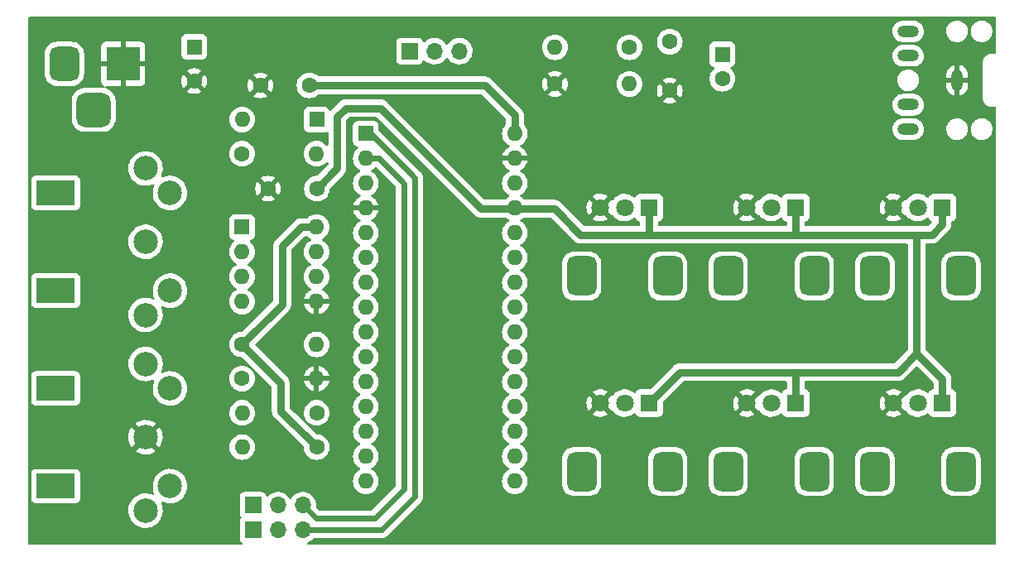
<source format=gbr>
%TF.GenerationSoftware,KiCad,Pcbnew,(6.0.5)*%
%TF.CreationDate,2022-11-11T16:19:05+00:00*%
%TF.ProjectId,NanoMozziExperimentShield,4e616e6f-4d6f-47a7-9a69-457870657269,rev?*%
%TF.SameCoordinates,Original*%
%TF.FileFunction,Copper,L2,Bot*%
%TF.FilePolarity,Positive*%
%FSLAX46Y46*%
G04 Gerber Fmt 4.6, Leading zero omitted, Abs format (unit mm)*
G04 Created by KiCad (PCBNEW (6.0.5)) date 2022-11-11 16:19:05*
%MOMM*%
%LPD*%
G01*
G04 APERTURE LIST*
G04 Aperture macros list*
%AMRoundRect*
0 Rectangle with rounded corners*
0 $1 Rounding radius*
0 $2 $3 $4 $5 $6 $7 $8 $9 X,Y pos of 4 corners*
0 Add a 4 corners polygon primitive as box body*
4,1,4,$2,$3,$4,$5,$6,$7,$8,$9,$2,$3,0*
0 Add four circle primitives for the rounded corners*
1,1,$1+$1,$2,$3*
1,1,$1+$1,$4,$5*
1,1,$1+$1,$6,$7*
1,1,$1+$1,$8,$9*
0 Add four rect primitives between the rounded corners*
20,1,$1+$1,$2,$3,$4,$5,0*
20,1,$1+$1,$4,$5,$6,$7,0*
20,1,$1+$1,$6,$7,$8,$9,0*
20,1,$1+$1,$8,$9,$2,$3,0*%
G04 Aperture macros list end*
%TA.AperFunction,ComponentPad*%
%ADD10R,1.600000X1.600000*%
%TD*%
%TA.AperFunction,ComponentPad*%
%ADD11O,1.600000X1.600000*%
%TD*%
%TA.AperFunction,WasherPad*%
%ADD12R,4.000000X2.500000*%
%TD*%
%TA.AperFunction,ComponentPad*%
%ADD13C,2.499360*%
%TD*%
%TA.AperFunction,ComponentPad*%
%ADD14R,1.700000X1.700000*%
%TD*%
%TA.AperFunction,ComponentPad*%
%ADD15O,1.700000X1.700000*%
%TD*%
%TA.AperFunction,ComponentPad*%
%ADD16C,1.600000*%
%TD*%
%TA.AperFunction,ComponentPad*%
%ADD17R,1.800000X1.800000*%
%TD*%
%TA.AperFunction,ComponentPad*%
%ADD18C,1.800000*%
%TD*%
%TA.AperFunction,ComponentPad*%
%ADD19RoundRect,0.750000X-0.750000X1.250000X-0.750000X-1.250000X0.750000X-1.250000X0.750000X1.250000X0*%
%TD*%
%TA.AperFunction,ComponentPad*%
%ADD20R,3.500000X3.500000*%
%TD*%
%TA.AperFunction,ComponentPad*%
%ADD21RoundRect,0.750000X-0.750000X-1.000000X0.750000X-1.000000X0.750000X1.000000X-0.750000X1.000000X0*%
%TD*%
%TA.AperFunction,ComponentPad*%
%ADD22RoundRect,0.875000X-0.875000X-0.875000X0.875000X-0.875000X0.875000X0.875000X-0.875000X0.875000X0*%
%TD*%
%TA.AperFunction,ComponentPad*%
%ADD23O,2.200000X1.200000*%
%TD*%
%TA.AperFunction,ComponentPad*%
%ADD24O,1.200000X2.200000*%
%TD*%
%TA.AperFunction,Conductor*%
%ADD25C,0.600000*%
%TD*%
%TA.AperFunction,Conductor*%
%ADD26C,0.800000*%
%TD*%
G04 APERTURE END LIST*
D10*
%TO.P,U1,1,NC*%
%TO.N,unconnected-(U1-Pad1)*%
X72370000Y-72000000D03*
D11*
%TO.P,U1,2,C1*%
%TO.N,Net-(D1-Pad1)*%
X72370000Y-74540000D03*
%TO.P,U1,3,C2*%
%TO.N,Net-(D1-Pad2)*%
X72370000Y-77080000D03*
%TO.P,U1,4,NC*%
%TO.N,unconnected-(U1-Pad4)*%
X72370000Y-79620000D03*
%TO.P,U1,5,GND*%
%TO.N,GND*%
X79990000Y-79620000D03*
%TO.P,U1,6,VO2*%
%TO.N,Net-(J2-Pad2)*%
X79990000Y-77080000D03*
%TO.P,U1,7,VO1*%
%TO.N,Net-(R4-Pad1)*%
X79990000Y-74540000D03*
%TO.P,U1,8,VCC*%
%TO.N,+5V*%
X79990000Y-72000000D03*
%TD*%
D12*
%TO.P,OUT1,*%
%TO.N,*%
X53302300Y-88498740D03*
X53302300Y-98501260D03*
D13*
%TO.P,OUT1,1*%
%TO.N,unconnected-(OUT1-Pad1)*%
X62497200Y-100998080D03*
%TO.P,OUT1,2*%
%TO.N,GND*%
X62499740Y-93500000D03*
%TO.P,OUT1,3*%
%TO.N,unconnected-(OUT1-Pad3)*%
X62497200Y-86001920D03*
%TO.P,OUT1,4*%
%TO.N,Net-(OUT1-Pad4)*%
X64999100Y-98496180D03*
%TO.P,OUT1,5*%
%TO.N,Net-(OUT1-Pad5)*%
X64999100Y-88503820D03*
%TD*%
D14*
%TO.P,J1,1,Pin_1*%
%TO.N,unconnected-(J1-Pad1)*%
X73500000Y-103000000D03*
D15*
%TO.P,J1,2,Pin_2*%
%TO.N,Net-(J1-Pad2)*%
X76040000Y-103000000D03*
%TO.P,J1,3,Pin_3*%
%TO.N,/D1*%
X78580000Y-103000000D03*
%TD*%
D16*
%TO.P,R7,1*%
%TO.N,GND*%
X104370000Y-57360000D03*
D11*
%TO.P,R7,2*%
%TO.N,Net-(C2-Pad1)*%
X111990000Y-57360000D03*
%TD*%
D16*
%TO.P,R1,1*%
%TO.N,+5V*%
X80000000Y-94500000D03*
D11*
%TO.P,R1,2*%
%TO.N,Net-(OUT1-Pad4)*%
X72380000Y-94500000D03*
%TD*%
D10*
%TO.P,C3,1*%
%TO.N,Net-(C2-Pad1)*%
X121500000Y-54322375D03*
D16*
%TO.P,C3,2*%
%TO.N,Net-(C3-Pad2)*%
X121500000Y-56822375D03*
%TD*%
D17*
%TO.P,RV4,1,1*%
%TO.N,+5V*%
X114000000Y-70000000D03*
D18*
%TO.P,RV4,2,2*%
%TO.N,/A3*%
X111500000Y-70000000D03*
%TO.P,RV4,3,3*%
%TO.N,GND*%
X109000000Y-70000000D03*
D19*
%TO.P,RV4,MP*%
%TO.N,N/C*%
X115900000Y-77000000D03*
X107100000Y-77000000D03*
%TD*%
D16*
%TO.P,R3,1*%
%TO.N,Net-(IN1-Pad4)*%
X72370000Y-64500000D03*
D11*
%TO.P,R3,2*%
%TO.N,Net-(D1-Pad1)*%
X79990000Y-64500000D03*
%TD*%
D16*
%TO.P,C5,1*%
%TO.N,VCC*%
X79260000Y-57510000D03*
%TO.P,C5,2*%
%TO.N,GND*%
X74260000Y-57510000D03*
%TD*%
D17*
%TO.P,RV1,1,1*%
%TO.N,+5V*%
X114000000Y-90000000D03*
D18*
%TO.P,RV1,2,2*%
%TO.N,/A0*%
X111500000Y-90000000D03*
%TO.P,RV1,3,3*%
%TO.N,GND*%
X109000000Y-90000000D03*
D19*
%TO.P,RV1,MP*%
%TO.N,N/C*%
X115900000Y-97000000D03*
X107100000Y-97000000D03*
%TD*%
D10*
%TO.P,C4,1*%
%TO.N,VCC*%
X67470000Y-53567349D03*
D16*
%TO.P,C4,2*%
%TO.N,GND*%
X67470000Y-57067349D03*
%TD*%
D12*
%TO.P,IN1,*%
%TO.N,*%
X53302300Y-68498740D03*
X53302300Y-78501260D03*
D13*
%TO.P,IN1,1*%
%TO.N,unconnected-(IN1-Pad1)*%
X62497200Y-80998080D03*
%TO.P,IN1,2*%
%TO.N,unconnected-(IN1-Pad2)*%
X62499740Y-73500000D03*
%TO.P,IN1,3*%
%TO.N,unconnected-(IN1-Pad3)*%
X62497200Y-66001920D03*
%TO.P,IN1,4*%
%TO.N,Net-(IN1-Pad4)*%
X64999100Y-78496180D03*
%TO.P,IN1,5*%
%TO.N,Net-(D1-Pad2)*%
X64999100Y-68503820D03*
%TD*%
D17*
%TO.P,RV2,1,1*%
%TO.N,+5V*%
X129000000Y-90000000D03*
D18*
%TO.P,RV2,2,2*%
%TO.N,/A1*%
X126500000Y-90000000D03*
%TO.P,RV2,3,3*%
%TO.N,GND*%
X124000000Y-90000000D03*
D19*
%TO.P,RV2,MP*%
%TO.N,N/C*%
X122100000Y-97000000D03*
X130900000Y-97000000D03*
%TD*%
D14*
%TO.P,J3,1,Pin_1*%
%TO.N,/D3*%
X89500000Y-54000000D03*
D15*
%TO.P,J3,2,Pin_2*%
%TO.N,Net-(J3-Pad2)*%
X92040000Y-54000000D03*
%TO.P,J3,3,Pin_3*%
%TO.N,/D9*%
X94580000Y-54000000D03*
%TD*%
D16*
%TO.P,R6,1*%
%TO.N,Net-(C2-Pad1)*%
X111990000Y-53610000D03*
D11*
%TO.P,R6,2*%
%TO.N,Net-(J3-Pad2)*%
X104370000Y-53610000D03*
%TD*%
D17*
%TO.P,RV3,1,1*%
%TO.N,+5V*%
X144000000Y-90000000D03*
D18*
%TO.P,RV3,2,2*%
%TO.N,/A2*%
X141500000Y-90000000D03*
%TO.P,RV3,3,3*%
%TO.N,GND*%
X139000000Y-90000000D03*
D19*
%TO.P,RV3,MP*%
%TO.N,N/C*%
X137100000Y-97000000D03*
X145900000Y-97000000D03*
%TD*%
D20*
%TO.P,J4,1*%
%TO.N,GND*%
X60200000Y-55302500D03*
D21*
%TO.P,J4,2*%
%TO.N,VCC*%
X54200000Y-55302500D03*
D22*
%TO.P,J4,3*%
%TO.N,N/C*%
X57200000Y-60002500D03*
%TD*%
D16*
%TO.P,R2,1*%
%TO.N,Net-(J1-Pad2)*%
X80000000Y-91000000D03*
D11*
%TO.P,R2,2*%
%TO.N,Net-(OUT1-Pad5)*%
X72380000Y-91000000D03*
%TD*%
D17*
%TO.P,RV5,1,1*%
%TO.N,+5V*%
X129000000Y-70000000D03*
D18*
%TO.P,RV5,2,2*%
%TO.N,/A6*%
X126500000Y-70000000D03*
%TO.P,RV5,3,3*%
%TO.N,GND*%
X124000000Y-70000000D03*
D19*
%TO.P,RV5,MP*%
%TO.N,N/C*%
X122100000Y-77000000D03*
X130900000Y-77000000D03*
%TD*%
D10*
%TO.P,D1,1,K*%
%TO.N,Net-(D1-Pad1)*%
X80000000Y-61000000D03*
D11*
%TO.P,D1,2,A*%
%TO.N,Net-(D1-Pad2)*%
X72380000Y-61000000D03*
%TD*%
D14*
%TO.P,J2,1,Pin_1*%
%TO.N,unconnected-(J2-Pad1)*%
X73500000Y-100460000D03*
D15*
%TO.P,J2,2,Pin_2*%
%TO.N,Net-(J2-Pad2)*%
X76040000Y-100460000D03*
%TO.P,J2,3,Pin_3*%
%TO.N,/D0*%
X78580000Y-100460000D03*
%TD*%
D17*
%TO.P,RV6,1,1*%
%TO.N,+5V*%
X144000000Y-70000000D03*
D18*
%TO.P,RV6,2,2*%
%TO.N,/A7*%
X141500000Y-70000000D03*
%TO.P,RV6,3,3*%
%TO.N,GND*%
X139000000Y-70000000D03*
D19*
%TO.P,RV6,MP*%
%TO.N,N/C*%
X137100000Y-77000000D03*
X145900000Y-77000000D03*
%TD*%
D16*
%TO.P,C2,1*%
%TO.N,Net-(C2-Pad1)*%
X116110000Y-53040000D03*
%TO.P,C2,2*%
%TO.N,GND*%
X116110000Y-58040000D03*
%TD*%
%TO.P,C1,1*%
%TO.N,+5V*%
X80030000Y-68070000D03*
%TO.P,C1,2*%
%TO.N,GND*%
X75030000Y-68070000D03*
%TD*%
%TO.P,R4,1*%
%TO.N,Net-(R4-Pad1)*%
X72370000Y-87500000D03*
D11*
%TO.P,R4,2*%
%TO.N,GND*%
X79990000Y-87500000D03*
%TD*%
D10*
%TO.P,A1,1,D1/TX*%
%TO.N,/D1*%
X85030000Y-62440000D03*
D11*
%TO.P,A1,2,D0/RX*%
%TO.N,/D0*%
X85030000Y-64980000D03*
%TO.P,A1,3,~{RESET}*%
%TO.N,unconnected-(A1-Pad3)*%
X85030000Y-67520000D03*
%TO.P,A1,4,GND*%
%TO.N,GND*%
X85030000Y-70060000D03*
%TO.P,A1,5,D2*%
%TO.N,/D2*%
X85030000Y-72600000D03*
%TO.P,A1,6,D3*%
%TO.N,/D3*%
X85030000Y-75140000D03*
%TO.P,A1,7,D4*%
%TO.N,/D4*%
X85030000Y-77680000D03*
%TO.P,A1,8,D5*%
%TO.N,/D5*%
X85030000Y-80220000D03*
%TO.P,A1,9,D6*%
%TO.N,/D6*%
X85030000Y-82760000D03*
%TO.P,A1,10,D7*%
%TO.N,/D7*%
X85030000Y-85300000D03*
%TO.P,A1,11,D8*%
%TO.N,/D8*%
X85030000Y-87840000D03*
%TO.P,A1,12,D9*%
%TO.N,/D9*%
X85030000Y-90380000D03*
%TO.P,A1,13,D10*%
%TO.N,/D10*%
X85030000Y-92920000D03*
%TO.P,A1,14,D11*%
%TO.N,/D11*%
X85030000Y-95460000D03*
%TO.P,A1,15,D12*%
%TO.N,/D12*%
X85030000Y-98000000D03*
%TO.P,A1,16,D13*%
%TO.N,/D13*%
X100270000Y-98000000D03*
%TO.P,A1,17,3V3*%
%TO.N,+3V3*%
X100270000Y-95460000D03*
%TO.P,A1,18,AREF*%
%TO.N,unconnected-(A1-Pad18)*%
X100270000Y-92920000D03*
%TO.P,A1,19,A0*%
%TO.N,/A0*%
X100270000Y-90380000D03*
%TO.P,A1,20,A1*%
%TO.N,/A1*%
X100270000Y-87840000D03*
%TO.P,A1,21,A2*%
%TO.N,/A2*%
X100270000Y-85300000D03*
%TO.P,A1,22,A3*%
%TO.N,/A3*%
X100270000Y-82760000D03*
%TO.P,A1,23,A4*%
%TO.N,/A4*%
X100270000Y-80220000D03*
%TO.P,A1,24,A5*%
%TO.N,/A5*%
X100270000Y-77680000D03*
%TO.P,A1,25,A6*%
%TO.N,/A6*%
X100270000Y-75140000D03*
%TO.P,A1,26,A7*%
%TO.N,/A7*%
X100270000Y-72600000D03*
%TO.P,A1,27,+5V*%
%TO.N,+5V*%
X100270000Y-70060000D03*
%TO.P,A1,28,~{RESET}*%
%TO.N,unconnected-(A1-Pad28)*%
X100270000Y-67520000D03*
%TO.P,A1,29,GND*%
%TO.N,GND*%
X100270000Y-64980000D03*
%TO.P,A1,30,VIN*%
%TO.N,VCC*%
X100270000Y-62440000D03*
%TD*%
D23*
%TO.P,J5,R*%
%TO.N,Net-(C3-Pad2)*%
X140500000Y-61980000D03*
%TO.P,J5,RN*%
%TO.N,N/C*%
X140500000Y-59480000D03*
D24*
%TO.P,J5,S*%
%TO.N,GND*%
X145500000Y-56980000D03*
D23*
%TO.P,J5,T*%
%TO.N,Net-(C3-Pad2)*%
X140500000Y-51980000D03*
%TO.P,J5,TN*%
%TO.N,N/C*%
X140500000Y-54480000D03*
%TD*%
D16*
%TO.P,R5,1*%
%TO.N,+5V*%
X72370000Y-84000000D03*
D11*
%TO.P,R5,2*%
%TO.N,Net-(J2-Pad2)*%
X79990000Y-84000000D03*
%TD*%
D25*
%TO.N,/D1*%
X90060000Y-66940000D02*
X85560000Y-62440000D01*
X86660000Y-103000000D02*
X90060000Y-99600000D01*
X78580000Y-103000000D02*
X86660000Y-103000000D01*
X85560000Y-62440000D02*
X85030000Y-62440000D01*
X90060000Y-99600000D02*
X90060000Y-66940000D01*
%TO.N,/D0*%
X86380000Y-64980000D02*
X88930000Y-67530000D01*
X79920000Y-101800000D02*
X78580000Y-100460000D01*
X85030000Y-64980000D02*
X86380000Y-64980000D01*
X88930000Y-98800000D02*
X85930000Y-101800000D01*
X85930000Y-101800000D02*
X79920000Y-101800000D01*
X88930000Y-67530000D02*
X88930000Y-98800000D01*
D26*
%TO.N,+5V*%
X129000000Y-90000000D02*
X129000000Y-86840000D01*
X104310000Y-70120000D02*
X106970000Y-72780000D01*
X129000000Y-86840000D02*
X117160000Y-86840000D01*
X72370000Y-84000000D02*
X76330000Y-87960000D01*
X78420000Y-72000000D02*
X76480000Y-73940000D01*
X80030000Y-68070000D02*
X82100000Y-66000000D01*
X76330000Y-90830000D02*
X80000000Y-94500000D01*
X96800000Y-70120000D02*
X104310000Y-70120000D01*
X141380000Y-84910000D02*
X139450000Y-86840000D01*
X82970000Y-59840000D02*
X86520000Y-59840000D01*
X139450000Y-86840000D02*
X129000000Y-86840000D01*
X144000000Y-71700000D02*
X144000000Y-70000000D01*
X141380000Y-72780000D02*
X141380000Y-84910000D01*
X129000000Y-72630000D02*
X128850000Y-72780000D01*
X76480000Y-79890000D02*
X72370000Y-84000000D01*
X82100000Y-66000000D02*
X82100000Y-60710000D01*
X113760000Y-72780000D02*
X128850000Y-72780000D01*
X76480000Y-73940000D02*
X76480000Y-79890000D01*
X106970000Y-72780000D02*
X113760000Y-72780000D01*
X142920000Y-72780000D02*
X144000000Y-71700000D01*
X117160000Y-86840000D02*
X114000000Y-90000000D01*
X114000000Y-72540000D02*
X113760000Y-72780000D01*
X144000000Y-87530000D02*
X144000000Y-90000000D01*
X76330000Y-87960000D02*
X76330000Y-90830000D01*
X79990000Y-72000000D02*
X78420000Y-72000000D01*
X129000000Y-70000000D02*
X129000000Y-72630000D01*
X141380000Y-72780000D02*
X142920000Y-72780000D01*
X86520000Y-59840000D02*
X96800000Y-70120000D01*
X128850000Y-72780000D02*
X141380000Y-72780000D01*
X82100000Y-60710000D02*
X82970000Y-59840000D01*
X141380000Y-84910000D02*
X144000000Y-87530000D01*
X114000000Y-70000000D02*
X114000000Y-72540000D01*
%TO.N,VCC*%
X79260000Y-57510000D02*
X93940000Y-57510000D01*
X97220000Y-57510000D02*
X100270000Y-60560000D01*
X100270000Y-60560000D02*
X100270000Y-62440000D01*
X93940000Y-57510000D02*
X97220000Y-57510000D01*
%TD*%
%TA.AperFunction,Conductor*%
%TO.N,GND*%
G36*
X149433621Y-50528502D02*
G01*
X149480114Y-50582158D01*
X149491500Y-50634500D01*
X149491500Y-54145500D01*
X149471498Y-54213621D01*
X149417842Y-54260114D01*
X149365500Y-54271500D01*
X149053250Y-54271500D01*
X149032345Y-54269754D01*
X149017344Y-54267230D01*
X149017341Y-54267230D01*
X149012552Y-54266424D01*
X149006276Y-54266347D01*
X149004859Y-54266330D01*
X149004856Y-54266330D01*
X149000000Y-54266271D01*
X148984110Y-54268547D01*
X148978606Y-54269211D01*
X148874310Y-54279483D01*
X148821903Y-54284645D01*
X148650650Y-54336594D01*
X148645195Y-54339510D01*
X148645192Y-54339511D01*
X148512836Y-54410258D01*
X148492822Y-54420955D01*
X148488032Y-54424886D01*
X148423721Y-54477665D01*
X148354485Y-54534485D01*
X148350558Y-54539270D01*
X148288723Y-54614616D01*
X148240955Y-54672822D01*
X148238035Y-54678285D01*
X148161807Y-54820898D01*
X148156594Y-54830650D01*
X148104645Y-55001903D01*
X148100482Y-55044171D01*
X148090504Y-55145482D01*
X148089611Y-55152519D01*
X148086309Y-55173724D01*
X148087115Y-55179888D01*
X148087104Y-55180000D01*
X148087130Y-55180000D01*
X148088803Y-55192796D01*
X148088803Y-55192797D01*
X148090436Y-55205283D01*
X148091500Y-55221620D01*
X148091500Y-58730633D01*
X148090000Y-58750018D01*
X148087690Y-58764851D01*
X148087690Y-58764855D01*
X148086309Y-58773724D01*
X148087130Y-58780000D01*
X148087104Y-58780000D01*
X148087461Y-58783625D01*
X148087461Y-58783630D01*
X148099240Y-58903218D01*
X148104645Y-58958097D01*
X148156594Y-59129350D01*
X148159510Y-59134805D01*
X148159511Y-59134808D01*
X148175076Y-59163928D01*
X148240955Y-59287178D01*
X148354485Y-59425515D01*
X148492822Y-59539045D01*
X148498285Y-59541965D01*
X148645192Y-59620489D01*
X148645195Y-59620490D01*
X148650650Y-59623406D01*
X148821903Y-59675355D01*
X148955677Y-59688531D01*
X148964217Y-59689668D01*
X148975108Y-59691500D01*
X148982656Y-59692770D01*
X148982658Y-59692770D01*
X148987448Y-59693576D01*
X148993724Y-59693652D01*
X148995140Y-59693670D01*
X148995143Y-59693670D01*
X149000000Y-59693729D01*
X149027624Y-59689773D01*
X149045486Y-59688500D01*
X149365500Y-59688500D01*
X149433621Y-59708502D01*
X149480114Y-59762158D01*
X149491500Y-59814500D01*
X149491500Y-104365500D01*
X149471498Y-104433621D01*
X149417842Y-104480114D01*
X149365500Y-104491500D01*
X79167160Y-104491500D01*
X79099039Y-104471498D01*
X79052546Y-104417842D01*
X79042442Y-104347568D01*
X79071936Y-104282988D01*
X79111728Y-104252349D01*
X79273346Y-104173173D01*
X79277994Y-104170896D01*
X79459860Y-104041173D01*
X79618096Y-103883489D01*
X79621169Y-103879213D01*
X79634276Y-103860973D01*
X79690271Y-103817326D01*
X79736598Y-103808500D01*
X86650786Y-103808500D01*
X86652106Y-103808507D01*
X86742221Y-103809451D01*
X86784597Y-103800289D01*
X86797163Y-103798231D01*
X86840255Y-103793397D01*
X86846906Y-103791081D01*
X86846910Y-103791080D01*
X86871930Y-103782367D01*
X86886742Y-103778204D01*
X86912619Y-103772609D01*
X86919510Y-103771119D01*
X86958813Y-103752792D01*
X86970589Y-103748010D01*
X87011552Y-103733745D01*
X87017527Y-103730011D01*
X87017530Y-103730010D01*
X87039995Y-103715973D01*
X87053512Y-103708634D01*
X87077514Y-103697441D01*
X87077515Y-103697440D01*
X87083902Y-103694462D01*
X87108807Y-103675144D01*
X87118153Y-103667894D01*
X87128612Y-103660598D01*
X87159404Y-103641358D01*
X87159407Y-103641356D01*
X87165376Y-103637626D01*
X87194179Y-103609024D01*
X87194804Y-103608439D01*
X87195470Y-103607922D01*
X87221460Y-103581932D01*
X87294082Y-103509815D01*
X87294740Y-103508778D01*
X87295843Y-103507549D01*
X90625158Y-100178234D01*
X90626095Y-100177306D01*
X90685475Y-100119157D01*
X90685476Y-100119156D01*
X90690507Y-100114229D01*
X90713998Y-100077779D01*
X90721417Y-100067454D01*
X90748476Y-100033557D01*
X90752265Y-100025720D01*
X90763072Y-100003363D01*
X90770602Y-99989945D01*
X90780725Y-99974237D01*
X90788765Y-99961762D01*
X90791173Y-99955145D01*
X90791176Y-99955140D01*
X90803592Y-99921027D01*
X90808553Y-99909284D01*
X90824354Y-99876597D01*
X90824356Y-99876592D01*
X90827421Y-99870251D01*
X90831238Y-99853720D01*
X90834965Y-99837574D01*
X90839332Y-99822831D01*
X90850803Y-99791315D01*
X90851686Y-99784325D01*
X90851688Y-99784317D01*
X90856238Y-99748299D01*
X90858474Y-99735747D01*
X90866638Y-99700386D01*
X90866638Y-99700383D01*
X90868224Y-99693515D01*
X90868366Y-99652944D01*
X90868395Y-99652062D01*
X90868500Y-99651231D01*
X90868500Y-99614428D01*
X90868672Y-99565283D01*
X90868845Y-99515657D01*
X90868845Y-99515652D01*
X90868857Y-99512130D01*
X90868589Y-99510930D01*
X90868500Y-99509293D01*
X90868500Y-66949214D01*
X90868507Y-66947894D01*
X90868919Y-66908587D01*
X90869451Y-66857779D01*
X90860289Y-66815403D01*
X90858230Y-66802832D01*
X90857349Y-66794973D01*
X90853397Y-66759745D01*
X90849367Y-66748170D01*
X90842367Y-66728070D01*
X90838204Y-66713258D01*
X90832609Y-66687381D01*
X90831119Y-66680490D01*
X90812792Y-66641187D01*
X90808010Y-66629411D01*
X90793745Y-66588448D01*
X90790010Y-66582470D01*
X90775973Y-66560005D01*
X90768634Y-66546488D01*
X90757441Y-66522486D01*
X90757440Y-66522485D01*
X90754462Y-66516098D01*
X90744039Y-66502660D01*
X90727894Y-66481847D01*
X90720598Y-66471388D01*
X90701358Y-66440596D01*
X90701356Y-66440593D01*
X90697626Y-66434624D01*
X90669024Y-66405821D01*
X90668439Y-66405196D01*
X90667922Y-66404530D01*
X90641932Y-66378540D01*
X90569815Y-66305918D01*
X90568778Y-66305260D01*
X90567549Y-66304157D01*
X86375405Y-62112013D01*
X86341379Y-62049701D01*
X86338500Y-62022918D01*
X86338500Y-61591866D01*
X86331745Y-61529684D01*
X86280615Y-61393295D01*
X86193261Y-61276739D01*
X86076705Y-61189385D01*
X85940316Y-61138255D01*
X85878134Y-61131500D01*
X84181866Y-61131500D01*
X84119684Y-61138255D01*
X83983295Y-61189385D01*
X83866739Y-61276739D01*
X83779385Y-61393295D01*
X83728255Y-61529684D01*
X83721500Y-61591866D01*
X83721500Y-63288134D01*
X83728255Y-63350316D01*
X83779385Y-63486705D01*
X83866739Y-63603261D01*
X83983295Y-63690615D01*
X84119684Y-63741745D01*
X84130474Y-63742917D01*
X84132606Y-63743803D01*
X84135222Y-63744425D01*
X84135121Y-63744848D01*
X84196035Y-63770155D01*
X84236463Y-63828517D01*
X84238922Y-63899471D01*
X84202629Y-63960490D01*
X84193969Y-63967489D01*
X84190207Y-63970646D01*
X84185700Y-63973802D01*
X84023802Y-64135700D01*
X83892477Y-64323251D01*
X83890154Y-64328233D01*
X83890151Y-64328238D01*
X83829684Y-64457912D01*
X83795716Y-64530757D01*
X83794294Y-64536065D01*
X83794293Y-64536067D01*
X83743400Y-64726000D01*
X83736457Y-64751913D01*
X83716502Y-64980000D01*
X83736457Y-65208087D01*
X83737881Y-65213400D01*
X83737881Y-65213402D01*
X83774000Y-65348197D01*
X83795716Y-65429243D01*
X83798039Y-65434224D01*
X83798039Y-65434225D01*
X83890151Y-65631762D01*
X83890154Y-65631767D01*
X83892477Y-65636749D01*
X83937058Y-65700417D01*
X84005389Y-65798003D01*
X84023802Y-65824300D01*
X84185700Y-65986198D01*
X84190208Y-65989355D01*
X84190211Y-65989357D01*
X84203656Y-65998771D01*
X84373251Y-66117523D01*
X84378233Y-66119846D01*
X84378238Y-66119849D01*
X84412457Y-66135805D01*
X84465742Y-66182722D01*
X84485203Y-66250999D01*
X84464661Y-66318959D01*
X84412457Y-66364195D01*
X84378238Y-66380151D01*
X84378233Y-66380154D01*
X84373251Y-66382477D01*
X84305913Y-66429628D01*
X84190211Y-66510643D01*
X84190208Y-66510645D01*
X84185700Y-66513802D01*
X84023802Y-66675700D01*
X84020645Y-66680208D01*
X84020643Y-66680211D01*
X83974478Y-66746142D01*
X83892477Y-66863251D01*
X83890154Y-66868233D01*
X83890151Y-66868238D01*
X83800432Y-67060643D01*
X83795716Y-67070757D01*
X83794294Y-67076065D01*
X83794293Y-67076067D01*
X83772172Y-67158624D01*
X83736457Y-67291913D01*
X83716502Y-67520000D01*
X83736457Y-67748087D01*
X83737881Y-67753400D01*
X83737881Y-67753402D01*
X83774563Y-67890298D01*
X83795716Y-67969243D01*
X83798039Y-67974224D01*
X83798039Y-67974225D01*
X83890151Y-68171762D01*
X83890154Y-68171767D01*
X83892477Y-68176749D01*
X84023802Y-68364300D01*
X84185700Y-68526198D01*
X84190208Y-68529355D01*
X84190211Y-68529357D01*
X84268389Y-68584098D01*
X84373251Y-68657523D01*
X84378233Y-68659846D01*
X84378238Y-68659849D01*
X84413049Y-68676081D01*
X84466334Y-68722998D01*
X84485795Y-68791275D01*
X84465253Y-68859235D01*
X84413049Y-68904471D01*
X84378489Y-68920586D01*
X84368993Y-68926069D01*
X84190533Y-69051028D01*
X84182125Y-69058084D01*
X84028084Y-69212125D01*
X84021028Y-69220533D01*
X83896069Y-69398993D01*
X83890586Y-69408489D01*
X83798510Y-69605947D01*
X83794764Y-69616239D01*
X83748606Y-69788503D01*
X83748942Y-69802599D01*
X83756884Y-69806000D01*
X86297967Y-69806000D01*
X86311498Y-69802027D01*
X86312727Y-69793478D01*
X86265236Y-69616239D01*
X86261490Y-69605947D01*
X86169414Y-69408489D01*
X86163931Y-69398993D01*
X86038972Y-69220533D01*
X86031916Y-69212125D01*
X85877875Y-69058084D01*
X85869467Y-69051028D01*
X85691007Y-68926069D01*
X85681511Y-68920586D01*
X85646951Y-68904471D01*
X85593666Y-68857554D01*
X85574205Y-68789277D01*
X85594747Y-68721317D01*
X85646951Y-68676081D01*
X85681762Y-68659849D01*
X85681767Y-68659846D01*
X85686749Y-68657523D01*
X85791611Y-68584098D01*
X85869789Y-68529357D01*
X85869792Y-68529355D01*
X85874300Y-68526198D01*
X86036198Y-68364300D01*
X86167523Y-68176749D01*
X86169846Y-68171767D01*
X86169849Y-68171762D01*
X86261961Y-67974225D01*
X86261961Y-67974224D01*
X86264284Y-67969243D01*
X86285438Y-67890298D01*
X86322119Y-67753402D01*
X86322119Y-67753400D01*
X86323543Y-67748087D01*
X86343498Y-67520000D01*
X86323543Y-67291913D01*
X86287828Y-67158624D01*
X86265707Y-67076067D01*
X86265706Y-67076065D01*
X86264284Y-67070757D01*
X86259568Y-67060643D01*
X86169849Y-66868238D01*
X86169846Y-66868233D01*
X86167523Y-66863251D01*
X86085522Y-66746142D01*
X86039357Y-66680211D01*
X86039355Y-66680208D01*
X86036198Y-66675700D01*
X85874300Y-66513802D01*
X85869792Y-66510645D01*
X85869789Y-66510643D01*
X85754087Y-66429628D01*
X85686749Y-66382477D01*
X85681767Y-66380154D01*
X85681762Y-66380151D01*
X85647543Y-66364195D01*
X85594258Y-66317278D01*
X85574797Y-66249001D01*
X85595339Y-66181041D01*
X85647543Y-66135805D01*
X85681762Y-66119849D01*
X85681767Y-66119846D01*
X85686749Y-66117523D01*
X85856344Y-65998771D01*
X85869789Y-65989357D01*
X85869792Y-65989355D01*
X85874300Y-65986198D01*
X85969458Y-65891040D01*
X86031770Y-65857014D01*
X86102585Y-65862079D01*
X86147648Y-65891040D01*
X88084595Y-67827986D01*
X88118620Y-67890298D01*
X88121500Y-67917081D01*
X88121500Y-98412918D01*
X88101498Y-98481039D01*
X88084595Y-98502013D01*
X85632013Y-100954595D01*
X85569701Y-100988621D01*
X85542918Y-100991500D01*
X80307081Y-100991500D01*
X80238960Y-100971498D01*
X80217986Y-100954595D01*
X79967836Y-100704445D01*
X79933810Y-100642133D01*
X79932009Y-100598904D01*
X79941092Y-100529911D01*
X79941092Y-100529907D01*
X79941529Y-100526590D01*
X79943156Y-100460000D01*
X79924852Y-100237361D01*
X79870431Y-100020702D01*
X79781354Y-99815840D01*
X79733568Y-99741974D01*
X79662822Y-99632617D01*
X79662820Y-99632614D01*
X79660014Y-99628277D01*
X79509670Y-99463051D01*
X79505619Y-99459852D01*
X79505615Y-99459848D01*
X79338414Y-99327800D01*
X79338410Y-99327798D01*
X79334359Y-99324598D01*
X79314252Y-99313498D01*
X79240648Y-99272867D01*
X79138789Y-99216638D01*
X79133920Y-99214914D01*
X79133916Y-99214912D01*
X78933087Y-99143795D01*
X78933083Y-99143794D01*
X78928212Y-99142069D01*
X78923119Y-99141162D01*
X78923116Y-99141161D01*
X78713373Y-99103800D01*
X78713367Y-99103799D01*
X78708284Y-99102894D01*
X78634452Y-99101992D01*
X78490081Y-99100228D01*
X78490079Y-99100228D01*
X78484911Y-99100165D01*
X78264091Y-99133955D01*
X78051756Y-99203357D01*
X78024728Y-99217427D01*
X77878511Y-99293543D01*
X77853607Y-99306507D01*
X77849474Y-99309610D01*
X77849471Y-99309612D01*
X77679100Y-99437530D01*
X77674965Y-99440635D01*
X77671393Y-99444373D01*
X77563729Y-99557037D01*
X77520629Y-99602138D01*
X77413201Y-99759621D01*
X77358293Y-99804621D01*
X77287768Y-99812792D01*
X77224021Y-99781538D01*
X77203324Y-99757054D01*
X77122822Y-99632617D01*
X77122820Y-99632614D01*
X77120014Y-99628277D01*
X76969670Y-99463051D01*
X76965619Y-99459852D01*
X76965615Y-99459848D01*
X76798414Y-99327800D01*
X76798410Y-99327798D01*
X76794359Y-99324598D01*
X76774252Y-99313498D01*
X76700648Y-99272867D01*
X76598789Y-99216638D01*
X76593920Y-99214914D01*
X76593916Y-99214912D01*
X76393087Y-99143795D01*
X76393083Y-99143794D01*
X76388212Y-99142069D01*
X76383119Y-99141162D01*
X76383116Y-99141161D01*
X76173373Y-99103800D01*
X76173367Y-99103799D01*
X76168284Y-99102894D01*
X76094452Y-99101992D01*
X75950081Y-99100228D01*
X75950079Y-99100228D01*
X75944911Y-99100165D01*
X75724091Y-99133955D01*
X75511756Y-99203357D01*
X75484728Y-99217427D01*
X75338511Y-99293543D01*
X75313607Y-99306507D01*
X75309474Y-99309610D01*
X75309471Y-99309612D01*
X75139100Y-99437530D01*
X75134965Y-99440635D01*
X75063273Y-99515657D01*
X75054283Y-99525064D01*
X74992759Y-99560494D01*
X74921846Y-99557037D01*
X74864060Y-99515791D01*
X74845207Y-99482243D01*
X74803767Y-99371703D01*
X74800615Y-99363295D01*
X74713261Y-99246739D01*
X74596705Y-99159385D01*
X74460316Y-99108255D01*
X74398134Y-99101500D01*
X72601866Y-99101500D01*
X72539684Y-99108255D01*
X72403295Y-99159385D01*
X72286739Y-99246739D01*
X72199385Y-99363295D01*
X72148255Y-99499684D01*
X72141500Y-99561866D01*
X72141500Y-101358134D01*
X72148255Y-101420316D01*
X72199385Y-101556705D01*
X72253499Y-101628909D01*
X72272630Y-101654435D01*
X72297478Y-101720941D01*
X72282425Y-101790324D01*
X72272632Y-101805562D01*
X72199385Y-101903295D01*
X72148255Y-102039684D01*
X72141500Y-102101866D01*
X72141500Y-103898134D01*
X72148255Y-103960316D01*
X72199385Y-104096705D01*
X72286739Y-104213261D01*
X72293919Y-104218642D01*
X72293920Y-104218643D01*
X72355339Y-104264674D01*
X72397854Y-104321533D01*
X72402880Y-104392352D01*
X72368820Y-104454645D01*
X72306489Y-104488635D01*
X72279774Y-104491500D01*
X50634500Y-104491500D01*
X50566379Y-104471498D01*
X50519886Y-104417842D01*
X50508500Y-104365500D01*
X50508500Y-100951927D01*
X60734694Y-100951927D01*
X60734918Y-100956593D01*
X60734918Y-100956598D01*
X60740587Y-101074616D01*
X60747232Y-101212949D01*
X60798214Y-101469251D01*
X60886519Y-101715201D01*
X60888736Y-101719327D01*
X60965453Y-101862104D01*
X61010208Y-101945398D01*
X61013003Y-101949142D01*
X61013005Y-101949144D01*
X61163772Y-102151046D01*
X61163777Y-102151052D01*
X61166564Y-102154784D01*
X61169873Y-102158064D01*
X61169878Y-102158070D01*
X61310081Y-102297054D01*
X61352152Y-102338759D01*
X61355914Y-102341517D01*
X61355917Y-102341520D01*
X61559120Y-102490515D01*
X61562894Y-102493282D01*
X61567037Y-102495462D01*
X61567039Y-102495463D01*
X61790012Y-102612775D01*
X61790017Y-102612777D01*
X61794162Y-102614958D01*
X61798585Y-102616503D01*
X61798586Y-102616503D01*
X62036457Y-102699571D01*
X62036463Y-102699573D01*
X62040874Y-102701113D01*
X62045467Y-102701985D01*
X62293021Y-102748985D01*
X62293024Y-102748985D01*
X62297610Y-102749856D01*
X62428171Y-102754986D01*
X62554064Y-102759933D01*
X62554070Y-102759933D01*
X62558732Y-102760116D01*
X62650746Y-102750039D01*
X62813848Y-102732177D01*
X62813854Y-102732176D01*
X62818501Y-102731667D01*
X63071212Y-102665133D01*
X63311314Y-102561978D01*
X63315294Y-102559515D01*
X63315298Y-102559513D01*
X63529557Y-102426925D01*
X63529561Y-102426922D01*
X63533530Y-102424466D01*
X63638655Y-102335471D01*
X63729414Y-102258638D01*
X63729415Y-102258637D01*
X63732980Y-102255619D01*
X63832500Y-102142138D01*
X63902200Y-102062661D01*
X63902203Y-102062656D01*
X63905282Y-102059146D01*
X63917801Y-102039684D01*
X64030419Y-101864598D01*
X64046651Y-101839363D01*
X64153981Y-101601099D01*
X64199590Y-101439382D01*
X64223645Y-101354092D01*
X64223646Y-101354089D01*
X64224915Y-101349588D01*
X64228519Y-101321257D01*
X64257496Y-101093485D01*
X64257496Y-101093479D01*
X64257894Y-101090354D01*
X64260310Y-100998080D01*
X64240944Y-100737476D01*
X64231690Y-100696577D01*
X64184301Y-100487154D01*
X64183270Y-100482597D01*
X64095728Y-100257482D01*
X64089681Y-100186745D01*
X64122837Y-100123966D01*
X64184671Y-100089079D01*
X64255550Y-100093160D01*
X64271818Y-100100303D01*
X64296062Y-100113058D01*
X64300485Y-100114603D01*
X64300486Y-100114603D01*
X64538357Y-100197671D01*
X64538363Y-100197673D01*
X64542774Y-100199213D01*
X64547367Y-100200085D01*
X64794921Y-100247085D01*
X64794924Y-100247085D01*
X64799510Y-100247956D01*
X64928010Y-100253005D01*
X65055964Y-100258033D01*
X65055970Y-100258033D01*
X65060632Y-100258216D01*
X65152646Y-100248139D01*
X65315748Y-100230277D01*
X65315754Y-100230276D01*
X65320401Y-100229767D01*
X65573112Y-100163233D01*
X65813214Y-100060078D01*
X65817194Y-100057615D01*
X65817198Y-100057613D01*
X66031457Y-99925025D01*
X66031461Y-99925022D01*
X66035430Y-99922566D01*
X66144693Y-99830068D01*
X66231314Y-99756738D01*
X66231315Y-99756737D01*
X66234880Y-99753719D01*
X66281652Y-99700386D01*
X66404100Y-99560761D01*
X66404103Y-99560756D01*
X66407182Y-99557246D01*
X66438027Y-99509293D01*
X66533188Y-99361347D01*
X66548551Y-99337463D01*
X66655881Y-99099199D01*
X66726815Y-98847688D01*
X66759794Y-98588454D01*
X66762210Y-98496180D01*
X66748753Y-98315092D01*
X66743190Y-98240228D01*
X66743189Y-98240224D01*
X66742844Y-98235576D01*
X66741150Y-98228087D01*
X66689538Y-98000000D01*
X83716502Y-98000000D01*
X83736457Y-98228087D01*
X83737881Y-98233400D01*
X83737881Y-98233402D01*
X83785983Y-98412918D01*
X83795716Y-98449243D01*
X83798039Y-98454224D01*
X83798039Y-98454225D01*
X83890151Y-98651762D01*
X83890154Y-98651767D01*
X83892477Y-98656749D01*
X84023802Y-98844300D01*
X84185700Y-99006198D01*
X84190208Y-99009355D01*
X84190211Y-99009357D01*
X84256709Y-99055919D01*
X84373251Y-99137523D01*
X84378233Y-99139846D01*
X84378238Y-99139849D01*
X84575775Y-99231961D01*
X84580757Y-99234284D01*
X84586065Y-99235706D01*
X84586067Y-99235707D01*
X84796598Y-99292119D01*
X84796600Y-99292119D01*
X84801913Y-99293543D01*
X85030000Y-99313498D01*
X85258087Y-99293543D01*
X85263400Y-99292119D01*
X85263402Y-99292119D01*
X85473933Y-99235707D01*
X85473935Y-99235706D01*
X85479243Y-99234284D01*
X85484225Y-99231961D01*
X85681762Y-99139849D01*
X85681767Y-99139846D01*
X85686749Y-99137523D01*
X85803291Y-99055919D01*
X85869789Y-99009357D01*
X85869792Y-99009355D01*
X85874300Y-99006198D01*
X86036198Y-98844300D01*
X86167523Y-98656749D01*
X86169846Y-98651767D01*
X86169849Y-98651762D01*
X86261961Y-98454225D01*
X86261961Y-98454224D01*
X86264284Y-98449243D01*
X86274018Y-98412918D01*
X86322119Y-98233402D01*
X86322119Y-98233400D01*
X86323543Y-98228087D01*
X86343498Y-98000000D01*
X86323543Y-97771913D01*
X86322119Y-97766598D01*
X86265707Y-97556067D01*
X86265706Y-97556065D01*
X86264284Y-97550757D01*
X86243690Y-97506593D01*
X86169849Y-97348238D01*
X86169846Y-97348233D01*
X86167523Y-97343251D01*
X86036198Y-97155700D01*
X85874300Y-96993802D01*
X85869792Y-96990645D01*
X85869789Y-96990643D01*
X85715513Y-96882618D01*
X85686749Y-96862477D01*
X85681767Y-96860154D01*
X85681762Y-96860151D01*
X85647543Y-96844195D01*
X85594258Y-96797278D01*
X85574797Y-96729001D01*
X85595339Y-96661041D01*
X85647543Y-96615805D01*
X85681762Y-96599849D01*
X85681767Y-96599846D01*
X85686749Y-96597523D01*
X85791611Y-96524098D01*
X85869789Y-96469357D01*
X85869792Y-96469355D01*
X85874300Y-96466198D01*
X86036198Y-96304300D01*
X86167523Y-96116749D01*
X86169846Y-96111767D01*
X86169849Y-96111762D01*
X86261961Y-95914225D01*
X86261961Y-95914224D01*
X86264284Y-95909243D01*
X86290068Y-95813019D01*
X86322119Y-95693402D01*
X86322119Y-95693400D01*
X86323543Y-95688087D01*
X86343498Y-95460000D01*
X86323543Y-95231913D01*
X86303403Y-95156749D01*
X86265707Y-95016067D01*
X86265706Y-95016065D01*
X86264284Y-95010757D01*
X86231044Y-94939473D01*
X86169849Y-94808238D01*
X86169846Y-94808233D01*
X86167523Y-94803251D01*
X86094098Y-94698389D01*
X86039357Y-94620211D01*
X86039355Y-94620208D01*
X86036198Y-94615700D01*
X85874300Y-94453802D01*
X85869792Y-94450645D01*
X85869789Y-94450643D01*
X85718879Y-94344975D01*
X85686749Y-94322477D01*
X85681767Y-94320154D01*
X85681762Y-94320151D01*
X85647543Y-94304195D01*
X85594258Y-94257278D01*
X85574797Y-94189001D01*
X85595339Y-94121041D01*
X85647543Y-94075805D01*
X85681762Y-94059849D01*
X85681767Y-94059846D01*
X85686749Y-94057523D01*
X85803987Y-93975432D01*
X85869789Y-93929357D01*
X85869792Y-93929355D01*
X85874300Y-93926198D01*
X86036198Y-93764300D01*
X86167523Y-93576749D01*
X86169846Y-93571767D01*
X86169849Y-93571762D01*
X86261961Y-93374225D01*
X86261961Y-93374224D01*
X86264284Y-93369243D01*
X86292406Y-93264293D01*
X86322119Y-93153402D01*
X86322119Y-93153400D01*
X86323543Y-93148087D01*
X86343498Y-92920000D01*
X86323543Y-92691913D01*
X86322119Y-92686598D01*
X86265707Y-92476067D01*
X86265706Y-92476065D01*
X86264284Y-92470757D01*
X86256233Y-92453492D01*
X86169849Y-92268238D01*
X86169846Y-92268233D01*
X86167523Y-92263251D01*
X86079487Y-92137523D01*
X86039357Y-92080211D01*
X86039355Y-92080208D01*
X86036198Y-92075700D01*
X85874300Y-91913802D01*
X85869792Y-91910645D01*
X85869789Y-91910643D01*
X85768599Y-91839789D01*
X85686749Y-91782477D01*
X85681767Y-91780154D01*
X85681762Y-91780151D01*
X85647543Y-91764195D01*
X85594258Y-91717278D01*
X85574797Y-91649001D01*
X85595339Y-91581041D01*
X85647543Y-91535805D01*
X85681762Y-91519849D01*
X85681767Y-91519846D01*
X85686749Y-91517523D01*
X85838571Y-91411216D01*
X85869789Y-91389357D01*
X85869792Y-91389355D01*
X85874300Y-91386198D01*
X86036198Y-91224300D01*
X86041827Y-91216262D01*
X86135493Y-91082492D01*
X86167523Y-91036749D01*
X86169846Y-91031767D01*
X86169849Y-91031762D01*
X86261961Y-90834225D01*
X86261961Y-90834224D01*
X86264284Y-90829243D01*
X86266462Y-90821117D01*
X86322119Y-90613402D01*
X86322119Y-90613400D01*
X86323543Y-90608087D01*
X86343498Y-90380000D01*
X86323543Y-90151913D01*
X86314594Y-90118515D01*
X86265707Y-89936067D01*
X86265706Y-89936065D01*
X86264284Y-89930757D01*
X86231360Y-89860151D01*
X86169849Y-89728238D01*
X86169846Y-89728233D01*
X86167523Y-89723251D01*
X86059096Y-89568401D01*
X86039357Y-89540211D01*
X86039355Y-89540208D01*
X86036198Y-89535700D01*
X85874300Y-89373802D01*
X85869792Y-89370645D01*
X85869789Y-89370643D01*
X85765868Y-89297877D01*
X85686749Y-89242477D01*
X85681767Y-89240154D01*
X85681762Y-89240151D01*
X85647543Y-89224195D01*
X85594258Y-89177278D01*
X85574797Y-89109001D01*
X85595339Y-89041041D01*
X85647543Y-88995805D01*
X85681762Y-88979849D01*
X85681767Y-88979846D01*
X85686749Y-88977523D01*
X85809007Y-88891917D01*
X85869789Y-88849357D01*
X85869792Y-88849355D01*
X85874300Y-88846198D01*
X86036198Y-88684300D01*
X86056875Y-88654771D01*
X86102143Y-88590121D01*
X86167523Y-88496749D01*
X86169846Y-88491767D01*
X86169849Y-88491762D01*
X86261961Y-88294225D01*
X86261961Y-88294224D01*
X86264284Y-88289243D01*
X86275371Y-88247868D01*
X86322119Y-88073402D01*
X86322119Y-88073400D01*
X86323543Y-88068087D01*
X86343498Y-87840000D01*
X86323543Y-87611913D01*
X86320880Y-87601975D01*
X86265707Y-87396067D01*
X86265706Y-87396065D01*
X86264284Y-87390757D01*
X86253307Y-87367216D01*
X86169849Y-87188238D01*
X86169846Y-87188233D01*
X86167523Y-87183251D01*
X86078468Y-87056067D01*
X86039357Y-87000211D01*
X86039355Y-87000208D01*
X86036198Y-86995700D01*
X85874300Y-86833802D01*
X85869792Y-86830645D01*
X85869789Y-86830643D01*
X85752005Y-86748170D01*
X85686749Y-86702477D01*
X85681767Y-86700154D01*
X85681762Y-86700151D01*
X85647543Y-86684195D01*
X85594258Y-86637278D01*
X85574797Y-86569001D01*
X85595339Y-86501041D01*
X85647543Y-86455805D01*
X85681762Y-86439849D01*
X85681767Y-86439846D01*
X85686749Y-86437523D01*
X85791611Y-86364098D01*
X85869789Y-86309357D01*
X85869792Y-86309355D01*
X85874300Y-86306198D01*
X86036198Y-86144300D01*
X86063450Y-86105381D01*
X86138596Y-85998061D01*
X86167523Y-85956749D01*
X86169846Y-85951767D01*
X86169849Y-85951762D01*
X86261961Y-85754225D01*
X86261961Y-85754224D01*
X86264284Y-85749243D01*
X86279832Y-85691220D01*
X86322119Y-85533402D01*
X86322119Y-85533400D01*
X86323543Y-85528087D01*
X86343498Y-85300000D01*
X86323543Y-85071913D01*
X86308561Y-85016001D01*
X86265707Y-84856067D01*
X86265706Y-84856065D01*
X86264284Y-84850757D01*
X86245643Y-84810780D01*
X86169849Y-84648238D01*
X86169846Y-84648233D01*
X86167523Y-84643251D01*
X86055155Y-84482773D01*
X86039357Y-84460211D01*
X86039355Y-84460208D01*
X86036198Y-84455700D01*
X85874300Y-84293802D01*
X85869792Y-84290645D01*
X85869789Y-84290643D01*
X85788040Y-84233402D01*
X85686749Y-84162477D01*
X85681767Y-84160154D01*
X85681762Y-84160151D01*
X85647543Y-84144195D01*
X85594258Y-84097278D01*
X85574797Y-84029001D01*
X85595339Y-83961041D01*
X85647543Y-83915805D01*
X85681762Y-83899849D01*
X85681767Y-83899846D01*
X85686749Y-83897523D01*
X85858312Y-83777393D01*
X85869789Y-83769357D01*
X85869792Y-83769355D01*
X85874300Y-83766198D01*
X86036198Y-83604300D01*
X86167523Y-83416749D01*
X86169846Y-83411767D01*
X86169849Y-83411762D01*
X86261961Y-83214225D01*
X86261961Y-83214224D01*
X86264284Y-83209243D01*
X86320968Y-82997699D01*
X86322119Y-82993402D01*
X86322119Y-82993400D01*
X86323543Y-82988087D01*
X86343498Y-82760000D01*
X86323543Y-82531913D01*
X86313192Y-82493282D01*
X86265707Y-82316067D01*
X86265706Y-82316065D01*
X86264284Y-82310757D01*
X86236936Y-82252108D01*
X86169849Y-82108238D01*
X86169846Y-82108233D01*
X86167523Y-82103251D01*
X86036198Y-81915700D01*
X85874300Y-81753802D01*
X85869792Y-81750645D01*
X85869789Y-81750643D01*
X85791611Y-81695902D01*
X85686749Y-81622477D01*
X85681767Y-81620154D01*
X85681762Y-81620151D01*
X85647543Y-81604195D01*
X85594258Y-81557278D01*
X85574797Y-81489001D01*
X85595339Y-81421041D01*
X85647543Y-81375805D01*
X85681762Y-81359849D01*
X85681767Y-81359846D01*
X85686749Y-81357523D01*
X85791611Y-81284098D01*
X85869789Y-81229357D01*
X85869792Y-81229355D01*
X85874300Y-81226198D01*
X86036198Y-81064300D01*
X86167523Y-80876749D01*
X86169846Y-80871767D01*
X86169849Y-80871762D01*
X86261961Y-80674225D01*
X86261961Y-80674224D01*
X86264284Y-80669243D01*
X86274972Y-80629357D01*
X86322119Y-80453402D01*
X86322119Y-80453400D01*
X86323543Y-80448087D01*
X86343498Y-80220000D01*
X86323543Y-79991913D01*
X86309870Y-79940884D01*
X86265707Y-79776067D01*
X86265706Y-79776065D01*
X86264284Y-79770757D01*
X86254702Y-79750208D01*
X86169849Y-79568238D01*
X86169846Y-79568233D01*
X86167523Y-79563251D01*
X86083671Y-79443498D01*
X86039357Y-79380211D01*
X86039355Y-79380208D01*
X86036198Y-79375700D01*
X85874300Y-79213802D01*
X85869792Y-79210645D01*
X85869789Y-79210643D01*
X85704199Y-79094696D01*
X85686749Y-79082477D01*
X85681767Y-79080154D01*
X85681762Y-79080151D01*
X85647543Y-79064195D01*
X85594258Y-79017278D01*
X85574797Y-78949001D01*
X85595339Y-78881041D01*
X85647543Y-78835805D01*
X85681762Y-78819849D01*
X85681767Y-78819846D01*
X85686749Y-78817523D01*
X85832261Y-78715634D01*
X85869789Y-78689357D01*
X85869792Y-78689355D01*
X85874300Y-78686198D01*
X86036198Y-78524300D01*
X86063273Y-78485634D01*
X86094098Y-78441611D01*
X86167523Y-78336749D01*
X86169846Y-78331767D01*
X86169849Y-78331762D01*
X86261961Y-78134225D01*
X86261961Y-78134224D01*
X86264284Y-78129243D01*
X86274972Y-78089357D01*
X86322119Y-77913402D01*
X86322119Y-77913400D01*
X86323543Y-77908087D01*
X86343498Y-77680000D01*
X86323543Y-77451913D01*
X86264284Y-77230757D01*
X86203558Y-77100528D01*
X86169849Y-77028238D01*
X86169846Y-77028233D01*
X86167523Y-77023251D01*
X86072818Y-76887999D01*
X86039357Y-76840211D01*
X86039355Y-76840208D01*
X86036198Y-76835700D01*
X85874300Y-76673802D01*
X85869792Y-76670645D01*
X85869789Y-76670643D01*
X85791611Y-76615902D01*
X85686749Y-76542477D01*
X85681767Y-76540154D01*
X85681762Y-76540151D01*
X85647543Y-76524195D01*
X85594258Y-76477278D01*
X85574797Y-76409001D01*
X85595339Y-76341041D01*
X85647543Y-76295805D01*
X85681762Y-76279849D01*
X85681767Y-76279846D01*
X85686749Y-76277523D01*
X85791611Y-76204098D01*
X85869789Y-76149357D01*
X85869792Y-76149355D01*
X85874300Y-76146198D01*
X86036198Y-75984300D01*
X86063273Y-75945634D01*
X86157545Y-75810999D01*
X86167523Y-75796749D01*
X86169846Y-75791767D01*
X86169849Y-75791762D01*
X86261961Y-75594225D01*
X86261961Y-75594224D01*
X86264284Y-75589243D01*
X86274972Y-75549357D01*
X86322119Y-75373402D01*
X86322119Y-75373400D01*
X86323543Y-75368087D01*
X86343498Y-75140000D01*
X86323543Y-74911913D01*
X86264284Y-74690757D01*
X86203883Y-74561225D01*
X86169849Y-74488238D01*
X86169846Y-74488233D01*
X86167523Y-74483251D01*
X86087175Y-74368503D01*
X86039357Y-74300211D01*
X86039355Y-74300208D01*
X86036198Y-74295700D01*
X85874300Y-74133802D01*
X85869792Y-74130645D01*
X85869789Y-74130643D01*
X85713798Y-74021417D01*
X85686749Y-74002477D01*
X85681767Y-74000154D01*
X85681762Y-74000151D01*
X85647543Y-73984195D01*
X85594258Y-73937278D01*
X85574797Y-73869001D01*
X85595339Y-73801041D01*
X85647543Y-73755805D01*
X85681762Y-73739849D01*
X85681767Y-73739846D01*
X85686749Y-73737523D01*
X85840546Y-73629833D01*
X85869789Y-73609357D01*
X85869792Y-73609355D01*
X85874300Y-73606198D01*
X86036198Y-73444300D01*
X86041072Y-73437340D01*
X86100666Y-73352231D01*
X86167523Y-73256749D01*
X86169846Y-73251767D01*
X86169849Y-73251762D01*
X86261961Y-73054225D01*
X86261961Y-73054224D01*
X86264284Y-73049243D01*
X86274972Y-73009357D01*
X86322119Y-72833402D01*
X86322119Y-72833400D01*
X86323543Y-72828087D01*
X86343498Y-72600000D01*
X86323543Y-72371913D01*
X86322119Y-72366598D01*
X86265707Y-72156067D01*
X86265706Y-72156065D01*
X86264284Y-72150757D01*
X86261961Y-72145775D01*
X86169849Y-71948238D01*
X86169846Y-71948233D01*
X86167523Y-71943251D01*
X86049443Y-71774616D01*
X86039357Y-71760211D01*
X86039355Y-71760208D01*
X86036198Y-71755700D01*
X85874300Y-71593802D01*
X85869792Y-71590645D01*
X85869789Y-71590643D01*
X85740453Y-71500081D01*
X85686749Y-71462477D01*
X85681767Y-71460154D01*
X85681762Y-71460151D01*
X85646951Y-71443919D01*
X85593666Y-71397002D01*
X85574205Y-71328725D01*
X85594747Y-71260765D01*
X85646951Y-71215529D01*
X85681511Y-71199414D01*
X85691007Y-71193931D01*
X85869467Y-71068972D01*
X85877875Y-71061916D01*
X86031916Y-70907875D01*
X86038972Y-70899467D01*
X86163931Y-70721007D01*
X86169414Y-70711511D01*
X86261490Y-70514053D01*
X86265236Y-70503761D01*
X86311394Y-70331497D01*
X86311058Y-70317401D01*
X86303116Y-70314000D01*
X83762033Y-70314000D01*
X83748502Y-70317973D01*
X83747273Y-70326522D01*
X83794764Y-70503761D01*
X83798510Y-70514053D01*
X83890586Y-70711511D01*
X83896069Y-70721007D01*
X84021028Y-70899467D01*
X84028084Y-70907875D01*
X84182125Y-71061916D01*
X84190533Y-71068972D01*
X84368993Y-71193931D01*
X84378489Y-71199414D01*
X84413049Y-71215529D01*
X84466334Y-71262446D01*
X84485795Y-71330723D01*
X84465253Y-71398683D01*
X84413049Y-71443919D01*
X84378238Y-71460151D01*
X84378233Y-71460154D01*
X84373251Y-71462477D01*
X84319547Y-71500081D01*
X84190211Y-71590643D01*
X84190208Y-71590645D01*
X84185700Y-71593802D01*
X84023802Y-71755700D01*
X84020645Y-71760208D01*
X84020643Y-71760211D01*
X84010557Y-71774616D01*
X83892477Y-71943251D01*
X83890154Y-71948233D01*
X83890151Y-71948238D01*
X83798039Y-72145775D01*
X83795716Y-72150757D01*
X83794294Y-72156065D01*
X83794293Y-72156067D01*
X83737881Y-72366598D01*
X83736457Y-72371913D01*
X83716502Y-72600000D01*
X83736457Y-72828087D01*
X83737881Y-72833400D01*
X83737881Y-72833402D01*
X83785029Y-73009357D01*
X83795716Y-73049243D01*
X83798039Y-73054224D01*
X83798039Y-73054225D01*
X83890151Y-73251762D01*
X83890154Y-73251767D01*
X83892477Y-73256749D01*
X83959334Y-73352231D01*
X84018929Y-73437340D01*
X84023802Y-73444300D01*
X84185700Y-73606198D01*
X84190208Y-73609355D01*
X84190211Y-73609357D01*
X84219454Y-73629833D01*
X84373251Y-73737523D01*
X84378233Y-73739846D01*
X84378238Y-73739849D01*
X84412457Y-73755805D01*
X84465742Y-73802722D01*
X84485203Y-73870999D01*
X84464661Y-73938959D01*
X84412457Y-73984195D01*
X84378238Y-74000151D01*
X84378233Y-74000154D01*
X84373251Y-74002477D01*
X84346202Y-74021417D01*
X84190211Y-74130643D01*
X84190208Y-74130645D01*
X84185700Y-74133802D01*
X84023802Y-74295700D01*
X84020645Y-74300208D01*
X84020643Y-74300211D01*
X83972825Y-74368503D01*
X83892477Y-74483251D01*
X83890154Y-74488233D01*
X83890151Y-74488238D01*
X83856117Y-74561225D01*
X83795716Y-74690757D01*
X83736457Y-74911913D01*
X83716502Y-75140000D01*
X83736457Y-75368087D01*
X83737881Y-75373400D01*
X83737881Y-75373402D01*
X83785029Y-75549357D01*
X83795716Y-75589243D01*
X83798039Y-75594224D01*
X83798039Y-75594225D01*
X83890151Y-75791762D01*
X83890154Y-75791767D01*
X83892477Y-75796749D01*
X83902455Y-75810999D01*
X83996728Y-75945634D01*
X84023802Y-75984300D01*
X84185700Y-76146198D01*
X84190208Y-76149355D01*
X84190211Y-76149357D01*
X84268389Y-76204098D01*
X84373251Y-76277523D01*
X84378233Y-76279846D01*
X84378238Y-76279849D01*
X84412457Y-76295805D01*
X84465742Y-76342722D01*
X84485203Y-76410999D01*
X84464661Y-76478959D01*
X84412457Y-76524195D01*
X84378238Y-76540151D01*
X84378233Y-76540154D01*
X84373251Y-76542477D01*
X84268389Y-76615902D01*
X84190211Y-76670643D01*
X84190208Y-76670645D01*
X84185700Y-76673802D01*
X84023802Y-76835700D01*
X84020645Y-76840208D01*
X84020643Y-76840211D01*
X83987182Y-76887999D01*
X83892477Y-77023251D01*
X83890154Y-77028233D01*
X83890151Y-77028238D01*
X83856442Y-77100528D01*
X83795716Y-77230757D01*
X83736457Y-77451913D01*
X83716502Y-77680000D01*
X83736457Y-77908087D01*
X83737881Y-77913400D01*
X83737881Y-77913402D01*
X83785029Y-78089357D01*
X83795716Y-78129243D01*
X83798039Y-78134224D01*
X83798039Y-78134225D01*
X83890151Y-78331762D01*
X83890154Y-78331767D01*
X83892477Y-78336749D01*
X83965902Y-78441611D01*
X83996728Y-78485634D01*
X84023802Y-78524300D01*
X84185700Y-78686198D01*
X84190208Y-78689355D01*
X84190211Y-78689357D01*
X84227739Y-78715634D01*
X84373251Y-78817523D01*
X84378233Y-78819846D01*
X84378238Y-78819849D01*
X84412457Y-78835805D01*
X84465742Y-78882722D01*
X84485203Y-78950999D01*
X84464661Y-79018959D01*
X84412457Y-79064195D01*
X84378238Y-79080151D01*
X84378233Y-79080154D01*
X84373251Y-79082477D01*
X84355801Y-79094696D01*
X84190211Y-79210643D01*
X84190208Y-79210645D01*
X84185700Y-79213802D01*
X84023802Y-79375700D01*
X84020645Y-79380208D01*
X84020643Y-79380211D01*
X83976329Y-79443498D01*
X83892477Y-79563251D01*
X83890154Y-79568233D01*
X83890151Y-79568238D01*
X83805298Y-79750208D01*
X83795716Y-79770757D01*
X83794294Y-79776065D01*
X83794293Y-79776067D01*
X83750130Y-79940884D01*
X83736457Y-79991913D01*
X83716502Y-80220000D01*
X83736457Y-80448087D01*
X83737881Y-80453400D01*
X83737881Y-80453402D01*
X83785029Y-80629357D01*
X83795716Y-80669243D01*
X83798039Y-80674224D01*
X83798039Y-80674225D01*
X83890151Y-80871762D01*
X83890154Y-80871767D01*
X83892477Y-80876749D01*
X84023802Y-81064300D01*
X84185700Y-81226198D01*
X84190208Y-81229355D01*
X84190211Y-81229357D01*
X84268389Y-81284098D01*
X84373251Y-81357523D01*
X84378233Y-81359846D01*
X84378238Y-81359849D01*
X84412457Y-81375805D01*
X84465742Y-81422722D01*
X84485203Y-81490999D01*
X84464661Y-81558959D01*
X84412457Y-81604195D01*
X84378238Y-81620151D01*
X84378233Y-81620154D01*
X84373251Y-81622477D01*
X84268389Y-81695902D01*
X84190211Y-81750643D01*
X84190208Y-81750645D01*
X84185700Y-81753802D01*
X84023802Y-81915700D01*
X83892477Y-82103251D01*
X83890154Y-82108233D01*
X83890151Y-82108238D01*
X83823064Y-82252108D01*
X83795716Y-82310757D01*
X83794294Y-82316065D01*
X83794293Y-82316067D01*
X83746808Y-82493282D01*
X83736457Y-82531913D01*
X83716502Y-82760000D01*
X83736457Y-82988087D01*
X83737881Y-82993400D01*
X83737881Y-82993402D01*
X83739033Y-82997699D01*
X83795716Y-83209243D01*
X83798039Y-83214224D01*
X83798039Y-83214225D01*
X83890151Y-83411762D01*
X83890154Y-83411767D01*
X83892477Y-83416749D01*
X84023802Y-83604300D01*
X84185700Y-83766198D01*
X84190208Y-83769355D01*
X84190211Y-83769357D01*
X84201688Y-83777393D01*
X84373251Y-83897523D01*
X84378233Y-83899846D01*
X84378238Y-83899849D01*
X84412457Y-83915805D01*
X84465742Y-83962722D01*
X84485203Y-84030999D01*
X84464661Y-84098959D01*
X84412457Y-84144195D01*
X84378238Y-84160151D01*
X84378233Y-84160154D01*
X84373251Y-84162477D01*
X84271960Y-84233402D01*
X84190211Y-84290643D01*
X84190208Y-84290645D01*
X84185700Y-84293802D01*
X84023802Y-84455700D01*
X84020645Y-84460208D01*
X84020643Y-84460211D01*
X84004845Y-84482773D01*
X83892477Y-84643251D01*
X83890154Y-84648233D01*
X83890151Y-84648238D01*
X83814357Y-84810780D01*
X83795716Y-84850757D01*
X83794294Y-84856065D01*
X83794293Y-84856067D01*
X83751439Y-85016001D01*
X83736457Y-85071913D01*
X83716502Y-85300000D01*
X83736457Y-85528087D01*
X83737881Y-85533400D01*
X83737881Y-85533402D01*
X83780169Y-85691220D01*
X83795716Y-85749243D01*
X83798039Y-85754224D01*
X83798039Y-85754225D01*
X83890151Y-85951762D01*
X83890154Y-85951767D01*
X83892477Y-85956749D01*
X83921404Y-85998061D01*
X83996551Y-86105381D01*
X84023802Y-86144300D01*
X84185700Y-86306198D01*
X84190208Y-86309355D01*
X84190211Y-86309357D01*
X84268389Y-86364098D01*
X84373251Y-86437523D01*
X84378233Y-86439846D01*
X84378238Y-86439849D01*
X84412457Y-86455805D01*
X84465742Y-86502722D01*
X84485203Y-86570999D01*
X84464661Y-86638959D01*
X84412457Y-86684195D01*
X84378238Y-86700151D01*
X84378233Y-86700154D01*
X84373251Y-86702477D01*
X84307995Y-86748170D01*
X84190211Y-86830643D01*
X84190208Y-86830645D01*
X84185700Y-86833802D01*
X84023802Y-86995700D01*
X84020645Y-87000208D01*
X84020643Y-87000211D01*
X83981532Y-87056067D01*
X83892477Y-87183251D01*
X83890154Y-87188233D01*
X83890151Y-87188238D01*
X83806693Y-87367216D01*
X83795716Y-87390757D01*
X83794294Y-87396065D01*
X83794293Y-87396067D01*
X83739120Y-87601975D01*
X83736457Y-87611913D01*
X83716502Y-87840000D01*
X83736457Y-88068087D01*
X83737881Y-88073400D01*
X83737881Y-88073402D01*
X83784630Y-88247868D01*
X83795716Y-88289243D01*
X83798039Y-88294224D01*
X83798039Y-88294225D01*
X83890151Y-88491762D01*
X83890154Y-88491767D01*
X83892477Y-88496749D01*
X83957857Y-88590121D01*
X84003126Y-88654771D01*
X84023802Y-88684300D01*
X84185700Y-88846198D01*
X84190208Y-88849355D01*
X84190211Y-88849357D01*
X84250993Y-88891917D01*
X84373251Y-88977523D01*
X84378233Y-88979846D01*
X84378238Y-88979849D01*
X84412457Y-88995805D01*
X84465742Y-89042722D01*
X84485203Y-89110999D01*
X84464661Y-89178959D01*
X84412457Y-89224195D01*
X84378238Y-89240151D01*
X84378233Y-89240154D01*
X84373251Y-89242477D01*
X84294132Y-89297877D01*
X84190211Y-89370643D01*
X84190208Y-89370645D01*
X84185700Y-89373802D01*
X84023802Y-89535700D01*
X84020645Y-89540208D01*
X84020643Y-89540211D01*
X84000904Y-89568401D01*
X83892477Y-89723251D01*
X83890154Y-89728233D01*
X83890151Y-89728238D01*
X83828640Y-89860151D01*
X83795716Y-89930757D01*
X83794294Y-89936065D01*
X83794293Y-89936067D01*
X83745406Y-90118515D01*
X83736457Y-90151913D01*
X83716502Y-90380000D01*
X83736457Y-90608087D01*
X83737881Y-90613400D01*
X83737881Y-90613402D01*
X83793539Y-90821117D01*
X83795716Y-90829243D01*
X83798039Y-90834224D01*
X83798039Y-90834225D01*
X83890151Y-91031762D01*
X83890154Y-91031767D01*
X83892477Y-91036749D01*
X83924507Y-91082492D01*
X84018174Y-91216262D01*
X84023802Y-91224300D01*
X84185700Y-91386198D01*
X84190208Y-91389355D01*
X84190211Y-91389357D01*
X84221429Y-91411216D01*
X84373251Y-91517523D01*
X84378233Y-91519846D01*
X84378238Y-91519849D01*
X84412457Y-91535805D01*
X84465742Y-91582722D01*
X84485203Y-91650999D01*
X84464661Y-91718959D01*
X84412457Y-91764195D01*
X84378238Y-91780151D01*
X84378233Y-91780154D01*
X84373251Y-91782477D01*
X84291401Y-91839789D01*
X84190211Y-91910643D01*
X84190208Y-91910645D01*
X84185700Y-91913802D01*
X84023802Y-92075700D01*
X84020645Y-92080208D01*
X84020643Y-92080211D01*
X83980513Y-92137523D01*
X83892477Y-92263251D01*
X83890154Y-92268233D01*
X83890151Y-92268238D01*
X83803767Y-92453492D01*
X83795716Y-92470757D01*
X83794294Y-92476065D01*
X83794293Y-92476067D01*
X83737881Y-92686598D01*
X83736457Y-92691913D01*
X83716502Y-92920000D01*
X83736457Y-93148087D01*
X83737881Y-93153400D01*
X83737881Y-93153402D01*
X83767595Y-93264293D01*
X83795716Y-93369243D01*
X83798039Y-93374224D01*
X83798039Y-93374225D01*
X83890151Y-93571762D01*
X83890154Y-93571767D01*
X83892477Y-93576749D01*
X84023802Y-93764300D01*
X84185700Y-93926198D01*
X84190208Y-93929355D01*
X84190211Y-93929357D01*
X84256013Y-93975432D01*
X84373251Y-94057523D01*
X84378233Y-94059846D01*
X84378238Y-94059849D01*
X84412457Y-94075805D01*
X84465742Y-94122722D01*
X84485203Y-94190999D01*
X84464661Y-94258959D01*
X84412457Y-94304195D01*
X84378238Y-94320151D01*
X84378233Y-94320154D01*
X84373251Y-94322477D01*
X84341121Y-94344975D01*
X84190211Y-94450643D01*
X84190208Y-94450645D01*
X84185700Y-94453802D01*
X84023802Y-94615700D01*
X84020645Y-94620208D01*
X84020643Y-94620211D01*
X83965902Y-94698389D01*
X83892477Y-94803251D01*
X83890154Y-94808233D01*
X83890151Y-94808238D01*
X83828956Y-94939473D01*
X83795716Y-95010757D01*
X83794294Y-95016065D01*
X83794293Y-95016067D01*
X83756597Y-95156749D01*
X83736457Y-95231913D01*
X83716502Y-95460000D01*
X83736457Y-95688087D01*
X83737881Y-95693400D01*
X83737881Y-95693402D01*
X83769933Y-95813019D01*
X83795716Y-95909243D01*
X83798039Y-95914224D01*
X83798039Y-95914225D01*
X83890151Y-96111762D01*
X83890154Y-96111767D01*
X83892477Y-96116749D01*
X84023802Y-96304300D01*
X84185700Y-96466198D01*
X84190208Y-96469355D01*
X84190211Y-96469357D01*
X84268389Y-96524098D01*
X84373251Y-96597523D01*
X84378233Y-96599846D01*
X84378238Y-96599849D01*
X84412457Y-96615805D01*
X84465742Y-96662722D01*
X84485203Y-96730999D01*
X84464661Y-96798959D01*
X84412457Y-96844195D01*
X84378238Y-96860151D01*
X84378233Y-96860154D01*
X84373251Y-96862477D01*
X84344487Y-96882618D01*
X84190211Y-96990643D01*
X84190208Y-96990645D01*
X84185700Y-96993802D01*
X84023802Y-97155700D01*
X83892477Y-97343251D01*
X83890154Y-97348233D01*
X83890151Y-97348238D01*
X83816310Y-97506593D01*
X83795716Y-97550757D01*
X83794294Y-97556065D01*
X83794293Y-97556067D01*
X83737881Y-97766598D01*
X83736457Y-97771913D01*
X83716502Y-98000000D01*
X66689538Y-98000000D01*
X66686201Y-97985254D01*
X66685170Y-97980697D01*
X66683477Y-97976343D01*
X66592150Y-97741495D01*
X66592149Y-97741493D01*
X66590457Y-97737142D01*
X66460784Y-97510261D01*
X66299001Y-97305040D01*
X66140248Y-97155700D01*
X66112062Y-97129185D01*
X66112059Y-97129183D01*
X66108661Y-97125986D01*
X65923260Y-96997369D01*
X65897782Y-96979694D01*
X65897781Y-96979693D01*
X65893946Y-96977033D01*
X65852699Y-96956692D01*
X65663761Y-96863518D01*
X65663758Y-96863517D01*
X65659573Y-96861453D01*
X65613432Y-96846683D01*
X65560833Y-96829846D01*
X65410690Y-96781785D01*
X65406083Y-96781035D01*
X65406080Y-96781034D01*
X65202612Y-96747897D01*
X65152765Y-96739779D01*
X65026080Y-96738121D01*
X64896142Y-96736420D01*
X64896139Y-96736420D01*
X64891465Y-96736359D01*
X64632529Y-96771598D01*
X64628039Y-96772907D01*
X64628033Y-96772908D01*
X64521355Y-96804002D01*
X64381646Y-96844724D01*
X64377399Y-96846682D01*
X64377396Y-96846683D01*
X64340878Y-96863518D01*
X64144327Y-96954129D01*
X64109393Y-96977033D01*
X63929700Y-97094845D01*
X63929695Y-97094848D01*
X63925787Y-97097411D01*
X63730825Y-97271421D01*
X63563725Y-97472337D01*
X63428157Y-97695745D01*
X63426348Y-97700059D01*
X63426346Y-97700063D01*
X63410798Y-97737142D01*
X63327101Y-97936737D01*
X63262776Y-98190019D01*
X63236594Y-98450027D01*
X63236818Y-98454693D01*
X63236818Y-98454698D01*
X63239091Y-98502013D01*
X63249132Y-98711049D01*
X63300114Y-98967351D01*
X63388419Y-99213301D01*
X63390636Y-99217427D01*
X63394985Y-99225521D01*
X63409608Y-99294995D01*
X63384350Y-99361347D01*
X63327228Y-99403509D01*
X63256380Y-99408096D01*
X63228265Y-99398165D01*
X63161861Y-99365418D01*
X63161858Y-99365417D01*
X63157673Y-99363353D01*
X63151407Y-99361347D01*
X62980086Y-99306507D01*
X62908790Y-99283685D01*
X62904183Y-99282935D01*
X62904180Y-99282934D01*
X62655476Y-99242430D01*
X62655477Y-99242430D01*
X62650865Y-99241679D01*
X62524180Y-99240021D01*
X62394242Y-99238320D01*
X62394239Y-99238320D01*
X62389565Y-99238259D01*
X62130629Y-99273498D01*
X62126139Y-99274807D01*
X62126133Y-99274808D01*
X62056876Y-99294995D01*
X61879746Y-99346624D01*
X61875499Y-99348582D01*
X61875496Y-99348583D01*
X61838978Y-99365418D01*
X61642427Y-99456029D01*
X61638518Y-99458592D01*
X61427800Y-99596745D01*
X61427795Y-99596748D01*
X61423887Y-99599311D01*
X61363796Y-99652944D01*
X61247151Y-99757054D01*
X61228925Y-99773321D01*
X61061825Y-99974237D01*
X60926257Y-100197645D01*
X60924448Y-100201959D01*
X60924446Y-100201963D01*
X60900365Y-100259391D01*
X60825201Y-100438637D01*
X60760876Y-100691919D01*
X60734694Y-100951927D01*
X50508500Y-100951927D01*
X50508500Y-99799394D01*
X50793800Y-99799394D01*
X50800555Y-99861576D01*
X50851685Y-99997965D01*
X50939039Y-100114521D01*
X51055595Y-100201875D01*
X51191984Y-100253005D01*
X51254166Y-100259760D01*
X55350434Y-100259760D01*
X55412616Y-100253005D01*
X55549005Y-100201875D01*
X55665561Y-100114521D01*
X55752915Y-99997965D01*
X55804045Y-99861576D01*
X55810800Y-99799394D01*
X55810800Y-97203126D01*
X55804045Y-97140944D01*
X55752915Y-97004555D01*
X55665561Y-96887999D01*
X55549005Y-96800645D01*
X55412616Y-96749515D01*
X55350434Y-96742760D01*
X51254166Y-96742760D01*
X51191984Y-96749515D01*
X51055595Y-96800645D01*
X50939039Y-96887999D01*
X50851685Y-97004555D01*
X50800555Y-97140944D01*
X50793800Y-97203126D01*
X50793800Y-99799394D01*
X50508500Y-99799394D01*
X50508500Y-94908904D01*
X61455581Y-94908904D01*
X61464294Y-94920424D01*
X61561929Y-94992012D01*
X61569839Y-94996955D01*
X61792758Y-95114238D01*
X61801321Y-95117961D01*
X62039127Y-95201008D01*
X62048136Y-95203422D01*
X62295619Y-95250408D01*
X62304874Y-95251462D01*
X62556586Y-95261352D01*
X62565900Y-95261026D01*
X62816297Y-95233604D01*
X62825474Y-95231903D01*
X63069066Y-95167771D01*
X63077885Y-95164734D01*
X63309332Y-95065296D01*
X63317591Y-95060997D01*
X63531808Y-94928436D01*
X63538707Y-94923424D01*
X63547031Y-94910792D01*
X63540967Y-94900437D01*
X62512552Y-93872022D01*
X62498608Y-93864408D01*
X62496775Y-93864539D01*
X62490160Y-93868790D01*
X61462239Y-94896711D01*
X61455581Y-94908904D01*
X50508500Y-94908904D01*
X50508500Y-93458532D01*
X60737959Y-93458532D01*
X60750045Y-93710136D01*
X60751182Y-93719396D01*
X60800325Y-93966457D01*
X60802814Y-93975432D01*
X60887936Y-94212514D01*
X60891733Y-94221042D01*
X61010957Y-94442928D01*
X61015968Y-94450795D01*
X61079415Y-94535761D01*
X61090673Y-94544210D01*
X61103092Y-94537438D01*
X62127718Y-93512812D01*
X62134096Y-93501132D01*
X62864148Y-93501132D01*
X62864279Y-93502965D01*
X62868530Y-93509580D01*
X63899422Y-94540472D01*
X63911802Y-94547232D01*
X63920143Y-94540988D01*
X63946507Y-94500000D01*
X71066502Y-94500000D01*
X71086457Y-94728087D01*
X71087881Y-94733400D01*
X71087881Y-94733402D01*
X71107934Y-94808238D01*
X71145716Y-94949243D01*
X71148039Y-94954224D01*
X71148039Y-94954225D01*
X71240151Y-95151762D01*
X71240154Y-95151767D01*
X71242477Y-95156749D01*
X71250195Y-95167771D01*
X71358962Y-95323106D01*
X71373802Y-95344300D01*
X71535700Y-95506198D01*
X71540208Y-95509355D01*
X71540211Y-95509357D01*
X71584837Y-95540604D01*
X71723251Y-95637523D01*
X71728233Y-95639846D01*
X71728238Y-95639849D01*
X71925775Y-95731961D01*
X71930757Y-95734284D01*
X71936065Y-95735706D01*
X71936067Y-95735707D01*
X72146598Y-95792119D01*
X72146600Y-95792119D01*
X72151913Y-95793543D01*
X72380000Y-95813498D01*
X72608087Y-95793543D01*
X72613400Y-95792119D01*
X72613402Y-95792119D01*
X72823933Y-95735707D01*
X72823935Y-95735706D01*
X72829243Y-95734284D01*
X72834225Y-95731961D01*
X73031762Y-95639849D01*
X73031767Y-95639846D01*
X73036749Y-95637523D01*
X73175163Y-95540604D01*
X73219789Y-95509357D01*
X73219792Y-95509355D01*
X73224300Y-95506198D01*
X73386198Y-95344300D01*
X73401039Y-95323106D01*
X73509805Y-95167771D01*
X73517523Y-95156749D01*
X73519846Y-95151767D01*
X73519849Y-95151762D01*
X73611961Y-94954225D01*
X73611961Y-94954224D01*
X73614284Y-94949243D01*
X73652067Y-94808238D01*
X73672119Y-94733402D01*
X73672119Y-94733400D01*
X73673543Y-94728087D01*
X73693498Y-94500000D01*
X73673543Y-94271913D01*
X73669622Y-94257278D01*
X73615707Y-94056067D01*
X73615706Y-94056065D01*
X73614284Y-94050757D01*
X73556202Y-93926198D01*
X73519849Y-93848238D01*
X73519846Y-93848233D01*
X73517523Y-93843251D01*
X73386198Y-93655700D01*
X73224300Y-93493802D01*
X73219792Y-93490645D01*
X73219789Y-93490643D01*
X73141611Y-93435902D01*
X73036749Y-93362477D01*
X73031767Y-93360154D01*
X73031762Y-93360151D01*
X72834225Y-93268039D01*
X72834224Y-93268039D01*
X72829243Y-93265716D01*
X72823935Y-93264294D01*
X72823933Y-93264293D01*
X72613402Y-93207881D01*
X72613400Y-93207881D01*
X72608087Y-93206457D01*
X72380000Y-93186502D01*
X72151913Y-93206457D01*
X72146600Y-93207881D01*
X72146598Y-93207881D01*
X71936067Y-93264293D01*
X71936065Y-93264294D01*
X71930757Y-93265716D01*
X71925776Y-93268039D01*
X71925775Y-93268039D01*
X71728238Y-93360151D01*
X71728233Y-93360154D01*
X71723251Y-93362477D01*
X71618389Y-93435902D01*
X71540211Y-93490643D01*
X71540208Y-93490645D01*
X71535700Y-93493802D01*
X71373802Y-93655700D01*
X71242477Y-93843251D01*
X71240154Y-93848233D01*
X71240151Y-93848238D01*
X71203798Y-93926198D01*
X71145716Y-94050757D01*
X71144294Y-94056065D01*
X71144293Y-94056067D01*
X71090378Y-94257278D01*
X71086457Y-94271913D01*
X71066502Y-94500000D01*
X63946507Y-94500000D01*
X64046223Y-94344975D01*
X64050670Y-94336783D01*
X64154128Y-94107116D01*
X64157323Y-94098338D01*
X64225695Y-93855906D01*
X64227553Y-93846777D01*
X64259535Y-93595378D01*
X64260016Y-93589092D01*
X64262266Y-93503160D01*
X64262115Y-93496851D01*
X64243334Y-93244122D01*
X64241957Y-93234916D01*
X64186362Y-92989220D01*
X64183638Y-92980309D01*
X64092338Y-92745530D01*
X64088327Y-92737121D01*
X63963328Y-92518420D01*
X63958117Y-92510694D01*
X63920904Y-92463490D01*
X63908978Y-92455018D01*
X63897446Y-92461504D01*
X62871762Y-93487188D01*
X62864148Y-93501132D01*
X62134096Y-93501132D01*
X62135332Y-93498868D01*
X62135201Y-93497035D01*
X62130950Y-93490420D01*
X61101289Y-92460759D01*
X61087981Y-92453492D01*
X61077942Y-92460614D01*
X61067762Y-92472854D01*
X61062350Y-92480441D01*
X60931666Y-92695800D01*
X60927437Y-92704101D01*
X60830025Y-92936401D01*
X60827064Y-92945251D01*
X60765062Y-93189387D01*
X60763440Y-93198584D01*
X60738204Y-93449206D01*
X60737959Y-93458532D01*
X50508500Y-93458532D01*
X50508500Y-92089034D01*
X61453187Y-92089034D01*
X61457760Y-92098810D01*
X62486928Y-93127978D01*
X62500872Y-93135592D01*
X62502705Y-93135461D01*
X62509320Y-93131210D01*
X63537928Y-92102602D01*
X63544312Y-92090912D01*
X63534900Y-92078801D01*
X63398170Y-91983948D01*
X63390145Y-91979220D01*
X63164211Y-91867801D01*
X63155579Y-91864314D01*
X62915664Y-91787517D01*
X62906603Y-91785341D01*
X62657972Y-91744849D01*
X62648685Y-91744037D01*
X62396812Y-91740740D01*
X62387500Y-91741310D01*
X62137903Y-91775278D01*
X62128785Y-91777216D01*
X61886960Y-91847702D01*
X61878207Y-91850974D01*
X61649456Y-91956430D01*
X61641301Y-91960950D01*
X61462325Y-92078292D01*
X61453187Y-92089034D01*
X50508500Y-92089034D01*
X50508500Y-91000000D01*
X71066502Y-91000000D01*
X71086457Y-91228087D01*
X71087881Y-91233400D01*
X71087881Y-91233402D01*
X71137940Y-91420221D01*
X71145716Y-91449243D01*
X71148039Y-91454224D01*
X71148039Y-91454225D01*
X71240151Y-91651762D01*
X71240154Y-91651767D01*
X71242477Y-91656749D01*
X71315902Y-91761611D01*
X71332724Y-91785634D01*
X71373802Y-91844300D01*
X71535700Y-92006198D01*
X71540208Y-92009355D01*
X71540211Y-92009357D01*
X71618389Y-92064098D01*
X71723251Y-92137523D01*
X71728233Y-92139846D01*
X71728238Y-92139849D01*
X71925775Y-92231961D01*
X71930757Y-92234284D01*
X71936065Y-92235706D01*
X71936067Y-92235707D01*
X72146598Y-92292119D01*
X72146600Y-92292119D01*
X72151913Y-92293543D01*
X72380000Y-92313498D01*
X72608087Y-92293543D01*
X72613400Y-92292119D01*
X72613402Y-92292119D01*
X72823933Y-92235707D01*
X72823935Y-92235706D01*
X72829243Y-92234284D01*
X72834225Y-92231961D01*
X73031762Y-92139849D01*
X73031767Y-92139846D01*
X73036749Y-92137523D01*
X73141611Y-92064098D01*
X73219789Y-92009357D01*
X73219792Y-92009355D01*
X73224300Y-92006198D01*
X73386198Y-91844300D01*
X73427277Y-91785634D01*
X73444098Y-91761611D01*
X73517523Y-91656749D01*
X73519846Y-91651767D01*
X73519849Y-91651762D01*
X73611961Y-91454225D01*
X73611961Y-91454224D01*
X73614284Y-91449243D01*
X73622061Y-91420221D01*
X73672119Y-91233402D01*
X73672119Y-91233400D01*
X73673543Y-91228087D01*
X73693498Y-91000000D01*
X73673543Y-90771913D01*
X73638578Y-90641421D01*
X73615707Y-90556067D01*
X73615706Y-90556065D01*
X73614284Y-90550757D01*
X73569020Y-90453687D01*
X73519849Y-90348238D01*
X73519846Y-90348233D01*
X73517523Y-90343251D01*
X73442576Y-90236216D01*
X73389357Y-90160211D01*
X73389355Y-90160208D01*
X73386198Y-90155700D01*
X73224300Y-89993802D01*
X73219792Y-89990645D01*
X73219789Y-89990643D01*
X73127148Y-89925775D01*
X73036749Y-89862477D01*
X73031767Y-89860154D01*
X73031762Y-89860151D01*
X72834225Y-89768039D01*
X72834224Y-89768039D01*
X72829243Y-89765716D01*
X72823935Y-89764294D01*
X72823933Y-89764293D01*
X72613402Y-89707881D01*
X72613400Y-89707881D01*
X72608087Y-89706457D01*
X72380000Y-89686502D01*
X72151913Y-89706457D01*
X72146600Y-89707881D01*
X72146598Y-89707881D01*
X71936067Y-89764293D01*
X71936065Y-89764294D01*
X71930757Y-89765716D01*
X71925776Y-89768039D01*
X71925775Y-89768039D01*
X71728238Y-89860151D01*
X71728233Y-89860154D01*
X71723251Y-89862477D01*
X71632852Y-89925775D01*
X71540211Y-89990643D01*
X71540208Y-89990645D01*
X71535700Y-89993802D01*
X71373802Y-90155700D01*
X71370645Y-90160208D01*
X71370643Y-90160211D01*
X71317424Y-90236216D01*
X71242477Y-90343251D01*
X71240154Y-90348233D01*
X71240151Y-90348238D01*
X71190980Y-90453687D01*
X71145716Y-90550757D01*
X71144294Y-90556065D01*
X71144293Y-90556067D01*
X71121422Y-90641421D01*
X71086457Y-90771913D01*
X71066502Y-91000000D01*
X50508500Y-91000000D01*
X50508500Y-89796874D01*
X50793800Y-89796874D01*
X50800555Y-89859056D01*
X50851685Y-89995445D01*
X50939039Y-90112001D01*
X51055595Y-90199355D01*
X51191984Y-90250485D01*
X51254166Y-90257240D01*
X55350434Y-90257240D01*
X55412616Y-90250485D01*
X55549005Y-90199355D01*
X55665561Y-90112001D01*
X55752915Y-89995445D01*
X55804045Y-89859056D01*
X55810800Y-89796874D01*
X55810800Y-87200606D01*
X55804045Y-87138424D01*
X55752915Y-87002035D01*
X55665561Y-86885479D01*
X55549005Y-86798125D01*
X55412616Y-86746995D01*
X55350434Y-86740240D01*
X51254166Y-86740240D01*
X51191984Y-86746995D01*
X51055595Y-86798125D01*
X50939039Y-86885479D01*
X50851685Y-87002035D01*
X50800555Y-87138424D01*
X50793800Y-87200606D01*
X50793800Y-89796874D01*
X50508500Y-89796874D01*
X50508500Y-85955767D01*
X60734694Y-85955767D01*
X60734918Y-85960433D01*
X60734918Y-85960438D01*
X60737240Y-86008776D01*
X60747232Y-86216789D01*
X60798214Y-86473091D01*
X60886519Y-86719041D01*
X60888736Y-86723167D01*
X61005126Y-86939779D01*
X61010208Y-86949238D01*
X61013003Y-86952982D01*
X61013005Y-86952984D01*
X61163772Y-87154886D01*
X61163777Y-87154892D01*
X61166564Y-87158624D01*
X61169873Y-87161904D01*
X61169878Y-87161910D01*
X61348835Y-87339311D01*
X61352152Y-87342599D01*
X61355914Y-87345357D01*
X61355917Y-87345360D01*
X61523655Y-87468351D01*
X61562894Y-87497122D01*
X61567037Y-87499302D01*
X61567039Y-87499303D01*
X61790012Y-87616615D01*
X61790017Y-87616617D01*
X61794162Y-87618798D01*
X61798585Y-87620343D01*
X61798586Y-87620343D01*
X62036457Y-87703411D01*
X62036463Y-87703413D01*
X62040874Y-87704953D01*
X62045467Y-87705825D01*
X62293021Y-87752825D01*
X62293024Y-87752825D01*
X62297610Y-87753696D01*
X62428171Y-87758826D01*
X62554064Y-87763773D01*
X62554070Y-87763773D01*
X62558732Y-87763956D01*
X62650746Y-87753879D01*
X62813848Y-87736017D01*
X62813854Y-87736016D01*
X62818501Y-87735507D01*
X62826497Y-87733402D01*
X62876848Y-87720145D01*
X63071212Y-87668973D01*
X63169473Y-87626757D01*
X63237663Y-87597461D01*
X63308147Y-87588949D01*
X63372045Y-87619895D01*
X63409068Y-87680474D01*
X63407462Y-87751452D01*
X63403597Y-87761954D01*
X63331903Y-87932926D01*
X63327101Y-87944377D01*
X63262776Y-88197659D01*
X63236594Y-88457667D01*
X63236818Y-88462333D01*
X63236818Y-88462338D01*
X63242884Y-88588621D01*
X63249132Y-88718689D01*
X63300114Y-88974991D01*
X63388419Y-89220941D01*
X63390636Y-89225067D01*
X63468857Y-89370643D01*
X63512108Y-89451138D01*
X63514903Y-89454882D01*
X63514905Y-89454884D01*
X63665672Y-89656786D01*
X63665677Y-89656792D01*
X63668464Y-89660524D01*
X63671773Y-89663804D01*
X63671778Y-89663810D01*
X63802562Y-89793457D01*
X63854052Y-89844499D01*
X63857814Y-89847257D01*
X63857817Y-89847260D01*
X64061020Y-89996255D01*
X64064794Y-89999022D01*
X64068937Y-90001202D01*
X64068939Y-90001203D01*
X64291912Y-90118515D01*
X64291917Y-90118517D01*
X64296062Y-90120698D01*
X64300485Y-90122243D01*
X64300486Y-90122243D01*
X64538357Y-90205311D01*
X64538363Y-90205313D01*
X64542774Y-90206853D01*
X64547367Y-90207725D01*
X64794921Y-90254725D01*
X64794924Y-90254725D01*
X64799510Y-90255596D01*
X64930071Y-90260726D01*
X65055964Y-90265673D01*
X65055970Y-90265673D01*
X65060632Y-90265856D01*
X65152646Y-90255779D01*
X65315748Y-90237917D01*
X65315754Y-90237916D01*
X65320401Y-90237407D01*
X65573112Y-90170873D01*
X65813214Y-90067718D01*
X65817194Y-90065255D01*
X65817198Y-90065253D01*
X66031457Y-89932665D01*
X66031461Y-89932662D01*
X66035430Y-89930206D01*
X66110736Y-89866455D01*
X66231314Y-89764378D01*
X66231315Y-89764377D01*
X66234880Y-89761359D01*
X66345175Y-89635592D01*
X66404100Y-89568401D01*
X66404103Y-89568396D01*
X66407182Y-89564886D01*
X66423054Y-89540211D01*
X66491381Y-89433984D01*
X66548551Y-89345103D01*
X66655881Y-89106839D01*
X66687196Y-88995805D01*
X66725545Y-88859832D01*
X66725546Y-88859829D01*
X66726815Y-88855328D01*
X66731269Y-88820315D01*
X66759396Y-88599225D01*
X66759396Y-88599219D01*
X66759794Y-88596094D01*
X66759915Y-88591500D01*
X66762127Y-88506980D01*
X66762210Y-88503820D01*
X66751650Y-88361720D01*
X66743190Y-88247868D01*
X66743189Y-88247864D01*
X66742844Y-88243216D01*
X66733590Y-88202317D01*
X66686201Y-87992894D01*
X66685170Y-87988337D01*
X66669967Y-87949243D01*
X66592150Y-87749135D01*
X66592149Y-87749133D01*
X66590457Y-87744782D01*
X66586934Y-87738617D01*
X66504693Y-87594726D01*
X66460784Y-87517901D01*
X66446672Y-87500000D01*
X71056502Y-87500000D01*
X71076457Y-87728087D01*
X71077881Y-87733400D01*
X71077881Y-87733402D01*
X71115689Y-87874500D01*
X71135716Y-87949243D01*
X71138039Y-87954224D01*
X71138039Y-87954225D01*
X71230151Y-88151762D01*
X71230154Y-88151767D01*
X71232477Y-88156749D01*
X71261123Y-88197659D01*
X71325251Y-88289243D01*
X71363802Y-88344300D01*
X71525700Y-88506198D01*
X71530208Y-88509355D01*
X71530211Y-88509357D01*
X71579155Y-88543628D01*
X71713251Y-88637523D01*
X71718233Y-88639846D01*
X71718238Y-88639849D01*
X71914482Y-88731358D01*
X71920757Y-88734284D01*
X71926065Y-88735706D01*
X71926067Y-88735707D01*
X72136598Y-88792119D01*
X72136600Y-88792119D01*
X72141913Y-88793543D01*
X72370000Y-88813498D01*
X72598087Y-88793543D01*
X72603400Y-88792119D01*
X72603402Y-88792119D01*
X72813933Y-88735707D01*
X72813935Y-88735706D01*
X72819243Y-88734284D01*
X72825518Y-88731358D01*
X73021762Y-88639849D01*
X73021767Y-88639846D01*
X73026749Y-88637523D01*
X73160845Y-88543628D01*
X73209789Y-88509357D01*
X73209792Y-88509355D01*
X73214300Y-88506198D01*
X73376198Y-88344300D01*
X73414750Y-88289243D01*
X73478877Y-88197659D01*
X73507523Y-88156749D01*
X73509846Y-88151767D01*
X73509849Y-88151762D01*
X73601961Y-87954225D01*
X73601961Y-87954224D01*
X73604284Y-87949243D01*
X73624312Y-87874500D01*
X73662119Y-87733402D01*
X73662119Y-87733400D01*
X73663543Y-87728087D01*
X73683498Y-87500000D01*
X73663543Y-87271913D01*
X73653244Y-87233478D01*
X73605707Y-87056067D01*
X73605706Y-87056065D01*
X73604284Y-87050757D01*
X73590657Y-87021534D01*
X73509849Y-86848238D01*
X73509846Y-86848233D01*
X73507523Y-86843251D01*
X73407323Y-86700151D01*
X73379357Y-86660211D01*
X73379355Y-86660208D01*
X73376198Y-86655700D01*
X73214300Y-86493802D01*
X73209792Y-86490645D01*
X73209789Y-86490643D01*
X73129417Y-86434366D01*
X73026749Y-86362477D01*
X73021767Y-86360154D01*
X73021762Y-86360151D01*
X72824225Y-86268039D01*
X72824224Y-86268039D01*
X72819243Y-86265716D01*
X72813935Y-86264294D01*
X72813933Y-86264293D01*
X72603402Y-86207881D01*
X72603400Y-86207881D01*
X72598087Y-86206457D01*
X72370000Y-86186502D01*
X72141913Y-86206457D01*
X72136600Y-86207881D01*
X72136598Y-86207881D01*
X71926067Y-86264293D01*
X71926065Y-86264294D01*
X71920757Y-86265716D01*
X71915776Y-86268039D01*
X71915775Y-86268039D01*
X71718238Y-86360151D01*
X71718233Y-86360154D01*
X71713251Y-86362477D01*
X71610583Y-86434366D01*
X71530211Y-86490643D01*
X71530208Y-86490645D01*
X71525700Y-86493802D01*
X71363802Y-86655700D01*
X71360645Y-86660208D01*
X71360643Y-86660211D01*
X71332677Y-86700151D01*
X71232477Y-86843251D01*
X71230154Y-86848233D01*
X71230151Y-86848238D01*
X71149343Y-87021534D01*
X71135716Y-87050757D01*
X71134294Y-87056065D01*
X71134293Y-87056067D01*
X71086756Y-87233478D01*
X71076457Y-87271913D01*
X71056502Y-87500000D01*
X66446672Y-87500000D01*
X66299001Y-87312680D01*
X66183495Y-87204023D01*
X66112062Y-87136825D01*
X66112059Y-87136823D01*
X66108661Y-87133626D01*
X65916344Y-87000211D01*
X65897782Y-86987334D01*
X65897781Y-86987333D01*
X65893946Y-86984673D01*
X65889755Y-86982606D01*
X65663761Y-86871158D01*
X65663758Y-86871157D01*
X65659573Y-86869093D01*
X65613432Y-86854323D01*
X65539455Y-86830643D01*
X65410690Y-86789425D01*
X65406083Y-86788675D01*
X65406080Y-86788674D01*
X65157376Y-86748170D01*
X65157377Y-86748170D01*
X65152765Y-86747419D01*
X65026080Y-86745761D01*
X64896142Y-86744060D01*
X64896139Y-86744060D01*
X64891465Y-86743999D01*
X64632529Y-86779238D01*
X64628039Y-86780547D01*
X64628033Y-86780548D01*
X64549252Y-86803511D01*
X64381646Y-86852364D01*
X64377399Y-86854322D01*
X64377396Y-86854323D01*
X64259688Y-86908587D01*
X64189450Y-86918942D01*
X64124765Y-86889679D01*
X64086168Y-86830090D01*
X64085915Y-86759094D01*
X64092055Y-86742411D01*
X64152058Y-86609208D01*
X64153981Y-86604939D01*
X64173908Y-86534284D01*
X64223645Y-86357932D01*
X64223646Y-86357929D01*
X64224915Y-86353428D01*
X64235778Y-86268039D01*
X64257496Y-86097325D01*
X64257496Y-86097319D01*
X64257894Y-86094194D01*
X64258195Y-86082727D01*
X64260227Y-86005080D01*
X64260310Y-86001920D01*
X64255262Y-85933991D01*
X64241290Y-85745968D01*
X64241289Y-85745964D01*
X64240944Y-85741316D01*
X64231690Y-85700417D01*
X64193897Y-85533402D01*
X64183270Y-85486437D01*
X64181577Y-85482083D01*
X64090250Y-85247235D01*
X64090249Y-85247233D01*
X64088557Y-85242882D01*
X63958884Y-85016001D01*
X63797101Y-84810780D01*
X63710656Y-84729460D01*
X63610162Y-84634925D01*
X63610159Y-84634923D01*
X63606761Y-84631726D01*
X63392046Y-84482773D01*
X63346295Y-84460211D01*
X63161861Y-84369258D01*
X63161858Y-84369257D01*
X63157673Y-84367193D01*
X63111532Y-84352423D01*
X63058933Y-84335586D01*
X62908790Y-84287525D01*
X62904183Y-84286775D01*
X62904180Y-84286774D01*
X62655476Y-84246270D01*
X62655477Y-84246270D01*
X62650865Y-84245519D01*
X62524180Y-84243861D01*
X62394242Y-84242160D01*
X62394239Y-84242160D01*
X62389565Y-84242099D01*
X62130629Y-84277338D01*
X62126139Y-84278647D01*
X62126133Y-84278648D01*
X62019455Y-84309742D01*
X61879746Y-84350464D01*
X61875499Y-84352422D01*
X61875496Y-84352423D01*
X61838978Y-84369258D01*
X61642427Y-84459869D01*
X61609439Y-84481497D01*
X61427800Y-84600585D01*
X61427795Y-84600588D01*
X61423887Y-84603151D01*
X61228925Y-84777161D01*
X61061825Y-84978077D01*
X60926257Y-85201485D01*
X60924448Y-85205799D01*
X60924446Y-85205803D01*
X60880254Y-85311190D01*
X60825201Y-85442477D01*
X60760876Y-85695759D01*
X60734694Y-85955767D01*
X50508500Y-85955767D01*
X50508500Y-84000000D01*
X71056502Y-84000000D01*
X71076457Y-84228087D01*
X71077881Y-84233400D01*
X71077881Y-84233402D01*
X71113731Y-84367193D01*
X71135716Y-84449243D01*
X71138039Y-84454224D01*
X71138039Y-84454225D01*
X71230151Y-84651762D01*
X71230154Y-84651767D01*
X71232477Y-84656749D01*
X71363802Y-84844300D01*
X71525700Y-85006198D01*
X71530208Y-85009355D01*
X71530211Y-85009357D01*
X71608389Y-85064098D01*
X71713251Y-85137523D01*
X71718233Y-85139846D01*
X71718238Y-85139849D01*
X71915775Y-85231961D01*
X71920757Y-85234284D01*
X71926065Y-85235706D01*
X71926067Y-85235707D01*
X72136598Y-85292119D01*
X72136600Y-85292119D01*
X72141913Y-85293543D01*
X72147389Y-85294022D01*
X72147394Y-85294023D01*
X72277096Y-85305370D01*
X72355751Y-85312251D01*
X72421869Y-85338114D01*
X72433864Y-85348677D01*
X75384595Y-88299408D01*
X75418621Y-88361720D01*
X75421500Y-88388503D01*
X75421500Y-90748583D01*
X75419949Y-90768292D01*
X75417748Y-90782190D01*
X75418093Y-90788777D01*
X75418093Y-90788782D01*
X75421327Y-90850480D01*
X75421500Y-90857074D01*
X75421500Y-90877610D01*
X75421844Y-90880882D01*
X75421844Y-90880884D01*
X75423647Y-90898042D01*
X75424164Y-90904616D01*
X75427743Y-90972903D01*
X75429453Y-90979284D01*
X75429453Y-90979286D01*
X75431383Y-90986491D01*
X75434985Y-91005925D01*
X75435766Y-91013354D01*
X75435768Y-91013363D01*
X75436458Y-91019928D01*
X75457600Y-91084997D01*
X75459469Y-91091305D01*
X75474937Y-91149031D01*
X75477171Y-91157370D01*
X75482822Y-91168461D01*
X75483559Y-91169907D01*
X75491125Y-91188173D01*
X75495473Y-91201556D01*
X75498776Y-91207278D01*
X75498777Y-91207279D01*
X75529667Y-91260782D01*
X75532814Y-91266577D01*
X75563871Y-91327530D01*
X75568024Y-91332658D01*
X75568025Y-91332660D01*
X75572727Y-91338466D01*
X75583927Y-91354763D01*
X75587657Y-91361224D01*
X75587660Y-91361228D01*
X75590960Y-91366944D01*
X75595377Y-91371850D01*
X75595381Y-91371855D01*
X75636722Y-91417769D01*
X75641006Y-91422784D01*
X75653928Y-91438741D01*
X75668443Y-91453256D01*
X75672984Y-91458041D01*
X75718747Y-91508866D01*
X75724086Y-91512745D01*
X75724087Y-91512746D01*
X75730135Y-91517140D01*
X75745168Y-91529981D01*
X78651323Y-94436136D01*
X78685349Y-94498448D01*
X78687748Y-94514246D01*
X78694630Y-94592904D01*
X78705977Y-94722606D01*
X78705978Y-94722611D01*
X78706457Y-94728087D01*
X78707881Y-94733400D01*
X78707881Y-94733402D01*
X78727934Y-94808238D01*
X78765716Y-94949243D01*
X78768039Y-94954224D01*
X78768039Y-94954225D01*
X78860151Y-95151762D01*
X78860154Y-95151767D01*
X78862477Y-95156749D01*
X78870195Y-95167771D01*
X78978962Y-95323106D01*
X78993802Y-95344300D01*
X79155700Y-95506198D01*
X79160208Y-95509355D01*
X79160211Y-95509357D01*
X79204837Y-95540604D01*
X79343251Y-95637523D01*
X79348233Y-95639846D01*
X79348238Y-95639849D01*
X79545775Y-95731961D01*
X79550757Y-95734284D01*
X79556065Y-95735706D01*
X79556067Y-95735707D01*
X79766598Y-95792119D01*
X79766600Y-95792119D01*
X79771913Y-95793543D01*
X80000000Y-95813498D01*
X80228087Y-95793543D01*
X80233400Y-95792119D01*
X80233402Y-95792119D01*
X80443933Y-95735707D01*
X80443935Y-95735706D01*
X80449243Y-95734284D01*
X80454225Y-95731961D01*
X80651762Y-95639849D01*
X80651767Y-95639846D01*
X80656749Y-95637523D01*
X80795163Y-95540604D01*
X80839789Y-95509357D01*
X80839792Y-95509355D01*
X80844300Y-95506198D01*
X81006198Y-95344300D01*
X81021039Y-95323106D01*
X81129805Y-95167771D01*
X81137523Y-95156749D01*
X81139846Y-95151767D01*
X81139849Y-95151762D01*
X81231961Y-94954225D01*
X81231961Y-94954224D01*
X81234284Y-94949243D01*
X81272067Y-94808238D01*
X81292119Y-94733402D01*
X81292119Y-94733400D01*
X81293543Y-94728087D01*
X81313498Y-94500000D01*
X81293543Y-94271913D01*
X81289622Y-94257278D01*
X81235707Y-94056067D01*
X81235706Y-94056065D01*
X81234284Y-94050757D01*
X81176202Y-93926198D01*
X81139849Y-93848238D01*
X81139846Y-93848233D01*
X81137523Y-93843251D01*
X81006198Y-93655700D01*
X80844300Y-93493802D01*
X80839792Y-93490645D01*
X80839789Y-93490643D01*
X80761611Y-93435902D01*
X80656749Y-93362477D01*
X80651767Y-93360154D01*
X80651762Y-93360151D01*
X80454225Y-93268039D01*
X80454224Y-93268039D01*
X80449243Y-93265716D01*
X80443935Y-93264294D01*
X80443933Y-93264293D01*
X80233402Y-93207881D01*
X80233400Y-93207881D01*
X80228087Y-93206457D01*
X80222611Y-93205978D01*
X80222606Y-93205977D01*
X80092904Y-93194630D01*
X80014249Y-93187749D01*
X79948131Y-93161886D01*
X79936136Y-93151323D01*
X77784813Y-91000000D01*
X78686502Y-91000000D01*
X78706457Y-91228087D01*
X78707881Y-91233400D01*
X78707881Y-91233402D01*
X78757940Y-91420221D01*
X78765716Y-91449243D01*
X78768039Y-91454224D01*
X78768039Y-91454225D01*
X78860151Y-91651762D01*
X78860154Y-91651767D01*
X78862477Y-91656749D01*
X78935902Y-91761611D01*
X78952724Y-91785634D01*
X78993802Y-91844300D01*
X79155700Y-92006198D01*
X79160208Y-92009355D01*
X79160211Y-92009357D01*
X79238389Y-92064098D01*
X79343251Y-92137523D01*
X79348233Y-92139846D01*
X79348238Y-92139849D01*
X79545775Y-92231961D01*
X79550757Y-92234284D01*
X79556065Y-92235706D01*
X79556067Y-92235707D01*
X79766598Y-92292119D01*
X79766600Y-92292119D01*
X79771913Y-92293543D01*
X80000000Y-92313498D01*
X80228087Y-92293543D01*
X80233400Y-92292119D01*
X80233402Y-92292119D01*
X80443933Y-92235707D01*
X80443935Y-92235706D01*
X80449243Y-92234284D01*
X80454225Y-92231961D01*
X80651762Y-92139849D01*
X80651767Y-92139846D01*
X80656749Y-92137523D01*
X80761611Y-92064098D01*
X80839789Y-92009357D01*
X80839792Y-92009355D01*
X80844300Y-92006198D01*
X81006198Y-91844300D01*
X81047277Y-91785634D01*
X81064098Y-91761611D01*
X81137523Y-91656749D01*
X81139846Y-91651767D01*
X81139849Y-91651762D01*
X81231961Y-91454225D01*
X81231961Y-91454224D01*
X81234284Y-91449243D01*
X81242061Y-91420221D01*
X81292119Y-91233402D01*
X81292119Y-91233400D01*
X81293543Y-91228087D01*
X81313498Y-91000000D01*
X81293543Y-90771913D01*
X81258578Y-90641421D01*
X81235707Y-90556067D01*
X81235706Y-90556065D01*
X81234284Y-90550757D01*
X81189020Y-90453687D01*
X81139849Y-90348238D01*
X81139846Y-90348233D01*
X81137523Y-90343251D01*
X81062576Y-90236216D01*
X81009357Y-90160211D01*
X81009355Y-90160208D01*
X81006198Y-90155700D01*
X80844300Y-89993802D01*
X80839792Y-89990645D01*
X80839789Y-89990643D01*
X80747148Y-89925775D01*
X80656749Y-89862477D01*
X80651767Y-89860154D01*
X80651762Y-89860151D01*
X80454225Y-89768039D01*
X80454224Y-89768039D01*
X80449243Y-89765716D01*
X80443935Y-89764294D01*
X80443933Y-89764293D01*
X80233402Y-89707881D01*
X80233400Y-89707881D01*
X80228087Y-89706457D01*
X80000000Y-89686502D01*
X79771913Y-89706457D01*
X79766600Y-89707881D01*
X79766598Y-89707881D01*
X79556067Y-89764293D01*
X79556065Y-89764294D01*
X79550757Y-89765716D01*
X79545776Y-89768039D01*
X79545775Y-89768039D01*
X79348238Y-89860151D01*
X79348233Y-89860154D01*
X79343251Y-89862477D01*
X79252852Y-89925775D01*
X79160211Y-89990643D01*
X79160208Y-89990645D01*
X79155700Y-89993802D01*
X78993802Y-90155700D01*
X78990645Y-90160208D01*
X78990643Y-90160211D01*
X78937424Y-90236216D01*
X78862477Y-90343251D01*
X78860154Y-90348233D01*
X78860151Y-90348238D01*
X78810980Y-90453687D01*
X78765716Y-90550757D01*
X78764294Y-90556065D01*
X78764293Y-90556067D01*
X78741422Y-90641421D01*
X78706457Y-90771913D01*
X78686502Y-91000000D01*
X77784813Y-91000000D01*
X77275405Y-90490592D01*
X77241379Y-90428280D01*
X77238500Y-90401497D01*
X77238500Y-88041417D01*
X77240051Y-88021707D01*
X77241220Y-88014327D01*
X77241220Y-88014326D01*
X77242252Y-88007810D01*
X77241471Y-87992894D01*
X77238673Y-87939520D01*
X77238500Y-87932926D01*
X77238500Y-87912390D01*
X77237861Y-87906313D01*
X77236353Y-87891958D01*
X77235836Y-87885384D01*
X77232603Y-87823696D01*
X77232603Y-87823694D01*
X77232257Y-87817097D01*
X77228615Y-87803504D01*
X77225014Y-87784075D01*
X77224232Y-87776639D01*
X77223542Y-87770072D01*
X77222389Y-87766522D01*
X78707273Y-87766522D01*
X78754764Y-87943761D01*
X78758510Y-87954053D01*
X78850586Y-88151511D01*
X78856069Y-88161007D01*
X78981028Y-88339467D01*
X78988084Y-88347875D01*
X79142125Y-88501916D01*
X79150533Y-88508972D01*
X79328993Y-88633931D01*
X79338489Y-88639414D01*
X79535947Y-88731490D01*
X79546239Y-88735236D01*
X79718503Y-88781394D01*
X79732599Y-88781058D01*
X79736000Y-88773116D01*
X79736000Y-88767967D01*
X80244000Y-88767967D01*
X80247973Y-88781498D01*
X80256522Y-88782727D01*
X80433761Y-88735236D01*
X80444053Y-88731490D01*
X80641511Y-88639414D01*
X80651007Y-88633931D01*
X80829467Y-88508972D01*
X80837875Y-88501916D01*
X80991916Y-88347875D01*
X80998972Y-88339467D01*
X81123931Y-88161007D01*
X81129414Y-88151511D01*
X81221490Y-87954053D01*
X81225236Y-87943761D01*
X81271394Y-87771497D01*
X81271058Y-87757401D01*
X81263116Y-87754000D01*
X80262115Y-87754000D01*
X80246876Y-87758475D01*
X80245671Y-87759865D01*
X80244000Y-87767548D01*
X80244000Y-88767967D01*
X79736000Y-88767967D01*
X79736000Y-87772115D01*
X79731525Y-87756876D01*
X79730135Y-87755671D01*
X79722452Y-87754000D01*
X78722033Y-87754000D01*
X78708502Y-87757973D01*
X78707273Y-87766522D01*
X77222389Y-87766522D01*
X77221390Y-87763447D01*
X77202409Y-87705031D01*
X77200535Y-87698706D01*
X77184538Y-87639003D01*
X77184537Y-87639000D01*
X77182830Y-87632630D01*
X77176438Y-87620085D01*
X77168874Y-87601823D01*
X77166568Y-87594726D01*
X77164527Y-87588444D01*
X77159098Y-87579040D01*
X77130336Y-87529223D01*
X77127188Y-87523426D01*
X77099126Y-87468351D01*
X77099124Y-87468348D01*
X77096129Y-87462470D01*
X77087273Y-87451533D01*
X77076073Y-87435237D01*
X77072343Y-87428776D01*
X77072340Y-87428772D01*
X77069040Y-87423056D01*
X77064623Y-87418150D01*
X77064619Y-87418145D01*
X77023278Y-87372231D01*
X77018994Y-87367216D01*
X77008148Y-87353823D01*
X77006072Y-87351259D01*
X76991557Y-87336744D01*
X76987016Y-87331959D01*
X76945673Y-87286043D01*
X76941253Y-87281134D01*
X76929865Y-87272860D01*
X76914832Y-87260019D01*
X76883316Y-87228503D01*
X78708606Y-87228503D01*
X78708942Y-87242599D01*
X78716884Y-87246000D01*
X79717885Y-87246000D01*
X79733124Y-87241525D01*
X79734329Y-87240135D01*
X79736000Y-87232452D01*
X79736000Y-87227885D01*
X80244000Y-87227885D01*
X80248475Y-87243124D01*
X80249865Y-87244329D01*
X80257548Y-87246000D01*
X81257967Y-87246000D01*
X81271498Y-87242027D01*
X81272727Y-87233478D01*
X81225236Y-87056239D01*
X81221490Y-87045947D01*
X81129414Y-86848489D01*
X81123931Y-86838993D01*
X80998972Y-86660533D01*
X80991916Y-86652125D01*
X80837875Y-86498084D01*
X80829467Y-86491028D01*
X80651007Y-86366069D01*
X80641511Y-86360586D01*
X80444053Y-86268510D01*
X80433761Y-86264764D01*
X80261497Y-86218606D01*
X80247401Y-86218942D01*
X80244000Y-86226884D01*
X80244000Y-87227885D01*
X79736000Y-87227885D01*
X79736000Y-86232033D01*
X79732027Y-86218502D01*
X79723478Y-86217273D01*
X79546239Y-86264764D01*
X79535947Y-86268510D01*
X79338489Y-86360586D01*
X79328993Y-86366069D01*
X79150533Y-86491028D01*
X79142125Y-86498084D01*
X78988084Y-86652125D01*
X78981028Y-86660533D01*
X78856069Y-86838993D01*
X78850586Y-86848489D01*
X78758510Y-87045947D01*
X78754764Y-87056239D01*
X78708606Y-87228503D01*
X76883316Y-87228503D01*
X73743908Y-84089095D01*
X73709882Y-84026783D01*
X73711798Y-84000000D01*
X78676502Y-84000000D01*
X78696457Y-84228087D01*
X78697881Y-84233400D01*
X78697881Y-84233402D01*
X78733731Y-84367193D01*
X78755716Y-84449243D01*
X78758039Y-84454224D01*
X78758039Y-84454225D01*
X78850151Y-84651762D01*
X78850154Y-84651767D01*
X78852477Y-84656749D01*
X78983802Y-84844300D01*
X79145700Y-85006198D01*
X79150208Y-85009355D01*
X79150211Y-85009357D01*
X79228389Y-85064098D01*
X79333251Y-85137523D01*
X79338233Y-85139846D01*
X79338238Y-85139849D01*
X79535775Y-85231961D01*
X79540757Y-85234284D01*
X79546065Y-85235706D01*
X79546067Y-85235707D01*
X79756598Y-85292119D01*
X79756600Y-85292119D01*
X79761913Y-85293543D01*
X79990000Y-85313498D01*
X80218087Y-85293543D01*
X80223400Y-85292119D01*
X80223402Y-85292119D01*
X80433933Y-85235707D01*
X80433935Y-85235706D01*
X80439243Y-85234284D01*
X80444225Y-85231961D01*
X80641762Y-85139849D01*
X80641767Y-85139846D01*
X80646749Y-85137523D01*
X80751611Y-85064098D01*
X80829789Y-85009357D01*
X80829792Y-85009355D01*
X80834300Y-85006198D01*
X80996198Y-84844300D01*
X81127523Y-84656749D01*
X81129846Y-84651767D01*
X81129849Y-84651762D01*
X81221961Y-84454225D01*
X81221961Y-84454224D01*
X81224284Y-84449243D01*
X81246270Y-84367193D01*
X81282119Y-84233402D01*
X81282119Y-84233400D01*
X81283543Y-84228087D01*
X81303498Y-84000000D01*
X81283543Y-83771913D01*
X81282012Y-83766198D01*
X81225707Y-83556067D01*
X81225706Y-83556065D01*
X81224284Y-83550757D01*
X81163898Y-83421257D01*
X81129849Y-83348238D01*
X81129846Y-83348233D01*
X81127523Y-83343251D01*
X80996198Y-83155700D01*
X80834300Y-82993802D01*
X80829792Y-82990645D01*
X80829789Y-82990643D01*
X80751611Y-82935902D01*
X80646749Y-82862477D01*
X80641767Y-82860154D01*
X80641762Y-82860151D01*
X80444225Y-82768039D01*
X80444224Y-82768039D01*
X80439243Y-82765716D01*
X80433935Y-82764294D01*
X80433933Y-82764293D01*
X80223402Y-82707881D01*
X80223400Y-82707881D01*
X80218087Y-82706457D01*
X79990000Y-82686502D01*
X79761913Y-82706457D01*
X79756600Y-82707881D01*
X79756598Y-82707881D01*
X79546067Y-82764293D01*
X79546065Y-82764294D01*
X79540757Y-82765716D01*
X79535776Y-82768039D01*
X79535775Y-82768039D01*
X79338238Y-82860151D01*
X79338233Y-82860154D01*
X79333251Y-82862477D01*
X79228389Y-82935902D01*
X79150211Y-82990643D01*
X79150208Y-82990645D01*
X79145700Y-82993802D01*
X78983802Y-83155700D01*
X78852477Y-83343251D01*
X78850154Y-83348233D01*
X78850151Y-83348238D01*
X78816102Y-83421257D01*
X78755716Y-83550757D01*
X78754294Y-83556065D01*
X78754293Y-83556067D01*
X78697988Y-83766198D01*
X78696457Y-83771913D01*
X78676502Y-84000000D01*
X73711798Y-84000000D01*
X73714947Y-83955968D01*
X73743908Y-83910905D01*
X77064832Y-80589981D01*
X77079865Y-80577140D01*
X77085913Y-80572746D01*
X77085914Y-80572745D01*
X77091253Y-80568866D01*
X77137016Y-80518041D01*
X77141557Y-80513256D01*
X77156072Y-80498741D01*
X77168994Y-80482784D01*
X77173278Y-80477769D01*
X77214619Y-80431855D01*
X77214623Y-80431850D01*
X77219040Y-80426944D01*
X77222340Y-80421228D01*
X77222343Y-80421224D01*
X77226073Y-80414763D01*
X77237273Y-80398466D01*
X77241975Y-80392660D01*
X77241976Y-80392658D01*
X77246129Y-80387530D01*
X77277188Y-80326574D01*
X77280336Y-80320777D01*
X77311224Y-80267277D01*
X77314527Y-80261556D01*
X77318875Y-80248174D01*
X77326438Y-80229915D01*
X77332830Y-80217370D01*
X77336138Y-80205027D01*
X77350535Y-80151294D01*
X77352409Y-80144969D01*
X77371501Y-80086210D01*
X77371501Y-80086209D01*
X77373542Y-80079928D01*
X77375014Y-80065925D01*
X77378615Y-80046496D01*
X77382257Y-80032903D01*
X77383344Y-80012161D01*
X77385836Y-79964616D01*
X77386353Y-79958042D01*
X77388156Y-79940884D01*
X77388156Y-79940882D01*
X77388500Y-79937610D01*
X77388500Y-79917074D01*
X77388673Y-79910480D01*
X77389929Y-79886522D01*
X78707273Y-79886522D01*
X78754764Y-80063761D01*
X78758510Y-80074053D01*
X78850586Y-80271511D01*
X78856069Y-80281007D01*
X78981028Y-80459467D01*
X78988084Y-80467875D01*
X79142125Y-80621916D01*
X79150533Y-80628972D01*
X79328993Y-80753931D01*
X79338489Y-80759414D01*
X79535947Y-80851490D01*
X79546239Y-80855236D01*
X79718503Y-80901394D01*
X79732599Y-80901058D01*
X79736000Y-80893116D01*
X79736000Y-80887967D01*
X80244000Y-80887967D01*
X80247973Y-80901498D01*
X80256522Y-80902727D01*
X80433761Y-80855236D01*
X80444053Y-80851490D01*
X80641511Y-80759414D01*
X80651007Y-80753931D01*
X80829467Y-80628972D01*
X80837875Y-80621916D01*
X80991916Y-80467875D01*
X80998972Y-80459467D01*
X81123931Y-80281007D01*
X81129414Y-80271511D01*
X81221490Y-80074053D01*
X81225236Y-80063761D01*
X81271394Y-79891497D01*
X81271058Y-79877401D01*
X81263116Y-79874000D01*
X80262115Y-79874000D01*
X80246876Y-79878475D01*
X80245671Y-79879865D01*
X80244000Y-79887548D01*
X80244000Y-80887967D01*
X79736000Y-80887967D01*
X79736000Y-79892115D01*
X79731525Y-79876876D01*
X79730135Y-79875671D01*
X79722452Y-79874000D01*
X78722033Y-79874000D01*
X78708502Y-79877973D01*
X78707273Y-79886522D01*
X77389929Y-79886522D01*
X77391907Y-79848782D01*
X77391907Y-79848777D01*
X77392252Y-79842190D01*
X77390051Y-79828293D01*
X77388500Y-79808583D01*
X77388500Y-74368503D01*
X77408502Y-74300382D01*
X77425405Y-74279408D01*
X78759408Y-72945405D01*
X78821720Y-72911379D01*
X78848503Y-72908500D01*
X78995812Y-72908500D01*
X79063933Y-72928502D01*
X79084907Y-72945405D01*
X79145700Y-73006198D01*
X79150208Y-73009355D01*
X79150211Y-73009357D01*
X79191542Y-73038297D01*
X79333251Y-73137523D01*
X79338233Y-73139846D01*
X79338238Y-73139849D01*
X79372457Y-73155805D01*
X79425742Y-73202722D01*
X79445203Y-73270999D01*
X79424661Y-73338959D01*
X79372457Y-73384195D01*
X79338238Y-73400151D01*
X79338233Y-73400154D01*
X79333251Y-73402477D01*
X79238255Y-73468994D01*
X79150211Y-73530643D01*
X79150208Y-73530645D01*
X79145700Y-73533802D01*
X78983802Y-73695700D01*
X78980645Y-73700208D01*
X78980643Y-73700211D01*
X78954517Y-73737523D01*
X78852477Y-73883251D01*
X78850154Y-73888233D01*
X78850151Y-73888238D01*
X78758039Y-74085775D01*
X78755716Y-74090757D01*
X78754294Y-74096065D01*
X78754293Y-74096067D01*
X78699547Y-74300382D01*
X78696457Y-74311913D01*
X78676502Y-74540000D01*
X78696457Y-74768087D01*
X78755716Y-74989243D01*
X78758039Y-74994224D01*
X78758039Y-74994225D01*
X78850151Y-75191762D01*
X78850154Y-75191767D01*
X78852477Y-75196749D01*
X78898192Y-75262036D01*
X78972450Y-75368087D01*
X78983802Y-75384300D01*
X79145700Y-75546198D01*
X79150208Y-75549355D01*
X79150211Y-75549357D01*
X79199591Y-75583933D01*
X79333251Y-75677523D01*
X79338233Y-75679846D01*
X79338238Y-75679849D01*
X79372457Y-75695805D01*
X79425742Y-75742722D01*
X79445203Y-75810999D01*
X79424661Y-75878959D01*
X79372457Y-75924195D01*
X79338238Y-75940151D01*
X79338233Y-75940154D01*
X79333251Y-75942477D01*
X79228389Y-76015902D01*
X79150211Y-76070643D01*
X79150208Y-76070645D01*
X79145700Y-76073802D01*
X78983802Y-76235700D01*
X78980645Y-76240208D01*
X78980643Y-76240211D01*
X78954517Y-76277523D01*
X78852477Y-76423251D01*
X78850154Y-76428233D01*
X78850151Y-76428238D01*
X78842001Y-76445716D01*
X78755716Y-76630757D01*
X78754294Y-76636065D01*
X78754293Y-76636067D01*
X78698734Y-76843415D01*
X78696457Y-76851913D01*
X78676502Y-77080000D01*
X78696457Y-77308087D01*
X78755716Y-77529243D01*
X78758039Y-77534224D01*
X78758039Y-77534225D01*
X78850151Y-77731762D01*
X78850154Y-77731767D01*
X78852477Y-77736749D01*
X78925902Y-77841611D01*
X78972450Y-77908087D01*
X78983802Y-77924300D01*
X79145700Y-78086198D01*
X79150208Y-78089355D01*
X79150211Y-78089357D01*
X79199591Y-78123933D01*
X79333251Y-78217523D01*
X79338233Y-78219846D01*
X79338238Y-78219849D01*
X79373049Y-78236081D01*
X79426334Y-78282998D01*
X79445795Y-78351275D01*
X79425253Y-78419235D01*
X79373049Y-78464471D01*
X79338489Y-78480586D01*
X79328993Y-78486069D01*
X79150533Y-78611028D01*
X79142125Y-78618084D01*
X78988084Y-78772125D01*
X78981028Y-78780533D01*
X78856069Y-78958993D01*
X78850586Y-78968489D01*
X78758510Y-79165947D01*
X78754764Y-79176239D01*
X78708606Y-79348503D01*
X78708942Y-79362599D01*
X78716884Y-79366000D01*
X81257967Y-79366000D01*
X81271498Y-79362027D01*
X81272727Y-79353478D01*
X81225236Y-79176239D01*
X81221490Y-79165947D01*
X81129414Y-78968489D01*
X81123931Y-78958993D01*
X80998972Y-78780533D01*
X80991916Y-78772125D01*
X80837875Y-78618084D01*
X80829467Y-78611028D01*
X80651007Y-78486069D01*
X80641511Y-78480586D01*
X80606951Y-78464471D01*
X80553666Y-78417554D01*
X80534205Y-78349277D01*
X80554747Y-78281317D01*
X80606951Y-78236081D01*
X80641762Y-78219849D01*
X80641767Y-78219846D01*
X80646749Y-78217523D01*
X80780409Y-78123933D01*
X80829789Y-78089357D01*
X80829792Y-78089355D01*
X80834300Y-78086198D01*
X80996198Y-77924300D01*
X81007551Y-77908087D01*
X81054098Y-77841611D01*
X81127523Y-77736749D01*
X81129846Y-77731767D01*
X81129849Y-77731762D01*
X81221961Y-77534225D01*
X81221961Y-77534224D01*
X81224284Y-77529243D01*
X81283543Y-77308087D01*
X81303498Y-77080000D01*
X81283543Y-76851913D01*
X81281266Y-76843415D01*
X81225707Y-76636067D01*
X81225706Y-76636065D01*
X81224284Y-76630757D01*
X81137999Y-76445716D01*
X81129849Y-76428238D01*
X81129846Y-76428233D01*
X81127523Y-76423251D01*
X81025483Y-76277523D01*
X80999357Y-76240211D01*
X80999355Y-76240208D01*
X80996198Y-76235700D01*
X80834300Y-76073802D01*
X80829792Y-76070645D01*
X80829789Y-76070643D01*
X80751611Y-76015902D01*
X80646749Y-75942477D01*
X80641767Y-75940154D01*
X80641762Y-75940151D01*
X80607543Y-75924195D01*
X80554258Y-75877278D01*
X80534797Y-75809001D01*
X80555339Y-75741041D01*
X80607543Y-75695805D01*
X80641762Y-75679849D01*
X80641767Y-75679846D01*
X80646749Y-75677523D01*
X80780409Y-75583933D01*
X80829789Y-75549357D01*
X80829792Y-75549355D01*
X80834300Y-75546198D01*
X80996198Y-75384300D01*
X81007551Y-75368087D01*
X81081808Y-75262036D01*
X81127523Y-75196749D01*
X81129846Y-75191767D01*
X81129849Y-75191762D01*
X81221961Y-74994225D01*
X81221961Y-74994224D01*
X81224284Y-74989243D01*
X81283543Y-74768087D01*
X81303498Y-74540000D01*
X81283543Y-74311913D01*
X81280453Y-74300382D01*
X81225707Y-74096067D01*
X81225706Y-74096065D01*
X81224284Y-74090757D01*
X81221961Y-74085775D01*
X81129849Y-73888238D01*
X81129846Y-73888233D01*
X81127523Y-73883251D01*
X81025483Y-73737523D01*
X80999357Y-73700211D01*
X80999355Y-73700208D01*
X80996198Y-73695700D01*
X80834300Y-73533802D01*
X80829792Y-73530645D01*
X80829789Y-73530643D01*
X80741745Y-73468994D01*
X80646749Y-73402477D01*
X80641767Y-73400154D01*
X80641762Y-73400151D01*
X80607543Y-73384195D01*
X80554258Y-73337278D01*
X80534797Y-73269001D01*
X80555339Y-73201041D01*
X80607543Y-73155805D01*
X80641762Y-73139849D01*
X80641767Y-73139846D01*
X80646749Y-73137523D01*
X80788458Y-73038297D01*
X80829789Y-73009357D01*
X80829792Y-73009355D01*
X80834300Y-73006198D01*
X80996198Y-72844300D01*
X81007551Y-72828087D01*
X81124366Y-72661257D01*
X81127523Y-72656749D01*
X81129846Y-72651767D01*
X81129849Y-72651762D01*
X81221961Y-72454225D01*
X81221961Y-72454224D01*
X81224284Y-72449243D01*
X81258043Y-72323256D01*
X81282119Y-72233402D01*
X81282119Y-72233400D01*
X81283543Y-72228087D01*
X81303498Y-72000000D01*
X81283543Y-71771913D01*
X81282119Y-71766598D01*
X81225707Y-71556067D01*
X81225706Y-71556065D01*
X81224284Y-71550757D01*
X81184591Y-71465634D01*
X81129849Y-71348238D01*
X81129846Y-71348233D01*
X81127523Y-71343251D01*
X81034611Y-71210559D01*
X80999357Y-71160211D01*
X80999355Y-71160208D01*
X80996198Y-71155700D01*
X80834300Y-70993802D01*
X80829792Y-70990645D01*
X80829789Y-70990643D01*
X80699576Y-70899467D01*
X80646749Y-70862477D01*
X80641767Y-70860154D01*
X80641762Y-70860151D01*
X80444225Y-70768039D01*
X80444224Y-70768039D01*
X80439243Y-70765716D01*
X80433935Y-70764294D01*
X80433933Y-70764293D01*
X80223402Y-70707881D01*
X80223400Y-70707881D01*
X80218087Y-70706457D01*
X79990000Y-70686502D01*
X79761913Y-70706457D01*
X79756600Y-70707881D01*
X79756598Y-70707881D01*
X79546067Y-70764293D01*
X79546065Y-70764294D01*
X79540757Y-70765716D01*
X79535776Y-70768039D01*
X79535775Y-70768039D01*
X79338238Y-70860151D01*
X79338233Y-70860154D01*
X79333251Y-70862477D01*
X79280424Y-70899467D01*
X79150211Y-70990643D01*
X79150208Y-70990645D01*
X79145700Y-70993802D01*
X79084907Y-71054595D01*
X79022595Y-71088621D01*
X78995812Y-71091500D01*
X78501416Y-71091500D01*
X78481707Y-71089949D01*
X78467809Y-71087748D01*
X78461222Y-71088093D01*
X78461217Y-71088093D01*
X78399519Y-71091327D01*
X78392925Y-71091500D01*
X78372390Y-71091500D01*
X78366222Y-71092148D01*
X78351960Y-71093647D01*
X78345385Y-71094164D01*
X78283696Y-71097397D01*
X78283695Y-71097397D01*
X78277096Y-71097743D01*
X78263508Y-71101384D01*
X78244061Y-71104988D01*
X78236644Y-71105767D01*
X78236640Y-71105768D01*
X78230072Y-71106458D01*
X78173276Y-71124912D01*
X78165009Y-71127598D01*
X78158685Y-71129471D01*
X78099010Y-71145461D01*
X78099006Y-71145462D01*
X78092630Y-71147171D01*
X78083416Y-71151866D01*
X78080093Y-71153559D01*
X78061826Y-71161125D01*
X78054728Y-71163431D01*
X78054726Y-71163432D01*
X78048444Y-71165473D01*
X77992932Y-71197523D01*
X77989218Y-71199667D01*
X77983423Y-71202814D01*
X77922470Y-71233871D01*
X77917342Y-71238024D01*
X77917340Y-71238025D01*
X77911534Y-71242727D01*
X77895237Y-71253927D01*
X77888776Y-71257657D01*
X77888772Y-71257660D01*
X77883056Y-71260960D01*
X77878150Y-71265377D01*
X77878145Y-71265381D01*
X77832231Y-71306722D01*
X77827216Y-71311006D01*
X77824576Y-71313144D01*
X77811259Y-71323928D01*
X77796744Y-71338443D01*
X77791959Y-71342984D01*
X77741134Y-71388747D01*
X77737255Y-71394086D01*
X77737254Y-71394087D01*
X77732860Y-71400135D01*
X77720019Y-71415168D01*
X75895168Y-73240019D01*
X75880135Y-73252860D01*
X75868747Y-73261134D01*
X75822984Y-73311959D01*
X75818443Y-73316744D01*
X75803928Y-73331259D01*
X75801852Y-73333823D01*
X75791006Y-73347216D01*
X75786722Y-73352231D01*
X75745381Y-73398145D01*
X75745377Y-73398150D01*
X75740960Y-73403056D01*
X75737660Y-73408772D01*
X75737657Y-73408776D01*
X75733927Y-73415237D01*
X75722727Y-73431534D01*
X75718288Y-73437016D01*
X75713871Y-73442470D01*
X75699299Y-73471069D01*
X75682815Y-73503421D01*
X75679667Y-73509218D01*
X75663224Y-73537699D01*
X75645473Y-73568444D01*
X75643432Y-73574726D01*
X75643431Y-73574728D01*
X75641125Y-73581826D01*
X75633560Y-73600092D01*
X75627171Y-73612630D01*
X75610665Y-73674233D01*
X75609469Y-73678695D01*
X75607600Y-73685003D01*
X75586458Y-73750072D01*
X75585768Y-73756637D01*
X75585766Y-73756646D01*
X75584985Y-73764075D01*
X75581383Y-73783509D01*
X75579453Y-73790714D01*
X75577743Y-73797097D01*
X75577398Y-73803688D01*
X75577397Y-73803692D01*
X75574164Y-73865384D01*
X75573647Y-73871958D01*
X75571936Y-73888238D01*
X75571500Y-73892390D01*
X75571500Y-73912926D01*
X75571327Y-73919520D01*
X75568390Y-73975566D01*
X75567748Y-73987810D01*
X75568780Y-73994325D01*
X75569949Y-74001705D01*
X75571500Y-74021417D01*
X75571500Y-79461497D01*
X75551498Y-79529618D01*
X75534595Y-79550592D01*
X72433864Y-82651323D01*
X72371552Y-82685349D01*
X72355754Y-82687748D01*
X72277096Y-82694630D01*
X72147394Y-82705977D01*
X72147389Y-82705978D01*
X72141913Y-82706457D01*
X72136600Y-82707881D01*
X72136598Y-82707881D01*
X71926067Y-82764293D01*
X71926065Y-82764294D01*
X71920757Y-82765716D01*
X71915776Y-82768039D01*
X71915775Y-82768039D01*
X71718238Y-82860151D01*
X71718233Y-82860154D01*
X71713251Y-82862477D01*
X71608389Y-82935902D01*
X71530211Y-82990643D01*
X71530208Y-82990645D01*
X71525700Y-82993802D01*
X71363802Y-83155700D01*
X71232477Y-83343251D01*
X71230154Y-83348233D01*
X71230151Y-83348238D01*
X71196102Y-83421257D01*
X71135716Y-83550757D01*
X71134294Y-83556065D01*
X71134293Y-83556067D01*
X71077988Y-83766198D01*
X71076457Y-83771913D01*
X71056502Y-84000000D01*
X50508500Y-84000000D01*
X50508500Y-80951927D01*
X60734694Y-80951927D01*
X60734918Y-80956593D01*
X60734918Y-80956598D01*
X60739875Y-81059789D01*
X60747232Y-81212949D01*
X60798214Y-81469251D01*
X60886519Y-81715201D01*
X60888736Y-81719327D01*
X60996675Y-81920211D01*
X61010208Y-81945398D01*
X61013003Y-81949142D01*
X61013005Y-81949144D01*
X61163772Y-82151046D01*
X61163777Y-82151052D01*
X61166564Y-82154784D01*
X61169873Y-82158064D01*
X61169878Y-82158070D01*
X61318879Y-82305775D01*
X61352152Y-82338759D01*
X61355914Y-82341517D01*
X61355917Y-82341520D01*
X61559120Y-82490515D01*
X61562894Y-82493282D01*
X61567037Y-82495462D01*
X61567039Y-82495463D01*
X61790012Y-82612775D01*
X61790017Y-82612777D01*
X61794162Y-82614958D01*
X61798585Y-82616503D01*
X61798586Y-82616503D01*
X62036457Y-82699571D01*
X62036463Y-82699573D01*
X62040874Y-82701113D01*
X62045467Y-82701985D01*
X62293021Y-82748985D01*
X62293024Y-82748985D01*
X62297610Y-82749856D01*
X62428171Y-82754986D01*
X62554064Y-82759933D01*
X62554070Y-82759933D01*
X62558732Y-82760116D01*
X62650746Y-82750039D01*
X62813848Y-82732177D01*
X62813854Y-82732176D01*
X62818501Y-82731667D01*
X63071212Y-82665133D01*
X63311314Y-82561978D01*
X63315294Y-82559515D01*
X63315298Y-82559513D01*
X63529557Y-82426925D01*
X63529561Y-82426922D01*
X63533530Y-82424466D01*
X63661576Y-82316067D01*
X63729414Y-82258638D01*
X63729415Y-82258637D01*
X63732980Y-82255619D01*
X63866603Y-82103251D01*
X63902200Y-82062661D01*
X63902203Y-82062656D01*
X63905282Y-82059146D01*
X64046651Y-81839363D01*
X64153981Y-81601099D01*
X64185033Y-81490999D01*
X64223645Y-81354092D01*
X64223646Y-81354089D01*
X64224915Y-81349588D01*
X64228519Y-81321257D01*
X64257496Y-81093485D01*
X64257496Y-81093479D01*
X64257894Y-81090354D01*
X64260310Y-80998080D01*
X64255475Y-80933019D01*
X64241290Y-80742128D01*
X64241289Y-80742124D01*
X64240944Y-80737476D01*
X64231690Y-80696577D01*
X64190736Y-80515591D01*
X64183270Y-80482597D01*
X64174401Y-80459789D01*
X64122596Y-80326574D01*
X64095728Y-80257482D01*
X64089681Y-80186745D01*
X64122837Y-80123966D01*
X64184671Y-80089079D01*
X64255550Y-80093160D01*
X64271818Y-80100303D01*
X64296062Y-80113058D01*
X64300485Y-80114603D01*
X64300486Y-80114603D01*
X64538357Y-80197671D01*
X64538363Y-80197673D01*
X64542774Y-80199213D01*
X64547367Y-80200085D01*
X64794921Y-80247085D01*
X64794924Y-80247085D01*
X64799510Y-80247956D01*
X64928010Y-80253005D01*
X65055964Y-80258033D01*
X65055970Y-80258033D01*
X65060632Y-80258216D01*
X65152646Y-80248139D01*
X65315748Y-80230277D01*
X65315754Y-80230276D01*
X65320401Y-80229767D01*
X65573112Y-80163233D01*
X65813214Y-80060078D01*
X65817194Y-80057615D01*
X65817198Y-80057613D01*
X66031457Y-79925025D01*
X66031461Y-79925022D01*
X66035430Y-79922566D01*
X66207474Y-79776920D01*
X66231314Y-79756738D01*
X66231315Y-79756737D01*
X66234880Y-79753719D01*
X66323310Y-79652884D01*
X66352149Y-79620000D01*
X71056502Y-79620000D01*
X71076457Y-79848087D01*
X71077881Y-79853400D01*
X71077881Y-79853402D01*
X71125979Y-80032903D01*
X71135716Y-80069243D01*
X71138039Y-80074224D01*
X71138039Y-80074225D01*
X71230151Y-80271762D01*
X71230154Y-80271767D01*
X71232477Y-80276749D01*
X71235634Y-80281257D01*
X71352450Y-80448087D01*
X71363802Y-80464300D01*
X71525700Y-80626198D01*
X71530208Y-80629355D01*
X71530211Y-80629357D01*
X71579591Y-80663933D01*
X71713251Y-80757523D01*
X71718233Y-80759846D01*
X71718238Y-80759849D01*
X71914765Y-80851490D01*
X71920757Y-80854284D01*
X71926065Y-80855706D01*
X71926067Y-80855707D01*
X72136598Y-80912119D01*
X72136600Y-80912119D01*
X72141913Y-80913543D01*
X72370000Y-80933498D01*
X72598087Y-80913543D01*
X72603400Y-80912119D01*
X72603402Y-80912119D01*
X72813933Y-80855707D01*
X72813935Y-80855706D01*
X72819243Y-80854284D01*
X72825235Y-80851490D01*
X73021762Y-80759849D01*
X73021767Y-80759846D01*
X73026749Y-80757523D01*
X73160409Y-80663933D01*
X73209789Y-80629357D01*
X73209792Y-80629355D01*
X73214300Y-80626198D01*
X73376198Y-80464300D01*
X73387551Y-80448087D01*
X73504366Y-80281257D01*
X73507523Y-80276749D01*
X73509846Y-80271767D01*
X73509849Y-80271762D01*
X73601961Y-80074225D01*
X73601961Y-80074224D01*
X73604284Y-80069243D01*
X73614022Y-80032903D01*
X73662119Y-79853402D01*
X73662119Y-79853400D01*
X73663543Y-79848087D01*
X73683498Y-79620000D01*
X73663543Y-79391913D01*
X73662119Y-79386598D01*
X73605707Y-79176067D01*
X73605706Y-79176065D01*
X73604284Y-79170757D01*
X73601961Y-79165775D01*
X73509849Y-78968238D01*
X73509846Y-78968233D01*
X73507523Y-78963251D01*
X73405483Y-78817523D01*
X73379357Y-78780211D01*
X73379355Y-78780208D01*
X73376198Y-78775700D01*
X73214300Y-78613802D01*
X73209792Y-78610645D01*
X73209789Y-78610643D01*
X73131611Y-78555902D01*
X73026749Y-78482477D01*
X73021767Y-78480154D01*
X73021762Y-78480151D01*
X72987543Y-78464195D01*
X72934258Y-78417278D01*
X72914797Y-78349001D01*
X72935339Y-78281041D01*
X72987543Y-78235805D01*
X73021762Y-78219849D01*
X73021767Y-78219846D01*
X73026749Y-78217523D01*
X73160409Y-78123933D01*
X73209789Y-78089357D01*
X73209792Y-78089355D01*
X73214300Y-78086198D01*
X73376198Y-77924300D01*
X73387551Y-77908087D01*
X73434098Y-77841611D01*
X73507523Y-77736749D01*
X73509846Y-77731767D01*
X73509849Y-77731762D01*
X73601961Y-77534225D01*
X73601961Y-77534224D01*
X73604284Y-77529243D01*
X73663543Y-77308087D01*
X73683498Y-77080000D01*
X73663543Y-76851913D01*
X73661266Y-76843415D01*
X73605707Y-76636067D01*
X73605706Y-76636065D01*
X73604284Y-76630757D01*
X73517999Y-76445716D01*
X73509849Y-76428238D01*
X73509846Y-76428233D01*
X73507523Y-76423251D01*
X73405483Y-76277523D01*
X73379357Y-76240211D01*
X73379355Y-76240208D01*
X73376198Y-76235700D01*
X73214300Y-76073802D01*
X73209792Y-76070645D01*
X73209789Y-76070643D01*
X73131611Y-76015902D01*
X73026749Y-75942477D01*
X73021767Y-75940154D01*
X73021762Y-75940151D01*
X72987543Y-75924195D01*
X72934258Y-75877278D01*
X72914797Y-75809001D01*
X72935339Y-75741041D01*
X72987543Y-75695805D01*
X73021762Y-75679849D01*
X73021767Y-75679846D01*
X73026749Y-75677523D01*
X73160409Y-75583933D01*
X73209789Y-75549357D01*
X73209792Y-75549355D01*
X73214300Y-75546198D01*
X73376198Y-75384300D01*
X73387551Y-75368087D01*
X73461808Y-75262036D01*
X73507523Y-75196749D01*
X73509846Y-75191767D01*
X73509849Y-75191762D01*
X73601961Y-74994225D01*
X73601961Y-74994224D01*
X73604284Y-74989243D01*
X73663543Y-74768087D01*
X73683498Y-74540000D01*
X73663543Y-74311913D01*
X73660453Y-74300382D01*
X73605707Y-74096067D01*
X73605706Y-74096065D01*
X73604284Y-74090757D01*
X73601961Y-74085775D01*
X73509849Y-73888238D01*
X73509846Y-73888233D01*
X73507523Y-73883251D01*
X73405483Y-73737523D01*
X73379357Y-73700211D01*
X73379355Y-73700208D01*
X73376198Y-73695700D01*
X73214300Y-73533802D01*
X73209789Y-73530643D01*
X73205576Y-73527108D01*
X73206527Y-73525974D01*
X73166529Y-73475929D01*
X73159224Y-73405310D01*
X73191258Y-73341951D01*
X73252462Y-73305970D01*
X73269517Y-73302918D01*
X73280316Y-73301745D01*
X73416705Y-73250615D01*
X73533261Y-73163261D01*
X73620615Y-73046705D01*
X73671745Y-72910316D01*
X73678500Y-72848134D01*
X73678500Y-71151866D01*
X73671745Y-71089684D01*
X73620615Y-70953295D01*
X73533261Y-70836739D01*
X73416705Y-70749385D01*
X73280316Y-70698255D01*
X73218134Y-70691500D01*
X71521866Y-70691500D01*
X71459684Y-70698255D01*
X71323295Y-70749385D01*
X71206739Y-70836739D01*
X71119385Y-70953295D01*
X71068255Y-71089684D01*
X71061500Y-71151866D01*
X71061500Y-72848134D01*
X71068255Y-72910316D01*
X71119385Y-73046705D01*
X71206739Y-73163261D01*
X71323295Y-73250615D01*
X71459684Y-73301745D01*
X71470474Y-73302917D01*
X71472606Y-73303803D01*
X71475222Y-73304425D01*
X71475121Y-73304848D01*
X71536035Y-73330155D01*
X71576463Y-73388517D01*
X71578922Y-73459471D01*
X71542629Y-73520490D01*
X71533969Y-73527489D01*
X71530207Y-73530646D01*
X71525700Y-73533802D01*
X71363802Y-73695700D01*
X71360645Y-73700208D01*
X71360643Y-73700211D01*
X71334517Y-73737523D01*
X71232477Y-73883251D01*
X71230154Y-73888233D01*
X71230151Y-73888238D01*
X71138039Y-74085775D01*
X71135716Y-74090757D01*
X71134294Y-74096065D01*
X71134293Y-74096067D01*
X71079547Y-74300382D01*
X71076457Y-74311913D01*
X71056502Y-74540000D01*
X71076457Y-74768087D01*
X71135716Y-74989243D01*
X71138039Y-74994224D01*
X71138039Y-74994225D01*
X71230151Y-75191762D01*
X71230154Y-75191767D01*
X71232477Y-75196749D01*
X71278192Y-75262036D01*
X71352450Y-75368087D01*
X71363802Y-75384300D01*
X71525700Y-75546198D01*
X71530208Y-75549355D01*
X71530211Y-75549357D01*
X71579591Y-75583933D01*
X71713251Y-75677523D01*
X71718233Y-75679846D01*
X71718238Y-75679849D01*
X71752457Y-75695805D01*
X71805742Y-75742722D01*
X71825203Y-75810999D01*
X71804661Y-75878959D01*
X71752457Y-75924195D01*
X71718238Y-75940151D01*
X71718233Y-75940154D01*
X71713251Y-75942477D01*
X71608389Y-76015902D01*
X71530211Y-76070643D01*
X71530208Y-76070645D01*
X71525700Y-76073802D01*
X71363802Y-76235700D01*
X71360645Y-76240208D01*
X71360643Y-76240211D01*
X71334517Y-76277523D01*
X71232477Y-76423251D01*
X71230154Y-76428233D01*
X71230151Y-76428238D01*
X71222001Y-76445716D01*
X71135716Y-76630757D01*
X71134294Y-76636065D01*
X71134293Y-76636067D01*
X71078734Y-76843415D01*
X71076457Y-76851913D01*
X71056502Y-77080000D01*
X71076457Y-77308087D01*
X71135716Y-77529243D01*
X71138039Y-77534224D01*
X71138039Y-77534225D01*
X71230151Y-77731762D01*
X71230154Y-77731767D01*
X71232477Y-77736749D01*
X71305902Y-77841611D01*
X71352450Y-77908087D01*
X71363802Y-77924300D01*
X71525700Y-78086198D01*
X71530208Y-78089355D01*
X71530211Y-78089357D01*
X71579591Y-78123933D01*
X71713251Y-78217523D01*
X71718233Y-78219846D01*
X71718238Y-78219849D01*
X71752457Y-78235805D01*
X71805742Y-78282722D01*
X71825203Y-78350999D01*
X71804661Y-78418959D01*
X71752457Y-78464195D01*
X71718238Y-78480151D01*
X71718233Y-78480154D01*
X71713251Y-78482477D01*
X71608389Y-78555902D01*
X71530211Y-78610643D01*
X71530208Y-78610645D01*
X71525700Y-78613802D01*
X71363802Y-78775700D01*
X71360645Y-78780208D01*
X71360643Y-78780211D01*
X71334517Y-78817523D01*
X71232477Y-78963251D01*
X71230154Y-78968233D01*
X71230151Y-78968238D01*
X71138039Y-79165775D01*
X71135716Y-79170757D01*
X71134294Y-79176065D01*
X71134293Y-79176067D01*
X71077881Y-79386598D01*
X71076457Y-79391913D01*
X71056502Y-79620000D01*
X66352149Y-79620000D01*
X66404100Y-79560761D01*
X66404103Y-79560756D01*
X66407182Y-79557246D01*
X66438537Y-79508500D01*
X66546023Y-79341393D01*
X66548551Y-79337463D01*
X66655881Y-79099199D01*
X66694357Y-78962774D01*
X66725545Y-78852192D01*
X66725546Y-78852189D01*
X66726815Y-78847688D01*
X66744792Y-78706379D01*
X66759396Y-78591585D01*
X66759396Y-78591579D01*
X66759794Y-78588454D01*
X66762210Y-78496180D01*
X66756347Y-78417278D01*
X66743190Y-78240228D01*
X66743189Y-78240224D01*
X66742844Y-78235576D01*
X66739286Y-78219849D01*
X66686201Y-77985254D01*
X66685170Y-77980697D01*
X66683477Y-77976343D01*
X66592150Y-77741495D01*
X66592149Y-77741493D01*
X66590457Y-77737142D01*
X66554669Y-77674525D01*
X66542602Y-77653413D01*
X66460784Y-77510261D01*
X66299001Y-77305040D01*
X66124562Y-77140944D01*
X66112062Y-77129185D01*
X66112059Y-77129183D01*
X66108661Y-77125986D01*
X65893946Y-76977033D01*
X65852699Y-76956692D01*
X65663761Y-76863518D01*
X65663758Y-76863517D01*
X65659573Y-76861453D01*
X65613432Y-76846683D01*
X65560833Y-76829846D01*
X65410690Y-76781785D01*
X65406083Y-76781035D01*
X65406080Y-76781034D01*
X65202612Y-76747897D01*
X65152765Y-76739779D01*
X65026080Y-76738121D01*
X64896142Y-76736420D01*
X64896139Y-76736420D01*
X64891465Y-76736359D01*
X64632529Y-76771598D01*
X64628039Y-76772907D01*
X64628033Y-76772908D01*
X64521355Y-76804002D01*
X64381646Y-76844724D01*
X64377399Y-76846682D01*
X64377396Y-76846683D01*
X64340878Y-76863518D01*
X64144327Y-76954129D01*
X64109393Y-76977033D01*
X63929700Y-77094845D01*
X63929695Y-77094848D01*
X63925787Y-77097411D01*
X63730825Y-77271421D01*
X63563725Y-77472337D01*
X63428157Y-77695745D01*
X63426348Y-77700059D01*
X63426346Y-77700063D01*
X63410798Y-77737142D01*
X63327101Y-77936737D01*
X63262776Y-78190019D01*
X63236594Y-78450027D01*
X63236818Y-78454693D01*
X63236818Y-78454698D01*
X63240349Y-78528197D01*
X63249132Y-78711049D01*
X63300114Y-78967351D01*
X63388419Y-79213301D01*
X63390636Y-79217427D01*
X63394985Y-79225521D01*
X63409608Y-79294995D01*
X63384350Y-79361347D01*
X63327228Y-79403509D01*
X63256380Y-79408096D01*
X63228265Y-79398165D01*
X63161861Y-79365418D01*
X63161858Y-79365417D01*
X63157673Y-79363353D01*
X63151407Y-79361347D01*
X62944122Y-79294995D01*
X62908790Y-79283685D01*
X62904183Y-79282935D01*
X62904180Y-79282934D01*
X62655476Y-79242430D01*
X62655477Y-79242430D01*
X62650865Y-79241679D01*
X62524180Y-79240021D01*
X62394242Y-79238320D01*
X62394239Y-79238320D01*
X62389565Y-79238259D01*
X62130629Y-79273498D01*
X62126139Y-79274807D01*
X62126133Y-79274808D01*
X62056876Y-79294995D01*
X61879746Y-79346624D01*
X61875499Y-79348582D01*
X61875496Y-79348583D01*
X61838978Y-79365418D01*
X61642427Y-79456029D01*
X61638518Y-79458592D01*
X61427800Y-79596745D01*
X61427795Y-79596748D01*
X61423887Y-79599311D01*
X61326406Y-79686316D01*
X61237380Y-79765775D01*
X61228925Y-79773321D01*
X61061825Y-79974237D01*
X60926257Y-80197645D01*
X60924448Y-80201959D01*
X60924446Y-80201963D01*
X60873423Y-80323641D01*
X60825201Y-80438637D01*
X60760876Y-80691919D01*
X60734694Y-80951927D01*
X50508500Y-80951927D01*
X50508500Y-79799394D01*
X50793800Y-79799394D01*
X50800555Y-79861576D01*
X50851685Y-79997965D01*
X50939039Y-80114521D01*
X51055595Y-80201875D01*
X51191984Y-80253005D01*
X51254166Y-80259760D01*
X55350434Y-80259760D01*
X55412616Y-80253005D01*
X55549005Y-80201875D01*
X55665561Y-80114521D01*
X55752915Y-79997965D01*
X55804045Y-79861576D01*
X55810800Y-79799394D01*
X55810800Y-77203126D01*
X55804045Y-77140944D01*
X55752915Y-77004555D01*
X55665561Y-76887999D01*
X55549005Y-76800645D01*
X55412616Y-76749515D01*
X55350434Y-76742760D01*
X51254166Y-76742760D01*
X51191984Y-76749515D01*
X51055595Y-76800645D01*
X50939039Y-76887999D01*
X50851685Y-77004555D01*
X50800555Y-77140944D01*
X50793800Y-77203126D01*
X50793800Y-79799394D01*
X50508500Y-79799394D01*
X50508500Y-73453847D01*
X60737234Y-73453847D01*
X60737458Y-73458513D01*
X60737458Y-73458518D01*
X60742464Y-73562721D01*
X60749772Y-73714869D01*
X60800754Y-73971171D01*
X60889059Y-74217121D01*
X61012748Y-74447318D01*
X61015543Y-74451062D01*
X61015545Y-74451064D01*
X61166312Y-74652966D01*
X61166317Y-74652972D01*
X61169104Y-74656704D01*
X61172413Y-74659984D01*
X61172418Y-74659990D01*
X61286825Y-74773402D01*
X61354692Y-74840679D01*
X61358454Y-74843437D01*
X61358457Y-74843440D01*
X61495714Y-74944081D01*
X61565434Y-74995202D01*
X61569577Y-74997382D01*
X61569579Y-74997383D01*
X61792552Y-75114695D01*
X61792557Y-75114697D01*
X61796702Y-75116878D01*
X61801125Y-75118423D01*
X61801126Y-75118423D01*
X62038997Y-75201491D01*
X62039003Y-75201493D01*
X62043414Y-75203033D01*
X62048007Y-75203905D01*
X62295561Y-75250905D01*
X62295564Y-75250905D01*
X62300150Y-75251776D01*
X62430711Y-75256906D01*
X62556604Y-75261853D01*
X62556610Y-75261853D01*
X62561272Y-75262036D01*
X62653286Y-75251959D01*
X62816388Y-75234097D01*
X62816394Y-75234096D01*
X62821041Y-75233587D01*
X63073752Y-75167053D01*
X63313854Y-75063898D01*
X63317834Y-75061435D01*
X63317838Y-75061433D01*
X63532097Y-74928845D01*
X63532101Y-74928842D01*
X63536070Y-74926386D01*
X63723060Y-74768087D01*
X63731954Y-74760558D01*
X63731955Y-74760557D01*
X63735520Y-74757539D01*
X63754656Y-74735719D01*
X63904740Y-74564581D01*
X63904743Y-74564576D01*
X63907822Y-74561066D01*
X63917851Y-74545475D01*
X63992021Y-74430164D01*
X64049191Y-74341283D01*
X64156521Y-74103019D01*
X64203265Y-73937278D01*
X64226185Y-73856012D01*
X64226186Y-73856009D01*
X64227455Y-73851508D01*
X64241956Y-73737523D01*
X64260036Y-73595405D01*
X64260036Y-73595399D01*
X64260434Y-73592274D01*
X64260894Y-73574728D01*
X64262265Y-73522343D01*
X64262850Y-73500000D01*
X64258376Y-73439789D01*
X64243830Y-73244048D01*
X64243829Y-73244044D01*
X64243484Y-73239396D01*
X64242328Y-73234284D01*
X64186841Y-72989074D01*
X64185810Y-72984517D01*
X64170600Y-72945405D01*
X64092790Y-72745315D01*
X64092789Y-72745313D01*
X64091097Y-72740962D01*
X63961424Y-72514081D01*
X63799641Y-72308860D01*
X63675042Y-72191649D01*
X63612702Y-72133005D01*
X63612699Y-72133003D01*
X63609301Y-72129806D01*
X63452453Y-72020997D01*
X63398422Y-71983514D01*
X63398421Y-71983513D01*
X63394586Y-71980853D01*
X63390395Y-71978786D01*
X63164401Y-71867338D01*
X63164398Y-71867337D01*
X63160213Y-71865273D01*
X63144097Y-71860114D01*
X62949558Y-71797842D01*
X62911330Y-71785605D01*
X62906723Y-71784855D01*
X62906720Y-71784854D01*
X62678033Y-71747610D01*
X62653405Y-71743599D01*
X62526720Y-71741941D01*
X62396782Y-71740240D01*
X62396779Y-71740240D01*
X62392105Y-71740179D01*
X62133169Y-71775418D01*
X62128679Y-71776727D01*
X62128673Y-71776728D01*
X62056236Y-71797842D01*
X61882286Y-71848544D01*
X61878039Y-71850502D01*
X61878036Y-71850503D01*
X61806762Y-71883361D01*
X61644967Y-71957949D01*
X61610033Y-71980853D01*
X61430340Y-72098665D01*
X61430335Y-72098668D01*
X61426427Y-72101231D01*
X61231465Y-72275241D01*
X61064365Y-72476157D01*
X61061942Y-72480150D01*
X60954779Y-72656749D01*
X60928797Y-72699565D01*
X60926988Y-72703879D01*
X60926986Y-72703883D01*
X60843716Y-72902460D01*
X60827741Y-72940557D01*
X60763416Y-73193839D01*
X60737234Y-73453847D01*
X50508500Y-73453847D01*
X50508500Y-69796874D01*
X50793800Y-69796874D01*
X50800555Y-69859056D01*
X50851685Y-69995445D01*
X50939039Y-70112001D01*
X51055595Y-70199355D01*
X51191984Y-70250485D01*
X51254166Y-70257240D01*
X55350434Y-70257240D01*
X55412616Y-70250485D01*
X55549005Y-70199355D01*
X55665561Y-70112001D01*
X55752915Y-69995445D01*
X55804045Y-69859056D01*
X55810800Y-69796874D01*
X55810800Y-67200606D01*
X55804045Y-67138424D01*
X55752915Y-67002035D01*
X55665561Y-66885479D01*
X55549005Y-66798125D01*
X55412616Y-66746995D01*
X55350434Y-66740240D01*
X51254166Y-66740240D01*
X51191984Y-66746995D01*
X51055595Y-66798125D01*
X50939039Y-66885479D01*
X50851685Y-67002035D01*
X50800555Y-67138424D01*
X50793800Y-67200606D01*
X50793800Y-69796874D01*
X50508500Y-69796874D01*
X50508500Y-65955767D01*
X60734694Y-65955767D01*
X60734918Y-65960433D01*
X60734918Y-65960438D01*
X60739263Y-66050882D01*
X60747232Y-66216789D01*
X60798214Y-66473091D01*
X60886519Y-66719041D01*
X60888736Y-66723167D01*
X60967145Y-66869093D01*
X61010208Y-66949238D01*
X61013003Y-66952982D01*
X61013005Y-66952984D01*
X61163772Y-67154886D01*
X61163777Y-67154892D01*
X61166564Y-67158624D01*
X61169873Y-67161904D01*
X61169878Y-67161910D01*
X61325671Y-67316348D01*
X61352152Y-67342599D01*
X61355914Y-67345357D01*
X61355917Y-67345360D01*
X61469041Y-67428306D01*
X61562894Y-67497122D01*
X61567037Y-67499302D01*
X61567039Y-67499303D01*
X61790012Y-67616615D01*
X61790017Y-67616617D01*
X61794162Y-67618798D01*
X61798585Y-67620343D01*
X61798586Y-67620343D01*
X62036457Y-67703411D01*
X62036463Y-67703413D01*
X62040874Y-67704953D01*
X62045467Y-67705825D01*
X62293021Y-67752825D01*
X62293024Y-67752825D01*
X62297610Y-67753696D01*
X62428171Y-67758826D01*
X62554064Y-67763773D01*
X62554070Y-67763773D01*
X62558732Y-67763956D01*
X62650746Y-67753879D01*
X62813848Y-67736017D01*
X62813854Y-67736016D01*
X62818501Y-67735507D01*
X63071212Y-67668973D01*
X63170679Y-67626239D01*
X63237663Y-67597461D01*
X63308147Y-67588949D01*
X63372045Y-67619895D01*
X63409068Y-67680474D01*
X63407462Y-67751452D01*
X63403597Y-67761954D01*
X63375908Y-67827986D01*
X63327101Y-67944377D01*
X63262776Y-68197659D01*
X63236594Y-68457667D01*
X63236818Y-68462333D01*
X63236818Y-68462338D01*
X63242956Y-68590116D01*
X63249132Y-68718689D01*
X63300114Y-68974991D01*
X63388419Y-69220941D01*
X63390636Y-69225067D01*
X63501291Y-69431006D01*
X63512108Y-69451138D01*
X63514903Y-69454882D01*
X63514905Y-69454884D01*
X63665672Y-69656786D01*
X63665677Y-69656792D01*
X63668464Y-69660524D01*
X63671773Y-69663804D01*
X63671778Y-69663810D01*
X63815215Y-69806000D01*
X63854052Y-69844499D01*
X63857814Y-69847257D01*
X63857817Y-69847260D01*
X64061020Y-69996255D01*
X64064794Y-69999022D01*
X64068937Y-70001202D01*
X64068939Y-70001203D01*
X64291912Y-70118515D01*
X64291917Y-70118517D01*
X64296062Y-70120698D01*
X64300485Y-70122243D01*
X64300486Y-70122243D01*
X64538357Y-70205311D01*
X64538363Y-70205313D01*
X64542774Y-70206853D01*
X64547367Y-70207725D01*
X64794921Y-70254725D01*
X64794924Y-70254725D01*
X64799510Y-70255596D01*
X64930071Y-70260726D01*
X65055964Y-70265673D01*
X65055970Y-70265673D01*
X65060632Y-70265856D01*
X65152646Y-70255779D01*
X65315748Y-70237917D01*
X65315754Y-70237916D01*
X65320401Y-70237407D01*
X65573112Y-70170873D01*
X65813214Y-70067718D01*
X65817194Y-70065255D01*
X65817198Y-70065253D01*
X66031457Y-69932665D01*
X66031461Y-69932662D01*
X66035430Y-69930206D01*
X66182148Y-69806000D01*
X66231314Y-69764378D01*
X66231315Y-69764377D01*
X66234880Y-69761359D01*
X66345175Y-69635592D01*
X66404100Y-69568401D01*
X66404103Y-69568396D01*
X66407182Y-69564886D01*
X66437890Y-69517146D01*
X66522643Y-69385381D01*
X66548551Y-69345103D01*
X66633708Y-69156062D01*
X74308493Y-69156062D01*
X74317789Y-69168077D01*
X74368994Y-69203931D01*
X74378489Y-69209414D01*
X74575947Y-69301490D01*
X74586239Y-69305236D01*
X74796688Y-69361625D01*
X74807481Y-69363528D01*
X75024525Y-69382517D01*
X75035475Y-69382517D01*
X75252519Y-69363528D01*
X75263312Y-69361625D01*
X75473761Y-69305236D01*
X75484053Y-69301490D01*
X75681511Y-69209414D01*
X75691006Y-69203931D01*
X75743048Y-69167491D01*
X75751424Y-69157012D01*
X75744356Y-69143566D01*
X75042812Y-68442022D01*
X75028868Y-68434408D01*
X75027035Y-68434539D01*
X75020420Y-68438790D01*
X74314923Y-69144287D01*
X74308493Y-69156062D01*
X66633708Y-69156062D01*
X66655881Y-69106839D01*
X66665622Y-69072301D01*
X66725545Y-68859832D01*
X66725546Y-68859829D01*
X66726815Y-68855328D01*
X66742631Y-68731006D01*
X66759396Y-68599225D01*
X66759396Y-68599219D01*
X66759794Y-68596094D01*
X66759915Y-68591500D01*
X66762127Y-68506980D01*
X66762210Y-68503820D01*
X66757618Y-68442022D01*
X66743190Y-68247868D01*
X66743189Y-68247864D01*
X66742844Y-68243216D01*
X66733590Y-68202317D01*
X66704888Y-68075475D01*
X73717483Y-68075475D01*
X73736472Y-68292519D01*
X73738375Y-68303312D01*
X73794764Y-68513761D01*
X73798510Y-68524053D01*
X73890586Y-68721511D01*
X73896069Y-68731006D01*
X73932509Y-68783048D01*
X73942988Y-68791424D01*
X73956434Y-68784356D01*
X74657978Y-68082812D01*
X74664356Y-68071132D01*
X75394408Y-68071132D01*
X75394539Y-68072965D01*
X75398790Y-68079580D01*
X76104287Y-68785077D01*
X76116062Y-68791507D01*
X76128077Y-68782211D01*
X76163931Y-68731006D01*
X76169414Y-68721511D01*
X76261490Y-68524053D01*
X76265236Y-68513761D01*
X76321625Y-68303312D01*
X76323528Y-68292519D01*
X76342517Y-68075475D01*
X76342517Y-68064525D01*
X76323528Y-67847481D01*
X76321625Y-67836688D01*
X76265236Y-67626239D01*
X76261490Y-67615947D01*
X76169414Y-67418489D01*
X76163931Y-67408994D01*
X76127491Y-67356952D01*
X76117012Y-67348576D01*
X76103566Y-67355644D01*
X75402022Y-68057188D01*
X75394408Y-68071132D01*
X74664356Y-68071132D01*
X74665592Y-68068868D01*
X74665461Y-68067035D01*
X74661210Y-68060420D01*
X73955713Y-67354923D01*
X73943938Y-67348493D01*
X73931923Y-67357789D01*
X73896069Y-67408994D01*
X73890586Y-67418489D01*
X73798510Y-67615947D01*
X73794764Y-67626239D01*
X73738375Y-67836688D01*
X73736472Y-67847481D01*
X73717483Y-68064525D01*
X73717483Y-68075475D01*
X66704888Y-68075475D01*
X66691912Y-68018131D01*
X66685170Y-67988337D01*
X66675680Y-67963933D01*
X66592150Y-67749135D01*
X66592149Y-67749133D01*
X66590457Y-67744782D01*
X66585448Y-67736017D01*
X66516822Y-67615947D01*
X66460784Y-67517901D01*
X66299001Y-67312680D01*
X66122113Y-67146280D01*
X66112062Y-67136825D01*
X66112059Y-67136823D01*
X66108661Y-67133626D01*
X65918973Y-67002035D01*
X65897782Y-66987334D01*
X65897781Y-66987333D01*
X65893946Y-66984673D01*
X65890529Y-66982988D01*
X74308576Y-66982988D01*
X74315644Y-66996434D01*
X75017188Y-67697978D01*
X75031132Y-67705592D01*
X75032965Y-67705461D01*
X75039580Y-67701210D01*
X75745077Y-66995713D01*
X75751507Y-66983938D01*
X75742211Y-66971923D01*
X75691006Y-66936069D01*
X75681511Y-66930586D01*
X75484053Y-66838510D01*
X75473761Y-66834764D01*
X75263312Y-66778375D01*
X75252519Y-66776472D01*
X75035475Y-66757483D01*
X75024525Y-66757483D01*
X74807481Y-66776472D01*
X74796688Y-66778375D01*
X74586239Y-66834764D01*
X74575947Y-66838510D01*
X74378489Y-66930586D01*
X74368994Y-66936069D01*
X74316952Y-66972509D01*
X74308576Y-66982988D01*
X65890529Y-66982988D01*
X65868092Y-66971923D01*
X65663761Y-66871158D01*
X65663758Y-66871157D01*
X65659573Y-66869093D01*
X65613432Y-66854323D01*
X65550858Y-66834293D01*
X65410690Y-66789425D01*
X65406083Y-66788675D01*
X65406080Y-66788674D01*
X65157376Y-66748170D01*
X65157377Y-66748170D01*
X65152765Y-66747419D01*
X65026080Y-66745761D01*
X64896142Y-66744060D01*
X64896139Y-66744060D01*
X64891465Y-66743999D01*
X64632529Y-66779238D01*
X64628039Y-66780547D01*
X64628033Y-66780548D01*
X64551582Y-66802832D01*
X64381646Y-66852364D01*
X64377399Y-66854322D01*
X64377396Y-66854323D01*
X64259688Y-66908587D01*
X64189450Y-66918942D01*
X64124765Y-66889679D01*
X64086168Y-66830090D01*
X64085915Y-66759094D01*
X64092055Y-66742411D01*
X64152058Y-66609208D01*
X64153981Y-66604939D01*
X64158632Y-66588448D01*
X64223645Y-66357932D01*
X64223646Y-66357929D01*
X64224915Y-66353428D01*
X64242298Y-66216789D01*
X64257496Y-66097325D01*
X64257496Y-66097319D01*
X64257894Y-66094194D01*
X64260310Y-66001920D01*
X64256880Y-65955767D01*
X64241290Y-65745968D01*
X64241289Y-65745964D01*
X64240944Y-65741316D01*
X64238828Y-65731961D01*
X64188456Y-65509357D01*
X64183270Y-65486437D01*
X64170340Y-65453188D01*
X64090250Y-65247235D01*
X64090249Y-65247233D01*
X64088557Y-65242882D01*
X64085425Y-65237401D01*
X63961203Y-65020059D01*
X63958884Y-65016001D01*
X63797101Y-64810780D01*
X63606761Y-64631726D01*
X63416879Y-64500000D01*
X71056502Y-64500000D01*
X71076457Y-64728087D01*
X71077881Y-64733400D01*
X71077881Y-64733402D01*
X71099598Y-64814448D01*
X71135716Y-64949243D01*
X71138039Y-64954224D01*
X71138039Y-64954225D01*
X71230151Y-65151762D01*
X71230154Y-65151767D01*
X71232477Y-65156749D01*
X71363802Y-65344300D01*
X71525700Y-65506198D01*
X71530208Y-65509355D01*
X71530211Y-65509357D01*
X71608389Y-65564098D01*
X71713251Y-65637523D01*
X71718233Y-65639846D01*
X71718238Y-65639849D01*
X71915775Y-65731961D01*
X71920757Y-65734284D01*
X71926065Y-65735706D01*
X71926067Y-65735707D01*
X72136598Y-65792119D01*
X72136600Y-65792119D01*
X72141913Y-65793543D01*
X72370000Y-65813498D01*
X72598087Y-65793543D01*
X72603400Y-65792119D01*
X72603402Y-65792119D01*
X72813933Y-65735707D01*
X72813935Y-65735706D01*
X72819243Y-65734284D01*
X72824225Y-65731961D01*
X73021762Y-65639849D01*
X73021767Y-65639846D01*
X73026749Y-65637523D01*
X73131611Y-65564098D01*
X73209789Y-65509357D01*
X73209792Y-65509355D01*
X73214300Y-65506198D01*
X73376198Y-65344300D01*
X73507523Y-65156749D01*
X73509846Y-65151767D01*
X73509849Y-65151762D01*
X73601961Y-64954225D01*
X73601961Y-64954224D01*
X73604284Y-64949243D01*
X73640403Y-64814448D01*
X73662119Y-64733402D01*
X73662119Y-64733400D01*
X73663543Y-64728087D01*
X73683498Y-64500000D01*
X78676502Y-64500000D01*
X78696457Y-64728087D01*
X78697881Y-64733400D01*
X78697881Y-64733402D01*
X78719598Y-64814448D01*
X78755716Y-64949243D01*
X78758039Y-64954224D01*
X78758039Y-64954225D01*
X78850151Y-65151762D01*
X78850154Y-65151767D01*
X78852477Y-65156749D01*
X78983802Y-65344300D01*
X79145700Y-65506198D01*
X79150208Y-65509355D01*
X79150211Y-65509357D01*
X79228389Y-65564098D01*
X79333251Y-65637523D01*
X79338233Y-65639846D01*
X79338238Y-65639849D01*
X79535775Y-65731961D01*
X79540757Y-65734284D01*
X79546065Y-65735706D01*
X79546067Y-65735707D01*
X79756598Y-65792119D01*
X79756600Y-65792119D01*
X79761913Y-65793543D01*
X79990000Y-65813498D01*
X80218087Y-65793543D01*
X80223400Y-65792119D01*
X80223402Y-65792119D01*
X80433933Y-65735707D01*
X80433935Y-65735706D01*
X80439243Y-65734284D01*
X80444225Y-65731961D01*
X80641762Y-65639849D01*
X80641767Y-65639846D01*
X80646749Y-65637523D01*
X80751611Y-65564098D01*
X80829789Y-65509357D01*
X80829792Y-65509355D01*
X80834300Y-65506198D01*
X80976405Y-65364093D01*
X81038717Y-65330067D01*
X81109532Y-65335132D01*
X81166368Y-65377679D01*
X81191179Y-65444199D01*
X81191500Y-65453188D01*
X81191500Y-65571497D01*
X81171498Y-65639618D01*
X81154595Y-65660592D01*
X80093864Y-66721323D01*
X80031552Y-66755349D01*
X80015754Y-66757748D01*
X79937096Y-66764630D01*
X79807394Y-66775977D01*
X79807389Y-66775978D01*
X79801913Y-66776457D01*
X79796600Y-66777881D01*
X79796598Y-66777881D01*
X79586067Y-66834293D01*
X79586065Y-66834294D01*
X79580757Y-66835716D01*
X79575776Y-66838039D01*
X79575775Y-66838039D01*
X79378238Y-66930151D01*
X79378233Y-66930154D01*
X79373251Y-66932477D01*
X79316080Y-66972509D01*
X79190211Y-67060643D01*
X79190208Y-67060645D01*
X79185700Y-67063802D01*
X79023802Y-67225700D01*
X79020645Y-67230208D01*
X79020643Y-67230211D01*
X78986438Y-67279061D01*
X78892477Y-67413251D01*
X78890154Y-67418233D01*
X78890151Y-67418238D01*
X78845252Y-67514525D01*
X78795716Y-67620757D01*
X78794294Y-67626065D01*
X78794293Y-67626067D01*
X78740189Y-67827986D01*
X78736457Y-67841913D01*
X78716502Y-68070000D01*
X78736457Y-68298087D01*
X78737881Y-68303400D01*
X78737881Y-68303402D01*
X78790740Y-68500671D01*
X78795716Y-68519243D01*
X78798039Y-68524224D01*
X78798039Y-68524225D01*
X78890151Y-68721762D01*
X78890154Y-68721767D01*
X78892477Y-68726749D01*
X78949074Y-68807578D01*
X79016920Y-68904471D01*
X79023802Y-68914300D01*
X79185700Y-69076198D01*
X79190208Y-69079355D01*
X79190211Y-69079357D01*
X79235549Y-69111103D01*
X79373251Y-69207523D01*
X79378233Y-69209846D01*
X79378238Y-69209849D01*
X79524519Y-69278060D01*
X79580757Y-69304284D01*
X79586065Y-69305706D01*
X79586067Y-69305707D01*
X79796598Y-69362119D01*
X79796600Y-69362119D01*
X79801913Y-69363543D01*
X80030000Y-69383498D01*
X80258087Y-69363543D01*
X80263400Y-69362119D01*
X80263402Y-69362119D01*
X80473933Y-69305707D01*
X80473935Y-69305706D01*
X80479243Y-69304284D01*
X80535481Y-69278060D01*
X80681762Y-69209849D01*
X80681767Y-69209846D01*
X80686749Y-69207523D01*
X80824451Y-69111103D01*
X80869789Y-69079357D01*
X80869792Y-69079355D01*
X80874300Y-69076198D01*
X81036198Y-68914300D01*
X81043081Y-68904471D01*
X81110926Y-68807578D01*
X81167523Y-68726749D01*
X81169846Y-68721767D01*
X81169849Y-68721762D01*
X81261961Y-68524225D01*
X81261961Y-68524224D01*
X81264284Y-68519243D01*
X81269261Y-68500671D01*
X81322119Y-68303402D01*
X81322119Y-68303400D01*
X81323543Y-68298087D01*
X81324022Y-68292611D01*
X81324023Y-68292606D01*
X81342251Y-68084250D01*
X81368114Y-68018131D01*
X81378677Y-68006136D01*
X82684832Y-66699981D01*
X82699865Y-66687140D01*
X82705913Y-66682746D01*
X82705914Y-66682745D01*
X82711253Y-66678866D01*
X82757016Y-66628041D01*
X82761557Y-66623256D01*
X82776072Y-66608741D01*
X82782797Y-66600436D01*
X82788994Y-66592784D01*
X82793278Y-66587769D01*
X82834619Y-66541855D01*
X82834623Y-66541850D01*
X82839040Y-66536944D01*
X82842340Y-66531228D01*
X82842343Y-66531224D01*
X82846073Y-66524763D01*
X82857273Y-66508466D01*
X82861975Y-66502660D01*
X82861976Y-66502658D01*
X82866129Y-66497530D01*
X82897186Y-66436577D01*
X82900333Y-66430782D01*
X82931223Y-66377279D01*
X82931224Y-66377278D01*
X82934527Y-66371556D01*
X82937009Y-66363919D01*
X82938875Y-66358174D01*
X82946441Y-66339907D01*
X82949832Y-66333252D01*
X82952829Y-66327370D01*
X82955534Y-66317278D01*
X82970529Y-66261315D01*
X82972402Y-66254991D01*
X82991500Y-66196212D01*
X82993542Y-66189928D01*
X82994300Y-66182722D01*
X82995012Y-66175939D01*
X82998617Y-66156486D01*
X83000547Y-66149285D01*
X83002257Y-66142904D01*
X83002629Y-66135805D01*
X83005836Y-66074615D01*
X83006353Y-66068040D01*
X83008156Y-66050882D01*
X83008500Y-66047610D01*
X83008500Y-66027075D01*
X83008673Y-66020481D01*
X83011907Y-65958782D01*
X83011907Y-65958777D01*
X83012252Y-65952190D01*
X83010051Y-65938292D01*
X83008500Y-65918583D01*
X83008500Y-61138503D01*
X83028502Y-61070382D01*
X83045405Y-61049408D01*
X83309408Y-60785405D01*
X83371720Y-60751379D01*
X83398503Y-60748500D01*
X86091497Y-60748500D01*
X86159618Y-60768502D01*
X86180592Y-60785405D01*
X96100019Y-70704832D01*
X96112860Y-70719865D01*
X96121134Y-70731253D01*
X96126043Y-70735673D01*
X96171959Y-70777016D01*
X96176744Y-70781557D01*
X96191259Y-70796072D01*
X96207220Y-70808997D01*
X96212221Y-70813269D01*
X96258145Y-70854619D01*
X96258150Y-70854623D01*
X96263056Y-70859040D01*
X96275237Y-70866073D01*
X96291526Y-70877267D01*
X96302469Y-70886129D01*
X96308349Y-70889125D01*
X96308352Y-70889127D01*
X96363426Y-70917188D01*
X96369220Y-70920335D01*
X96428444Y-70954527D01*
X96434726Y-70956568D01*
X96434728Y-70956569D01*
X96441826Y-70958875D01*
X96460092Y-70966440D01*
X96472630Y-70972829D01*
X96479006Y-70974538D01*
X96479010Y-70974539D01*
X96538685Y-70990529D01*
X96545010Y-70992402D01*
X96610072Y-71013542D01*
X96616640Y-71014232D01*
X96616644Y-71014233D01*
X96624061Y-71015012D01*
X96643508Y-71018616D01*
X96657096Y-71022257D01*
X96663695Y-71022603D01*
X96663696Y-71022603D01*
X96725385Y-71025836D01*
X96731960Y-71026353D01*
X96746222Y-71027852D01*
X96752390Y-71028500D01*
X96772925Y-71028500D01*
X96779519Y-71028673D01*
X96841217Y-71031907D01*
X96841222Y-71031907D01*
X96847809Y-71032252D01*
X96861707Y-71030051D01*
X96881416Y-71028500D01*
X99335812Y-71028500D01*
X99403933Y-71048502D01*
X99417228Y-71059217D01*
X99417600Y-71058774D01*
X99421804Y-71062302D01*
X99425700Y-71066198D01*
X99430208Y-71069355D01*
X99430211Y-71069357D01*
X99470461Y-71097540D01*
X99613251Y-71197523D01*
X99618233Y-71199846D01*
X99618238Y-71199849D01*
X99652457Y-71215805D01*
X99705742Y-71262722D01*
X99725203Y-71330999D01*
X99704661Y-71398959D01*
X99652457Y-71444195D01*
X99618238Y-71460151D01*
X99618233Y-71460154D01*
X99613251Y-71462477D01*
X99559547Y-71500081D01*
X99430211Y-71590643D01*
X99430208Y-71590645D01*
X99425700Y-71593802D01*
X99263802Y-71755700D01*
X99260645Y-71760208D01*
X99260643Y-71760211D01*
X99250557Y-71774616D01*
X99132477Y-71943251D01*
X99130154Y-71948233D01*
X99130151Y-71948238D01*
X99038039Y-72145775D01*
X99035716Y-72150757D01*
X99034294Y-72156065D01*
X99034293Y-72156067D01*
X98977881Y-72366598D01*
X98976457Y-72371913D01*
X98956502Y-72600000D01*
X98976457Y-72828087D01*
X98977881Y-72833400D01*
X98977881Y-72833402D01*
X99025029Y-73009357D01*
X99035716Y-73049243D01*
X99038039Y-73054224D01*
X99038039Y-73054225D01*
X99130151Y-73251762D01*
X99130154Y-73251767D01*
X99132477Y-73256749D01*
X99199334Y-73352231D01*
X99258929Y-73437340D01*
X99263802Y-73444300D01*
X99425700Y-73606198D01*
X99430208Y-73609355D01*
X99430211Y-73609357D01*
X99459454Y-73629833D01*
X99613251Y-73737523D01*
X99618233Y-73739846D01*
X99618238Y-73739849D01*
X99652457Y-73755805D01*
X99705742Y-73802722D01*
X99725203Y-73870999D01*
X99704661Y-73938959D01*
X99652457Y-73984195D01*
X99618238Y-74000151D01*
X99618233Y-74000154D01*
X99613251Y-74002477D01*
X99586202Y-74021417D01*
X99430211Y-74130643D01*
X99430208Y-74130645D01*
X99425700Y-74133802D01*
X99263802Y-74295700D01*
X99260645Y-74300208D01*
X99260643Y-74300211D01*
X99212825Y-74368503D01*
X99132477Y-74483251D01*
X99130154Y-74488233D01*
X99130151Y-74488238D01*
X99096117Y-74561225D01*
X99035716Y-74690757D01*
X98976457Y-74911913D01*
X98956502Y-75140000D01*
X98976457Y-75368087D01*
X98977881Y-75373400D01*
X98977881Y-75373402D01*
X99025029Y-75549357D01*
X99035716Y-75589243D01*
X99038039Y-75594224D01*
X99038039Y-75594225D01*
X99130151Y-75791762D01*
X99130154Y-75791767D01*
X99132477Y-75796749D01*
X99142455Y-75810999D01*
X99236728Y-75945634D01*
X99263802Y-75984300D01*
X99425700Y-76146198D01*
X99430208Y-76149355D01*
X99430211Y-76149357D01*
X99508389Y-76204098D01*
X99613251Y-76277523D01*
X99618233Y-76279846D01*
X99618238Y-76279849D01*
X99652457Y-76295805D01*
X99705742Y-76342722D01*
X99725203Y-76410999D01*
X99704661Y-76478959D01*
X99652457Y-76524195D01*
X99618238Y-76540151D01*
X99618233Y-76540154D01*
X99613251Y-76542477D01*
X99508389Y-76615902D01*
X99430211Y-76670643D01*
X99430208Y-76670645D01*
X99425700Y-76673802D01*
X99263802Y-76835700D01*
X99260645Y-76840208D01*
X99260643Y-76840211D01*
X99227182Y-76887999D01*
X99132477Y-77023251D01*
X99130154Y-77028233D01*
X99130151Y-77028238D01*
X99096442Y-77100528D01*
X99035716Y-77230757D01*
X98976457Y-77451913D01*
X98956502Y-77680000D01*
X98976457Y-77908087D01*
X98977881Y-77913400D01*
X98977881Y-77913402D01*
X99025029Y-78089357D01*
X99035716Y-78129243D01*
X99038039Y-78134224D01*
X99038039Y-78134225D01*
X99130151Y-78331762D01*
X99130154Y-78331767D01*
X99132477Y-78336749D01*
X99205902Y-78441611D01*
X99236728Y-78485634D01*
X99263802Y-78524300D01*
X99425700Y-78686198D01*
X99430208Y-78689355D01*
X99430211Y-78689357D01*
X99467739Y-78715634D01*
X99613251Y-78817523D01*
X99618233Y-78819846D01*
X99618238Y-78819849D01*
X99652457Y-78835805D01*
X99705742Y-78882722D01*
X99725203Y-78950999D01*
X99704661Y-79018959D01*
X99652457Y-79064195D01*
X99618238Y-79080151D01*
X99618233Y-79080154D01*
X99613251Y-79082477D01*
X99595801Y-79094696D01*
X99430211Y-79210643D01*
X99430208Y-79210645D01*
X99425700Y-79213802D01*
X99263802Y-79375700D01*
X99260645Y-79380208D01*
X99260643Y-79380211D01*
X99216329Y-79443498D01*
X99132477Y-79563251D01*
X99130154Y-79568233D01*
X99130151Y-79568238D01*
X99045298Y-79750208D01*
X99035716Y-79770757D01*
X99034294Y-79776065D01*
X99034293Y-79776067D01*
X98990130Y-79940884D01*
X98976457Y-79991913D01*
X98956502Y-80220000D01*
X98976457Y-80448087D01*
X98977881Y-80453400D01*
X98977881Y-80453402D01*
X99025029Y-80629357D01*
X99035716Y-80669243D01*
X99038039Y-80674224D01*
X99038039Y-80674225D01*
X99130151Y-80871762D01*
X99130154Y-80871767D01*
X99132477Y-80876749D01*
X99263802Y-81064300D01*
X99425700Y-81226198D01*
X99430208Y-81229355D01*
X99430211Y-81229357D01*
X99508389Y-81284098D01*
X99613251Y-81357523D01*
X99618233Y-81359846D01*
X99618238Y-81359849D01*
X99652457Y-81375805D01*
X99705742Y-81422722D01*
X99725203Y-81490999D01*
X99704661Y-81558959D01*
X99652457Y-81604195D01*
X99618238Y-81620151D01*
X99618233Y-81620154D01*
X99613251Y-81622477D01*
X99508389Y-81695902D01*
X99430211Y-81750643D01*
X99430208Y-81750645D01*
X99425700Y-81753802D01*
X99263802Y-81915700D01*
X99132477Y-82103251D01*
X99130154Y-82108233D01*
X99130151Y-82108238D01*
X99063064Y-82252108D01*
X99035716Y-82310757D01*
X99034294Y-82316065D01*
X99034293Y-82316067D01*
X98986808Y-82493282D01*
X98976457Y-82531913D01*
X98956502Y-82760000D01*
X98976457Y-82988087D01*
X98977881Y-82993400D01*
X98977881Y-82993402D01*
X98979033Y-82997699D01*
X99035716Y-83209243D01*
X99038039Y-83214224D01*
X99038039Y-83214225D01*
X99130151Y-83411762D01*
X99130154Y-83411767D01*
X99132477Y-83416749D01*
X99263802Y-83604300D01*
X99425700Y-83766198D01*
X99430208Y-83769355D01*
X99430211Y-83769357D01*
X99441688Y-83777393D01*
X99613251Y-83897523D01*
X99618233Y-83899846D01*
X99618238Y-83899849D01*
X99652457Y-83915805D01*
X99705742Y-83962722D01*
X99725203Y-84030999D01*
X99704661Y-84098959D01*
X99652457Y-84144195D01*
X99618238Y-84160151D01*
X99618233Y-84160154D01*
X99613251Y-84162477D01*
X99511960Y-84233402D01*
X99430211Y-84290643D01*
X99430208Y-84290645D01*
X99425700Y-84293802D01*
X99263802Y-84455700D01*
X99260645Y-84460208D01*
X99260643Y-84460211D01*
X99244845Y-84482773D01*
X99132477Y-84643251D01*
X99130154Y-84648233D01*
X99130151Y-84648238D01*
X99054357Y-84810780D01*
X99035716Y-84850757D01*
X99034294Y-84856065D01*
X99034293Y-84856067D01*
X98991439Y-85016001D01*
X98976457Y-85071913D01*
X98956502Y-85300000D01*
X98976457Y-85528087D01*
X98977881Y-85533400D01*
X98977881Y-85533402D01*
X99020169Y-85691220D01*
X99035716Y-85749243D01*
X99038039Y-85754224D01*
X99038039Y-85754225D01*
X99130151Y-85951762D01*
X99130154Y-85951767D01*
X99132477Y-85956749D01*
X99161404Y-85998061D01*
X99236551Y-86105381D01*
X99263802Y-86144300D01*
X99425700Y-86306198D01*
X99430208Y-86309355D01*
X99430211Y-86309357D01*
X99508389Y-86364098D01*
X99613251Y-86437523D01*
X99618233Y-86439846D01*
X99618238Y-86439849D01*
X99652457Y-86455805D01*
X99705742Y-86502722D01*
X99725203Y-86570999D01*
X99704661Y-86638959D01*
X99652457Y-86684195D01*
X99618238Y-86700151D01*
X99618233Y-86700154D01*
X99613251Y-86702477D01*
X99547995Y-86748170D01*
X99430211Y-86830643D01*
X99430208Y-86830645D01*
X99425700Y-86833802D01*
X99263802Y-86995700D01*
X99260645Y-87000208D01*
X99260643Y-87000211D01*
X99221532Y-87056067D01*
X99132477Y-87183251D01*
X99130154Y-87188233D01*
X99130151Y-87188238D01*
X99046693Y-87367216D01*
X99035716Y-87390757D01*
X99034294Y-87396065D01*
X99034293Y-87396067D01*
X98979120Y-87601975D01*
X98976457Y-87611913D01*
X98956502Y-87840000D01*
X98976457Y-88068087D01*
X98977881Y-88073400D01*
X98977881Y-88073402D01*
X99024630Y-88247868D01*
X99035716Y-88289243D01*
X99038039Y-88294224D01*
X99038039Y-88294225D01*
X99130151Y-88491762D01*
X99130154Y-88491767D01*
X99132477Y-88496749D01*
X99197857Y-88590121D01*
X99243126Y-88654771D01*
X99263802Y-88684300D01*
X99425700Y-88846198D01*
X99430208Y-88849355D01*
X99430211Y-88849357D01*
X99490993Y-88891917D01*
X99613251Y-88977523D01*
X99618233Y-88979846D01*
X99618238Y-88979849D01*
X99652457Y-88995805D01*
X99705742Y-89042722D01*
X99725203Y-89110999D01*
X99704661Y-89178959D01*
X99652457Y-89224195D01*
X99618238Y-89240151D01*
X99618233Y-89240154D01*
X99613251Y-89242477D01*
X99534132Y-89297877D01*
X99430211Y-89370643D01*
X99430208Y-89370645D01*
X99425700Y-89373802D01*
X99263802Y-89535700D01*
X99260645Y-89540208D01*
X99260643Y-89540211D01*
X99240904Y-89568401D01*
X99132477Y-89723251D01*
X99130154Y-89728233D01*
X99130151Y-89728238D01*
X99068640Y-89860151D01*
X99035716Y-89930757D01*
X99034294Y-89936065D01*
X99034293Y-89936067D01*
X98985406Y-90118515D01*
X98976457Y-90151913D01*
X98956502Y-90380000D01*
X98976457Y-90608087D01*
X98977881Y-90613400D01*
X98977881Y-90613402D01*
X99033539Y-90821117D01*
X99035716Y-90829243D01*
X99038039Y-90834224D01*
X99038039Y-90834225D01*
X99130151Y-91031762D01*
X99130154Y-91031767D01*
X99132477Y-91036749D01*
X99164507Y-91082492D01*
X99258174Y-91216262D01*
X99263802Y-91224300D01*
X99425700Y-91386198D01*
X99430208Y-91389355D01*
X99430211Y-91389357D01*
X99461429Y-91411216D01*
X99613251Y-91517523D01*
X99618233Y-91519846D01*
X99618238Y-91519849D01*
X99652457Y-91535805D01*
X99705742Y-91582722D01*
X99725203Y-91650999D01*
X99704661Y-91718959D01*
X99652457Y-91764195D01*
X99618238Y-91780151D01*
X99618233Y-91780154D01*
X99613251Y-91782477D01*
X99531401Y-91839789D01*
X99430211Y-91910643D01*
X99430208Y-91910645D01*
X99425700Y-91913802D01*
X99263802Y-92075700D01*
X99260645Y-92080208D01*
X99260643Y-92080211D01*
X99220513Y-92137523D01*
X99132477Y-92263251D01*
X99130154Y-92268233D01*
X99130151Y-92268238D01*
X99043767Y-92453492D01*
X99035716Y-92470757D01*
X99034294Y-92476065D01*
X99034293Y-92476067D01*
X98977881Y-92686598D01*
X98976457Y-92691913D01*
X98956502Y-92920000D01*
X98976457Y-93148087D01*
X98977881Y-93153400D01*
X98977881Y-93153402D01*
X99007595Y-93264293D01*
X99035716Y-93369243D01*
X99038039Y-93374224D01*
X99038039Y-93374225D01*
X99130151Y-93571762D01*
X99130154Y-93571767D01*
X99132477Y-93576749D01*
X99263802Y-93764300D01*
X99425700Y-93926198D01*
X99430208Y-93929355D01*
X99430211Y-93929357D01*
X99496013Y-93975432D01*
X99613251Y-94057523D01*
X99618233Y-94059846D01*
X99618238Y-94059849D01*
X99652457Y-94075805D01*
X99705742Y-94122722D01*
X99725203Y-94190999D01*
X99704661Y-94258959D01*
X99652457Y-94304195D01*
X99618238Y-94320151D01*
X99618233Y-94320154D01*
X99613251Y-94322477D01*
X99581121Y-94344975D01*
X99430211Y-94450643D01*
X99430208Y-94450645D01*
X99425700Y-94453802D01*
X99263802Y-94615700D01*
X99260645Y-94620208D01*
X99260643Y-94620211D01*
X99205902Y-94698389D01*
X99132477Y-94803251D01*
X99130154Y-94808233D01*
X99130151Y-94808238D01*
X99068956Y-94939473D01*
X99035716Y-95010757D01*
X99034294Y-95016065D01*
X99034293Y-95016067D01*
X98996597Y-95156749D01*
X98976457Y-95231913D01*
X98956502Y-95460000D01*
X98976457Y-95688087D01*
X98977881Y-95693400D01*
X98977881Y-95693402D01*
X99009933Y-95813019D01*
X99035716Y-95909243D01*
X99038039Y-95914224D01*
X99038039Y-95914225D01*
X99130151Y-96111762D01*
X99130154Y-96111767D01*
X99132477Y-96116749D01*
X99263802Y-96304300D01*
X99425700Y-96466198D01*
X99430208Y-96469355D01*
X99430211Y-96469357D01*
X99508389Y-96524098D01*
X99613251Y-96597523D01*
X99618233Y-96599846D01*
X99618238Y-96599849D01*
X99652457Y-96615805D01*
X99705742Y-96662722D01*
X99725203Y-96730999D01*
X99704661Y-96798959D01*
X99652457Y-96844195D01*
X99618238Y-96860151D01*
X99618233Y-96860154D01*
X99613251Y-96862477D01*
X99584487Y-96882618D01*
X99430211Y-96990643D01*
X99430208Y-96990645D01*
X99425700Y-96993802D01*
X99263802Y-97155700D01*
X99132477Y-97343251D01*
X99130154Y-97348233D01*
X99130151Y-97348238D01*
X99056310Y-97506593D01*
X99035716Y-97550757D01*
X99034294Y-97556065D01*
X99034293Y-97556067D01*
X98977881Y-97766598D01*
X98976457Y-97771913D01*
X98956502Y-98000000D01*
X98976457Y-98228087D01*
X98977881Y-98233400D01*
X98977881Y-98233402D01*
X99025983Y-98412918D01*
X99035716Y-98449243D01*
X99038039Y-98454224D01*
X99038039Y-98454225D01*
X99130151Y-98651762D01*
X99130154Y-98651767D01*
X99132477Y-98656749D01*
X99263802Y-98844300D01*
X99425700Y-99006198D01*
X99430208Y-99009355D01*
X99430211Y-99009357D01*
X99496709Y-99055919D01*
X99613251Y-99137523D01*
X99618233Y-99139846D01*
X99618238Y-99139849D01*
X99815775Y-99231961D01*
X99820757Y-99234284D01*
X99826065Y-99235706D01*
X99826067Y-99235707D01*
X100036598Y-99292119D01*
X100036600Y-99292119D01*
X100041913Y-99293543D01*
X100270000Y-99313498D01*
X100498087Y-99293543D01*
X100503400Y-99292119D01*
X100503402Y-99292119D01*
X100713933Y-99235707D01*
X100713935Y-99235706D01*
X100719243Y-99234284D01*
X100724225Y-99231961D01*
X100921762Y-99139849D01*
X100921767Y-99139846D01*
X100926749Y-99137523D01*
X101043291Y-99055919D01*
X101109789Y-99009357D01*
X101109792Y-99009355D01*
X101114300Y-99006198D01*
X101276198Y-98844300D01*
X101407523Y-98656749D01*
X101409846Y-98651767D01*
X101409849Y-98651762D01*
X101501961Y-98454225D01*
X101501961Y-98454224D01*
X101504284Y-98449243D01*
X101514018Y-98412918D01*
X101540914Y-98312542D01*
X105091500Y-98312542D01*
X105103022Y-98454200D01*
X105104356Y-98459395D01*
X105104356Y-98459396D01*
X105114612Y-98499340D01*
X105158890Y-98671794D01*
X105252409Y-98876055D01*
X105380620Y-99060527D01*
X105539473Y-99219380D01*
X105644131Y-99292119D01*
X105709373Y-99337463D01*
X105723945Y-99347591D01*
X105928206Y-99441110D01*
X105933638Y-99442505D01*
X105933639Y-99442505D01*
X106127522Y-99492285D01*
X106145800Y-99496978D01*
X106199705Y-99501362D01*
X106284908Y-99508293D01*
X106284918Y-99508293D01*
X106287458Y-99508500D01*
X107912542Y-99508500D01*
X107915082Y-99508293D01*
X107915092Y-99508293D01*
X108000295Y-99501362D01*
X108054200Y-99496978D01*
X108072479Y-99492285D01*
X108266361Y-99442505D01*
X108266362Y-99442505D01*
X108271794Y-99441110D01*
X108476055Y-99347591D01*
X108490628Y-99337463D01*
X108555869Y-99292119D01*
X108660527Y-99219380D01*
X108819380Y-99060527D01*
X108947591Y-98876055D01*
X109041110Y-98671794D01*
X109085388Y-98499340D01*
X109095644Y-98459396D01*
X109095644Y-98459395D01*
X109096978Y-98454200D01*
X109108500Y-98312542D01*
X113891500Y-98312542D01*
X113903022Y-98454200D01*
X113904356Y-98459395D01*
X113904356Y-98459396D01*
X113914612Y-98499340D01*
X113958890Y-98671794D01*
X114052409Y-98876055D01*
X114180620Y-99060527D01*
X114339473Y-99219380D01*
X114444131Y-99292119D01*
X114509373Y-99337463D01*
X114523945Y-99347591D01*
X114728206Y-99441110D01*
X114733638Y-99442505D01*
X114733639Y-99442505D01*
X114927522Y-99492285D01*
X114945800Y-99496978D01*
X114999705Y-99501362D01*
X115084908Y-99508293D01*
X115084918Y-99508293D01*
X115087458Y-99508500D01*
X116712542Y-99508500D01*
X116715082Y-99508293D01*
X116715092Y-99508293D01*
X116800295Y-99501362D01*
X116854200Y-99496978D01*
X116872479Y-99492285D01*
X117066361Y-99442505D01*
X117066362Y-99442505D01*
X117071794Y-99441110D01*
X117276055Y-99347591D01*
X117290628Y-99337463D01*
X117355869Y-99292119D01*
X117460527Y-99219380D01*
X117619380Y-99060527D01*
X117747591Y-98876055D01*
X117841110Y-98671794D01*
X117885388Y-98499340D01*
X117895644Y-98459396D01*
X117895644Y-98459395D01*
X117896978Y-98454200D01*
X117908500Y-98312542D01*
X120091500Y-98312542D01*
X120103022Y-98454200D01*
X120104356Y-98459395D01*
X120104356Y-98459396D01*
X120114612Y-98499340D01*
X120158890Y-98671794D01*
X120252409Y-98876055D01*
X120380620Y-99060527D01*
X120539473Y-99219380D01*
X120644131Y-99292119D01*
X120709373Y-99337463D01*
X120723945Y-99347591D01*
X120928206Y-99441110D01*
X120933638Y-99442505D01*
X120933639Y-99442505D01*
X121127522Y-99492285D01*
X121145800Y-99496978D01*
X121199705Y-99501362D01*
X121284908Y-99508293D01*
X121284918Y-99508293D01*
X121287458Y-99508500D01*
X122912542Y-99508500D01*
X122915082Y-99508293D01*
X122915092Y-99508293D01*
X123000295Y-99501362D01*
X123054200Y-99496978D01*
X123072479Y-99492285D01*
X123266361Y-99442505D01*
X123266362Y-99442505D01*
X123271794Y-99441110D01*
X123476055Y-99347591D01*
X123490628Y-99337463D01*
X123555869Y-99292119D01*
X123660527Y-99219380D01*
X123819380Y-99060527D01*
X123947591Y-98876055D01*
X124041110Y-98671794D01*
X124085388Y-98499340D01*
X124095644Y-98459396D01*
X124095644Y-98459395D01*
X124096978Y-98454200D01*
X124108500Y-98312542D01*
X128891500Y-98312542D01*
X128903022Y-98454200D01*
X128904356Y-98459395D01*
X128904356Y-98459396D01*
X128914612Y-98499340D01*
X128958890Y-98671794D01*
X129052409Y-98876055D01*
X129180620Y-99060527D01*
X129339473Y-99219380D01*
X129444131Y-99292119D01*
X129509373Y-99337463D01*
X129523945Y-99347591D01*
X129728206Y-99441110D01*
X129733638Y-99442505D01*
X129733639Y-99442505D01*
X129927522Y-99492285D01*
X129945800Y-99496978D01*
X129999705Y-99501362D01*
X130084908Y-99508293D01*
X130084918Y-99508293D01*
X130087458Y-99508500D01*
X131712542Y-99508500D01*
X131715082Y-99508293D01*
X131715092Y-99508293D01*
X131800295Y-99501362D01*
X131854200Y-99496978D01*
X131872479Y-99492285D01*
X132066361Y-99442505D01*
X132066362Y-99442505D01*
X132071794Y-99441110D01*
X132276055Y-99347591D01*
X132290628Y-99337463D01*
X132355869Y-99292119D01*
X132460527Y-99219380D01*
X132619380Y-99060527D01*
X132747591Y-98876055D01*
X132841110Y-98671794D01*
X132885388Y-98499340D01*
X132895644Y-98459396D01*
X132895644Y-98459395D01*
X132896978Y-98454200D01*
X132908500Y-98312542D01*
X135091500Y-98312542D01*
X135103022Y-98454200D01*
X135104356Y-98459395D01*
X135104356Y-98459396D01*
X135114612Y-98499340D01*
X135158890Y-98671794D01*
X135252409Y-98876055D01*
X135380620Y-99060527D01*
X135539473Y-99219380D01*
X135644131Y-99292119D01*
X135709373Y-99337463D01*
X135723945Y-99347591D01*
X135928206Y-99441110D01*
X135933638Y-99442505D01*
X135933639Y-99442505D01*
X136127522Y-99492285D01*
X136145800Y-99496978D01*
X136199705Y-99501362D01*
X136284908Y-99508293D01*
X136284918Y-99508293D01*
X136287458Y-99508500D01*
X137912542Y-99508500D01*
X137915082Y-99508293D01*
X137915092Y-99508293D01*
X138000295Y-99501362D01*
X138054200Y-99496978D01*
X138072479Y-99492285D01*
X138266361Y-99442505D01*
X138266362Y-99442505D01*
X138271794Y-99441110D01*
X138476055Y-99347591D01*
X138490628Y-99337463D01*
X138555869Y-99292119D01*
X138660527Y-99219380D01*
X138819380Y-99060527D01*
X138947591Y-98876055D01*
X139041110Y-98671794D01*
X139085388Y-98499340D01*
X139095644Y-98459396D01*
X139095644Y-98459395D01*
X139096978Y-98454200D01*
X139108500Y-98312542D01*
X143891500Y-98312542D01*
X143903022Y-98454200D01*
X143904356Y-98459395D01*
X143904356Y-98459396D01*
X143914612Y-98499340D01*
X143958890Y-98671794D01*
X144052409Y-98876055D01*
X144180620Y-99060527D01*
X144339473Y-99219380D01*
X144444131Y-99292119D01*
X144509373Y-99337463D01*
X144523945Y-99347591D01*
X144728206Y-99441110D01*
X144733638Y-99442505D01*
X144733639Y-99442505D01*
X144927522Y-99492285D01*
X144945800Y-99496978D01*
X144999705Y-99501362D01*
X145084908Y-99508293D01*
X145084918Y-99508293D01*
X145087458Y-99508500D01*
X146712542Y-99508500D01*
X146715082Y-99508293D01*
X146715092Y-99508293D01*
X146800295Y-99501362D01*
X146854200Y-99496978D01*
X146872479Y-99492285D01*
X147066361Y-99442505D01*
X147066362Y-99442505D01*
X147071794Y-99441110D01*
X147276055Y-99347591D01*
X147290628Y-99337463D01*
X147355869Y-99292119D01*
X147460527Y-99219380D01*
X147619380Y-99060527D01*
X147747591Y-98876055D01*
X147841110Y-98671794D01*
X147885388Y-98499340D01*
X147895644Y-98459396D01*
X147895644Y-98459395D01*
X147896978Y-98454200D01*
X147908500Y-98312542D01*
X147908500Y-95687458D01*
X147908106Y-95682607D01*
X147897413Y-95551151D01*
X147896978Y-95545800D01*
X147885810Y-95502301D01*
X147842505Y-95333639D01*
X147842505Y-95333638D01*
X147841110Y-95328206D01*
X147747591Y-95123945D01*
X147740845Y-95114238D01*
X147672614Y-95016067D01*
X147619380Y-94939473D01*
X147460527Y-94780620D01*
X147276055Y-94652409D01*
X147071794Y-94558890D01*
X146988243Y-94537438D01*
X146859396Y-94504356D01*
X146859395Y-94504356D01*
X146854200Y-94503022D01*
X146797965Y-94498448D01*
X146715092Y-94491707D01*
X146715082Y-94491707D01*
X146712542Y-94491500D01*
X145087458Y-94491500D01*
X145084918Y-94491707D01*
X145084908Y-94491707D01*
X145002035Y-94498448D01*
X144945800Y-94503022D01*
X144940605Y-94504356D01*
X144940604Y-94504356D01*
X144811757Y-94537438D01*
X144728206Y-94558890D01*
X144523945Y-94652409D01*
X144339473Y-94780620D01*
X144180620Y-94939473D01*
X144127386Y-95016067D01*
X144059156Y-95114238D01*
X144052409Y-95123945D01*
X143958890Y-95328206D01*
X143957495Y-95333638D01*
X143957495Y-95333639D01*
X143914191Y-95502301D01*
X143903022Y-95545800D01*
X143902587Y-95551151D01*
X143891895Y-95682607D01*
X143891500Y-95687458D01*
X143891500Y-98312542D01*
X139108500Y-98312542D01*
X139108500Y-95687458D01*
X139108106Y-95682607D01*
X139097413Y-95551151D01*
X139096978Y-95545800D01*
X139085810Y-95502301D01*
X139042505Y-95333639D01*
X139042505Y-95333638D01*
X139041110Y-95328206D01*
X138947591Y-95123945D01*
X138940845Y-95114238D01*
X138872614Y-95016067D01*
X138819380Y-94939473D01*
X138660527Y-94780620D01*
X138476055Y-94652409D01*
X138271794Y-94558890D01*
X138188243Y-94537438D01*
X138059396Y-94504356D01*
X138059395Y-94504356D01*
X138054200Y-94503022D01*
X137997965Y-94498448D01*
X137915092Y-94491707D01*
X137915082Y-94491707D01*
X137912542Y-94491500D01*
X136287458Y-94491500D01*
X136284918Y-94491707D01*
X136284908Y-94491707D01*
X136202035Y-94498448D01*
X136145800Y-94503022D01*
X136140605Y-94504356D01*
X136140604Y-94504356D01*
X136011757Y-94537438D01*
X135928206Y-94558890D01*
X135723945Y-94652409D01*
X135539473Y-94780620D01*
X135380620Y-94939473D01*
X135327386Y-95016067D01*
X135259156Y-95114238D01*
X135252409Y-95123945D01*
X135158890Y-95328206D01*
X135157495Y-95333638D01*
X135157495Y-95333639D01*
X135114191Y-95502301D01*
X135103022Y-95545800D01*
X135102587Y-95551151D01*
X135091895Y-95682607D01*
X135091500Y-95687458D01*
X135091500Y-98312542D01*
X132908500Y-98312542D01*
X132908500Y-95687458D01*
X132908106Y-95682607D01*
X132897413Y-95551151D01*
X132896978Y-95545800D01*
X132885810Y-95502301D01*
X132842505Y-95333639D01*
X132842505Y-95333638D01*
X132841110Y-95328206D01*
X132747591Y-95123945D01*
X132740845Y-95114238D01*
X132672614Y-95016067D01*
X132619380Y-94939473D01*
X132460527Y-94780620D01*
X132276055Y-94652409D01*
X132071794Y-94558890D01*
X131988243Y-94537438D01*
X131859396Y-94504356D01*
X131859395Y-94504356D01*
X131854200Y-94503022D01*
X131797965Y-94498448D01*
X131715092Y-94491707D01*
X131715082Y-94491707D01*
X131712542Y-94491500D01*
X130087458Y-94491500D01*
X130084918Y-94491707D01*
X130084908Y-94491707D01*
X130002035Y-94498448D01*
X129945800Y-94503022D01*
X129940605Y-94504356D01*
X129940604Y-94504356D01*
X129811757Y-94537438D01*
X129728206Y-94558890D01*
X129523945Y-94652409D01*
X129339473Y-94780620D01*
X129180620Y-94939473D01*
X129127386Y-95016067D01*
X129059156Y-95114238D01*
X129052409Y-95123945D01*
X128958890Y-95328206D01*
X128957495Y-95333638D01*
X128957495Y-95333639D01*
X128914191Y-95502301D01*
X128903022Y-95545800D01*
X128902587Y-95551151D01*
X128891895Y-95682607D01*
X128891500Y-95687458D01*
X128891500Y-98312542D01*
X124108500Y-98312542D01*
X124108500Y-95687458D01*
X124108106Y-95682607D01*
X124097413Y-95551151D01*
X124096978Y-95545800D01*
X124085810Y-95502301D01*
X124042505Y-95333639D01*
X124042505Y-95333638D01*
X124041110Y-95328206D01*
X123947591Y-95123945D01*
X123940845Y-95114238D01*
X123872614Y-95016067D01*
X123819380Y-94939473D01*
X123660527Y-94780620D01*
X123476055Y-94652409D01*
X123271794Y-94558890D01*
X123188243Y-94537438D01*
X123059396Y-94504356D01*
X123059395Y-94504356D01*
X123054200Y-94503022D01*
X122997965Y-94498448D01*
X122915092Y-94491707D01*
X122915082Y-94491707D01*
X122912542Y-94491500D01*
X121287458Y-94491500D01*
X121284918Y-94491707D01*
X121284908Y-94491707D01*
X121202035Y-94498448D01*
X121145800Y-94503022D01*
X121140605Y-94504356D01*
X121140604Y-94504356D01*
X121011757Y-94537438D01*
X120928206Y-94558890D01*
X120723945Y-94652409D01*
X120539473Y-94780620D01*
X120380620Y-94939473D01*
X120327386Y-95016067D01*
X120259156Y-95114238D01*
X120252409Y-95123945D01*
X120158890Y-95328206D01*
X120157495Y-95333638D01*
X120157495Y-95333639D01*
X120114191Y-95502301D01*
X120103022Y-95545800D01*
X120102587Y-95551151D01*
X120091895Y-95682607D01*
X120091500Y-95687458D01*
X120091500Y-98312542D01*
X117908500Y-98312542D01*
X117908500Y-95687458D01*
X117908106Y-95682607D01*
X117897413Y-95551151D01*
X117896978Y-95545800D01*
X117885810Y-95502301D01*
X117842505Y-95333639D01*
X117842505Y-95333638D01*
X117841110Y-95328206D01*
X117747591Y-95123945D01*
X117740845Y-95114238D01*
X117672614Y-95016067D01*
X117619380Y-94939473D01*
X117460527Y-94780620D01*
X117276055Y-94652409D01*
X117071794Y-94558890D01*
X116988243Y-94537438D01*
X116859396Y-94504356D01*
X116859395Y-94504356D01*
X116854200Y-94503022D01*
X116797965Y-94498448D01*
X116715092Y-94491707D01*
X116715082Y-94491707D01*
X116712542Y-94491500D01*
X115087458Y-94491500D01*
X115084918Y-94491707D01*
X115084908Y-94491707D01*
X115002035Y-94498448D01*
X114945800Y-94503022D01*
X114940605Y-94504356D01*
X114940604Y-94504356D01*
X114811757Y-94537438D01*
X114728206Y-94558890D01*
X114523945Y-94652409D01*
X114339473Y-94780620D01*
X114180620Y-94939473D01*
X114127386Y-95016067D01*
X114059156Y-95114238D01*
X114052409Y-95123945D01*
X113958890Y-95328206D01*
X113957495Y-95333638D01*
X113957495Y-95333639D01*
X113914191Y-95502301D01*
X113903022Y-95545800D01*
X113902587Y-95551151D01*
X113891895Y-95682607D01*
X113891500Y-95687458D01*
X113891500Y-98312542D01*
X109108500Y-98312542D01*
X109108500Y-95687458D01*
X109108106Y-95682607D01*
X109097413Y-95551151D01*
X109096978Y-95545800D01*
X109085810Y-95502301D01*
X109042505Y-95333639D01*
X109042505Y-95333638D01*
X109041110Y-95328206D01*
X108947591Y-95123945D01*
X108940845Y-95114238D01*
X108872614Y-95016067D01*
X108819380Y-94939473D01*
X108660527Y-94780620D01*
X108476055Y-94652409D01*
X108271794Y-94558890D01*
X108188243Y-94537438D01*
X108059396Y-94504356D01*
X108059395Y-94504356D01*
X108054200Y-94503022D01*
X107997965Y-94498448D01*
X107915092Y-94491707D01*
X107915082Y-94491707D01*
X107912542Y-94491500D01*
X106287458Y-94491500D01*
X106284918Y-94491707D01*
X106284908Y-94491707D01*
X106202035Y-94498448D01*
X106145800Y-94503022D01*
X106140605Y-94504356D01*
X106140604Y-94504356D01*
X106011757Y-94537438D01*
X105928206Y-94558890D01*
X105723945Y-94652409D01*
X105539473Y-94780620D01*
X105380620Y-94939473D01*
X105327386Y-95016067D01*
X105259156Y-95114238D01*
X105252409Y-95123945D01*
X105158890Y-95328206D01*
X105157495Y-95333638D01*
X105157495Y-95333639D01*
X105114191Y-95502301D01*
X105103022Y-95545800D01*
X105102587Y-95551151D01*
X105091895Y-95682607D01*
X105091500Y-95687458D01*
X105091500Y-98312542D01*
X101540914Y-98312542D01*
X101562119Y-98233402D01*
X101562119Y-98233400D01*
X101563543Y-98228087D01*
X101583498Y-98000000D01*
X101563543Y-97771913D01*
X101562119Y-97766598D01*
X101505707Y-97556067D01*
X101505706Y-97556065D01*
X101504284Y-97550757D01*
X101483690Y-97506593D01*
X101409849Y-97348238D01*
X101409846Y-97348233D01*
X101407523Y-97343251D01*
X101276198Y-97155700D01*
X101114300Y-96993802D01*
X101109792Y-96990645D01*
X101109789Y-96990643D01*
X100955513Y-96882618D01*
X100926749Y-96862477D01*
X100921767Y-96860154D01*
X100921762Y-96860151D01*
X100887543Y-96844195D01*
X100834258Y-96797278D01*
X100814797Y-96729001D01*
X100835339Y-96661041D01*
X100887543Y-96615805D01*
X100921762Y-96599849D01*
X100921767Y-96599846D01*
X100926749Y-96597523D01*
X101031611Y-96524098D01*
X101109789Y-96469357D01*
X101109792Y-96469355D01*
X101114300Y-96466198D01*
X101276198Y-96304300D01*
X101407523Y-96116749D01*
X101409846Y-96111767D01*
X101409849Y-96111762D01*
X101501961Y-95914225D01*
X101501961Y-95914224D01*
X101504284Y-95909243D01*
X101530068Y-95813019D01*
X101562119Y-95693402D01*
X101562119Y-95693400D01*
X101563543Y-95688087D01*
X101583498Y-95460000D01*
X101563543Y-95231913D01*
X101543403Y-95156749D01*
X101505707Y-95016067D01*
X101505706Y-95016065D01*
X101504284Y-95010757D01*
X101471044Y-94939473D01*
X101409849Y-94808238D01*
X101409846Y-94808233D01*
X101407523Y-94803251D01*
X101334098Y-94698389D01*
X101279357Y-94620211D01*
X101279355Y-94620208D01*
X101276198Y-94615700D01*
X101114300Y-94453802D01*
X101109792Y-94450645D01*
X101109789Y-94450643D01*
X100958879Y-94344975D01*
X100926749Y-94322477D01*
X100921767Y-94320154D01*
X100921762Y-94320151D01*
X100887543Y-94304195D01*
X100834258Y-94257278D01*
X100814797Y-94189001D01*
X100835339Y-94121041D01*
X100887543Y-94075805D01*
X100921762Y-94059849D01*
X100921767Y-94059846D01*
X100926749Y-94057523D01*
X101043987Y-93975432D01*
X101109789Y-93929357D01*
X101109792Y-93929355D01*
X101114300Y-93926198D01*
X101276198Y-93764300D01*
X101407523Y-93576749D01*
X101409846Y-93571767D01*
X101409849Y-93571762D01*
X101501961Y-93374225D01*
X101501961Y-93374224D01*
X101504284Y-93369243D01*
X101532406Y-93264293D01*
X101562119Y-93153402D01*
X101562119Y-93153400D01*
X101563543Y-93148087D01*
X101583498Y-92920000D01*
X101563543Y-92691913D01*
X101562119Y-92686598D01*
X101505707Y-92476067D01*
X101505706Y-92476065D01*
X101504284Y-92470757D01*
X101496233Y-92453492D01*
X101409849Y-92268238D01*
X101409846Y-92268233D01*
X101407523Y-92263251D01*
X101319487Y-92137523D01*
X101279357Y-92080211D01*
X101279355Y-92080208D01*
X101276198Y-92075700D01*
X101114300Y-91913802D01*
X101109792Y-91910645D01*
X101109789Y-91910643D01*
X101008599Y-91839789D01*
X100926749Y-91782477D01*
X100921767Y-91780154D01*
X100921762Y-91780151D01*
X100887543Y-91764195D01*
X100834258Y-91717278D01*
X100814797Y-91649001D01*
X100835339Y-91581041D01*
X100887543Y-91535805D01*
X100921762Y-91519849D01*
X100921767Y-91519846D01*
X100926749Y-91517523D01*
X101078571Y-91411216D01*
X101109789Y-91389357D01*
X101109792Y-91389355D01*
X101114300Y-91386198D01*
X101276198Y-91224300D01*
X101281827Y-91216262D01*
X101320237Y-91161406D01*
X108203423Y-91161406D01*
X108208704Y-91168461D01*
X108385080Y-91271527D01*
X108394363Y-91275974D01*
X108601003Y-91354883D01*
X108610901Y-91357759D01*
X108827653Y-91401857D01*
X108837883Y-91403076D01*
X109058914Y-91411182D01*
X109069223Y-91410714D01*
X109288623Y-91382608D01*
X109298688Y-91380468D01*
X109510557Y-91316905D01*
X109520152Y-91313144D01*
X109718778Y-91215838D01*
X109727636Y-91210559D01*
X109785097Y-91169572D01*
X109793497Y-91158874D01*
X109786510Y-91145721D01*
X109012811Y-90372021D01*
X108998868Y-90364408D01*
X108997034Y-90364539D01*
X108990420Y-90368790D01*
X108210180Y-91149031D01*
X108203423Y-91161406D01*
X101320237Y-91161406D01*
X101375493Y-91082492D01*
X101407523Y-91036749D01*
X101409846Y-91031767D01*
X101409849Y-91031762D01*
X101501961Y-90834225D01*
X101501961Y-90834224D01*
X101504284Y-90829243D01*
X101506462Y-90821117D01*
X101562119Y-90613402D01*
X101562119Y-90613400D01*
X101563543Y-90608087D01*
X101583498Y-90380000D01*
X101563543Y-90151913D01*
X101554594Y-90118515D01*
X101514970Y-89970638D01*
X107587893Y-89970638D01*
X107600627Y-90191468D01*
X107602061Y-90201670D01*
X107650685Y-90417439D01*
X107653773Y-90427292D01*
X107736986Y-90632220D01*
X107741634Y-90641421D01*
X107830097Y-90785781D01*
X107840553Y-90795242D01*
X107849331Y-90791458D01*
X108627979Y-90012811D01*
X108635592Y-89998868D01*
X108635461Y-89997034D01*
X108631210Y-89990420D01*
X107853862Y-89213073D01*
X107842330Y-89206776D01*
X107830048Y-89216399D01*
X107774467Y-89297877D01*
X107769379Y-89306833D01*
X107676252Y-89507459D01*
X107672689Y-89517146D01*
X107613581Y-89730280D01*
X107611650Y-89740400D01*
X107588145Y-89960349D01*
X107587893Y-89970638D01*
X101514970Y-89970638D01*
X101505707Y-89936067D01*
X101505706Y-89936065D01*
X101504284Y-89930757D01*
X101471360Y-89860151D01*
X101409849Y-89728238D01*
X101409846Y-89728233D01*
X101407523Y-89723251D01*
X101299096Y-89568401D01*
X101279357Y-89540211D01*
X101279355Y-89540208D01*
X101276198Y-89535700D01*
X101114300Y-89373802D01*
X101109792Y-89370645D01*
X101109789Y-89370643D01*
X101005868Y-89297877D01*
X100926749Y-89242477D01*
X100921767Y-89240154D01*
X100921762Y-89240151D01*
X100887543Y-89224195D01*
X100834258Y-89177278D01*
X100814797Y-89109001D01*
X100835339Y-89041041D01*
X100887543Y-88995805D01*
X100921762Y-88979849D01*
X100921767Y-88979846D01*
X100926749Y-88977523D01*
X101049007Y-88891917D01*
X101109789Y-88849357D01*
X101109792Y-88849355D01*
X101114300Y-88846198D01*
X101119787Y-88840711D01*
X108205508Y-88840711D01*
X108212251Y-88853040D01*
X108987189Y-89627979D01*
X109001132Y-89635592D01*
X109002966Y-89635461D01*
X109009580Y-89631210D01*
X109788994Y-88851795D01*
X109796011Y-88838944D01*
X109788237Y-88828274D01*
X109785902Y-88826430D01*
X109777320Y-88820729D01*
X109583678Y-88713833D01*
X109574272Y-88709606D01*
X109365772Y-88635772D01*
X109355809Y-88633140D01*
X109138047Y-88594350D01*
X109127796Y-88593381D01*
X108906616Y-88590679D01*
X108896332Y-88591399D01*
X108677693Y-88624855D01*
X108667666Y-88627244D01*
X108457426Y-88695961D01*
X108447916Y-88699958D01*
X108251725Y-88802089D01*
X108243007Y-88807578D01*
X108213961Y-88829386D01*
X108205508Y-88840711D01*
X101119787Y-88840711D01*
X101276198Y-88684300D01*
X101296875Y-88654771D01*
X101342143Y-88590121D01*
X101407523Y-88496749D01*
X101409846Y-88491767D01*
X101409849Y-88491762D01*
X101501961Y-88294225D01*
X101501961Y-88294224D01*
X101504284Y-88289243D01*
X101515371Y-88247868D01*
X101562119Y-88073402D01*
X101562119Y-88073400D01*
X101563543Y-88068087D01*
X101583498Y-87840000D01*
X101563543Y-87611913D01*
X101560880Y-87601975D01*
X101505707Y-87396067D01*
X101505706Y-87396065D01*
X101504284Y-87390757D01*
X101493307Y-87367216D01*
X101409849Y-87188238D01*
X101409846Y-87188233D01*
X101407523Y-87183251D01*
X101318468Y-87056067D01*
X101279357Y-87000211D01*
X101279355Y-87000208D01*
X101276198Y-86995700D01*
X101114300Y-86833802D01*
X101109792Y-86830645D01*
X101109789Y-86830643D01*
X100992005Y-86748170D01*
X100926749Y-86702477D01*
X100921767Y-86700154D01*
X100921762Y-86700151D01*
X100887543Y-86684195D01*
X100834258Y-86637278D01*
X100814797Y-86569001D01*
X100835339Y-86501041D01*
X100887543Y-86455805D01*
X100921762Y-86439849D01*
X100921767Y-86439846D01*
X100926749Y-86437523D01*
X101031611Y-86364098D01*
X101109789Y-86309357D01*
X101109792Y-86309355D01*
X101114300Y-86306198D01*
X101276198Y-86144300D01*
X101303450Y-86105381D01*
X101378596Y-85998061D01*
X101407523Y-85956749D01*
X101409846Y-85951767D01*
X101409849Y-85951762D01*
X101501961Y-85754225D01*
X101501961Y-85754224D01*
X101504284Y-85749243D01*
X101519832Y-85691220D01*
X101562119Y-85533402D01*
X101562119Y-85533400D01*
X101563543Y-85528087D01*
X101583498Y-85300000D01*
X101563543Y-85071913D01*
X101548561Y-85016001D01*
X101505707Y-84856067D01*
X101505706Y-84856065D01*
X101504284Y-84850757D01*
X101485643Y-84810780D01*
X101409849Y-84648238D01*
X101409846Y-84648233D01*
X101407523Y-84643251D01*
X101295155Y-84482773D01*
X101279357Y-84460211D01*
X101279355Y-84460208D01*
X101276198Y-84455700D01*
X101114300Y-84293802D01*
X101109792Y-84290645D01*
X101109789Y-84290643D01*
X101028040Y-84233402D01*
X100926749Y-84162477D01*
X100921767Y-84160154D01*
X100921762Y-84160151D01*
X100887543Y-84144195D01*
X100834258Y-84097278D01*
X100814797Y-84029001D01*
X100835339Y-83961041D01*
X100887543Y-83915805D01*
X100921762Y-83899849D01*
X100921767Y-83899846D01*
X100926749Y-83897523D01*
X101098312Y-83777393D01*
X101109789Y-83769357D01*
X101109792Y-83769355D01*
X101114300Y-83766198D01*
X101276198Y-83604300D01*
X101407523Y-83416749D01*
X101409846Y-83411767D01*
X101409849Y-83411762D01*
X101501961Y-83214225D01*
X101501961Y-83214224D01*
X101504284Y-83209243D01*
X101560968Y-82997699D01*
X101562119Y-82993402D01*
X101562119Y-82993400D01*
X101563543Y-82988087D01*
X101583498Y-82760000D01*
X101563543Y-82531913D01*
X101553192Y-82493282D01*
X101505707Y-82316067D01*
X101505706Y-82316065D01*
X101504284Y-82310757D01*
X101476936Y-82252108D01*
X101409849Y-82108238D01*
X101409846Y-82108233D01*
X101407523Y-82103251D01*
X101276198Y-81915700D01*
X101114300Y-81753802D01*
X101109792Y-81750645D01*
X101109789Y-81750643D01*
X101031611Y-81695902D01*
X100926749Y-81622477D01*
X100921767Y-81620154D01*
X100921762Y-81620151D01*
X100887543Y-81604195D01*
X100834258Y-81557278D01*
X100814797Y-81489001D01*
X100835339Y-81421041D01*
X100887543Y-81375805D01*
X100921762Y-81359849D01*
X100921767Y-81359846D01*
X100926749Y-81357523D01*
X101031611Y-81284098D01*
X101109789Y-81229357D01*
X101109792Y-81229355D01*
X101114300Y-81226198D01*
X101276198Y-81064300D01*
X101407523Y-80876749D01*
X101409846Y-80871767D01*
X101409849Y-80871762D01*
X101501961Y-80674225D01*
X101501961Y-80674224D01*
X101504284Y-80669243D01*
X101514972Y-80629357D01*
X101562119Y-80453402D01*
X101562119Y-80453400D01*
X101563543Y-80448087D01*
X101583498Y-80220000D01*
X101563543Y-79991913D01*
X101549870Y-79940884D01*
X101505707Y-79776067D01*
X101505706Y-79776065D01*
X101504284Y-79770757D01*
X101494702Y-79750208D01*
X101409849Y-79568238D01*
X101409846Y-79568233D01*
X101407523Y-79563251D01*
X101323671Y-79443498D01*
X101279357Y-79380211D01*
X101279355Y-79380208D01*
X101276198Y-79375700D01*
X101114300Y-79213802D01*
X101109792Y-79210645D01*
X101109789Y-79210643D01*
X100944199Y-79094696D01*
X100926749Y-79082477D01*
X100921767Y-79080154D01*
X100921762Y-79080151D01*
X100887543Y-79064195D01*
X100834258Y-79017278D01*
X100814797Y-78949001D01*
X100835339Y-78881041D01*
X100887543Y-78835805D01*
X100921762Y-78819849D01*
X100921767Y-78819846D01*
X100926749Y-78817523D01*
X101072261Y-78715634D01*
X101109789Y-78689357D01*
X101109792Y-78689355D01*
X101114300Y-78686198D01*
X101276198Y-78524300D01*
X101303273Y-78485634D01*
X101334098Y-78441611D01*
X101407523Y-78336749D01*
X101409846Y-78331767D01*
X101409849Y-78331762D01*
X101418811Y-78312542D01*
X105091500Y-78312542D01*
X105091707Y-78315082D01*
X105091707Y-78315092D01*
X105097452Y-78385716D01*
X105103022Y-78454200D01*
X105104356Y-78459395D01*
X105104356Y-78459396D01*
X105114612Y-78499340D01*
X105158890Y-78671794D01*
X105252409Y-78876055D01*
X105255609Y-78880659D01*
X105255610Y-78880661D01*
X105278979Y-78914284D01*
X105380620Y-79060527D01*
X105539473Y-79219380D01*
X105648269Y-79294995D01*
X105709373Y-79337463D01*
X105723945Y-79347591D01*
X105928206Y-79441110D01*
X105933638Y-79442505D01*
X105933639Y-79442505D01*
X106075519Y-79478933D01*
X106145800Y-79496978D01*
X106199705Y-79501362D01*
X106284908Y-79508293D01*
X106284918Y-79508293D01*
X106287458Y-79508500D01*
X107912542Y-79508500D01*
X107915082Y-79508293D01*
X107915092Y-79508293D01*
X108000295Y-79501362D01*
X108054200Y-79496978D01*
X108124482Y-79478933D01*
X108266361Y-79442505D01*
X108266362Y-79442505D01*
X108271794Y-79441110D01*
X108476055Y-79347591D01*
X108490628Y-79337463D01*
X108551731Y-79294995D01*
X108660527Y-79219380D01*
X108819380Y-79060527D01*
X108921021Y-78914284D01*
X108944390Y-78880661D01*
X108944391Y-78880659D01*
X108947591Y-78876055D01*
X109041110Y-78671794D01*
X109085388Y-78499340D01*
X109095644Y-78459396D01*
X109095644Y-78459395D01*
X109096978Y-78454200D01*
X109102548Y-78385716D01*
X109108293Y-78315092D01*
X109108293Y-78315082D01*
X109108500Y-78312542D01*
X113891500Y-78312542D01*
X113891707Y-78315082D01*
X113891707Y-78315092D01*
X113897452Y-78385716D01*
X113903022Y-78454200D01*
X113904356Y-78459395D01*
X113904356Y-78459396D01*
X113914612Y-78499340D01*
X113958890Y-78671794D01*
X114052409Y-78876055D01*
X114055609Y-78880659D01*
X114055610Y-78880661D01*
X114078979Y-78914284D01*
X114180620Y-79060527D01*
X114339473Y-79219380D01*
X114448269Y-79294995D01*
X114509373Y-79337463D01*
X114523945Y-79347591D01*
X114728206Y-79441110D01*
X114733638Y-79442505D01*
X114733639Y-79442505D01*
X114875519Y-79478933D01*
X114945800Y-79496978D01*
X114999705Y-79501362D01*
X115084908Y-79508293D01*
X115084918Y-79508293D01*
X115087458Y-79508500D01*
X116712542Y-79508500D01*
X116715082Y-79508293D01*
X116715092Y-79508293D01*
X116800295Y-79501362D01*
X116854200Y-79496978D01*
X116924482Y-79478933D01*
X117066361Y-79442505D01*
X117066362Y-79442505D01*
X117071794Y-79441110D01*
X117276055Y-79347591D01*
X117290628Y-79337463D01*
X117351731Y-79294995D01*
X117460527Y-79219380D01*
X117619380Y-79060527D01*
X117721021Y-78914284D01*
X117744390Y-78880661D01*
X117744391Y-78880659D01*
X117747591Y-78876055D01*
X117841110Y-78671794D01*
X117885388Y-78499340D01*
X117895644Y-78459396D01*
X117895644Y-78459395D01*
X117896978Y-78454200D01*
X117902548Y-78385716D01*
X117908293Y-78315092D01*
X117908293Y-78315082D01*
X117908500Y-78312542D01*
X120091500Y-78312542D01*
X120091707Y-78315082D01*
X120091707Y-78315092D01*
X120097452Y-78385716D01*
X120103022Y-78454200D01*
X120104356Y-78459395D01*
X120104356Y-78459396D01*
X120114612Y-78499340D01*
X120158890Y-78671794D01*
X120252409Y-78876055D01*
X120255609Y-78880659D01*
X120255610Y-78880661D01*
X120278979Y-78914284D01*
X120380620Y-79060527D01*
X120539473Y-79219380D01*
X120648269Y-79294995D01*
X120709373Y-79337463D01*
X120723945Y-79347591D01*
X120928206Y-79441110D01*
X120933638Y-79442505D01*
X120933639Y-79442505D01*
X121075519Y-79478933D01*
X121145800Y-79496978D01*
X121199705Y-79501362D01*
X121284908Y-79508293D01*
X121284918Y-79508293D01*
X121287458Y-79508500D01*
X122912542Y-79508500D01*
X122915082Y-79508293D01*
X122915092Y-79508293D01*
X123000295Y-79501362D01*
X123054200Y-79496978D01*
X123124482Y-79478933D01*
X123266361Y-79442505D01*
X123266362Y-79442505D01*
X123271794Y-79441110D01*
X123476055Y-79347591D01*
X123490628Y-79337463D01*
X123551731Y-79294995D01*
X123660527Y-79219380D01*
X123819380Y-79060527D01*
X123921021Y-78914284D01*
X123944390Y-78880661D01*
X123944391Y-78880659D01*
X123947591Y-78876055D01*
X124041110Y-78671794D01*
X124085388Y-78499340D01*
X124095644Y-78459396D01*
X124095644Y-78459395D01*
X124096978Y-78454200D01*
X124102548Y-78385716D01*
X124108293Y-78315092D01*
X124108293Y-78315082D01*
X124108500Y-78312542D01*
X128891500Y-78312542D01*
X128891707Y-78315082D01*
X128891707Y-78315092D01*
X128897452Y-78385716D01*
X128903022Y-78454200D01*
X128904356Y-78459395D01*
X128904356Y-78459396D01*
X128914612Y-78499340D01*
X128958890Y-78671794D01*
X129052409Y-78876055D01*
X129055609Y-78880659D01*
X129055610Y-78880661D01*
X129078979Y-78914284D01*
X129180620Y-79060527D01*
X129339473Y-79219380D01*
X129448269Y-79294995D01*
X129509373Y-79337463D01*
X129523945Y-79347591D01*
X129728206Y-79441110D01*
X129733638Y-79442505D01*
X129733639Y-79442505D01*
X129875519Y-79478933D01*
X129945800Y-79496978D01*
X129999705Y-79501362D01*
X130084908Y-79508293D01*
X130084918Y-79508293D01*
X130087458Y-79508500D01*
X131712542Y-79508500D01*
X131715082Y-79508293D01*
X131715092Y-79508293D01*
X131800295Y-79501362D01*
X131854200Y-79496978D01*
X131924482Y-79478933D01*
X132066361Y-79442505D01*
X132066362Y-79442505D01*
X132071794Y-79441110D01*
X132276055Y-79347591D01*
X132290628Y-79337463D01*
X132351731Y-79294995D01*
X132460527Y-79219380D01*
X132619380Y-79060527D01*
X132721021Y-78914284D01*
X132744390Y-78880661D01*
X132744391Y-78880659D01*
X132747591Y-78876055D01*
X132841110Y-78671794D01*
X132885388Y-78499340D01*
X132895644Y-78459396D01*
X132895644Y-78459395D01*
X132896978Y-78454200D01*
X132902548Y-78385716D01*
X132908293Y-78315092D01*
X132908293Y-78315082D01*
X132908500Y-78312542D01*
X135091500Y-78312542D01*
X135091707Y-78315082D01*
X135091707Y-78315092D01*
X135097452Y-78385716D01*
X135103022Y-78454200D01*
X135104356Y-78459395D01*
X135104356Y-78459396D01*
X135114612Y-78499340D01*
X135158890Y-78671794D01*
X135252409Y-78876055D01*
X135255609Y-78880659D01*
X135255610Y-78880661D01*
X135278979Y-78914284D01*
X135380620Y-79060527D01*
X135539473Y-79219380D01*
X135648269Y-79294995D01*
X135709373Y-79337463D01*
X135723945Y-79347591D01*
X135928206Y-79441110D01*
X135933638Y-79442505D01*
X135933639Y-79442505D01*
X136075519Y-79478933D01*
X136145800Y-79496978D01*
X136199705Y-79501362D01*
X136284908Y-79508293D01*
X136284918Y-79508293D01*
X136287458Y-79508500D01*
X137912542Y-79508500D01*
X137915082Y-79508293D01*
X137915092Y-79508293D01*
X138000295Y-79501362D01*
X138054200Y-79496978D01*
X138124482Y-79478933D01*
X138266361Y-79442505D01*
X138266362Y-79442505D01*
X138271794Y-79441110D01*
X138476055Y-79347591D01*
X138490628Y-79337463D01*
X138551731Y-79294995D01*
X138660527Y-79219380D01*
X138819380Y-79060527D01*
X138921021Y-78914284D01*
X138944390Y-78880661D01*
X138944391Y-78880659D01*
X138947591Y-78876055D01*
X139041110Y-78671794D01*
X139085388Y-78499340D01*
X139095644Y-78459396D01*
X139095644Y-78459395D01*
X139096978Y-78454200D01*
X139102548Y-78385716D01*
X139108293Y-78315092D01*
X139108293Y-78315082D01*
X139108500Y-78312542D01*
X139108500Y-75687458D01*
X139096978Y-75545800D01*
X139041110Y-75328206D01*
X138947591Y-75123945D01*
X138942680Y-75116878D01*
X138859628Y-74997383D01*
X138819380Y-74939473D01*
X138660527Y-74780620D01*
X138476055Y-74652409D01*
X138271794Y-74558890D01*
X138264951Y-74557133D01*
X138059396Y-74504356D01*
X138059395Y-74504356D01*
X138054200Y-74503022D01*
X138000295Y-74498638D01*
X137915092Y-74491707D01*
X137915082Y-74491707D01*
X137912542Y-74491500D01*
X136287458Y-74491500D01*
X136284918Y-74491707D01*
X136284908Y-74491707D01*
X136199705Y-74498638D01*
X136145800Y-74503022D01*
X136140605Y-74504356D01*
X136140604Y-74504356D01*
X135935049Y-74557133D01*
X135928206Y-74558890D01*
X135723945Y-74652409D01*
X135539473Y-74780620D01*
X135380620Y-74939473D01*
X135340372Y-74997383D01*
X135257321Y-75116878D01*
X135252409Y-75123945D01*
X135158890Y-75328206D01*
X135103022Y-75545800D01*
X135091500Y-75687458D01*
X135091500Y-78312542D01*
X132908500Y-78312542D01*
X132908500Y-75687458D01*
X132896978Y-75545800D01*
X132841110Y-75328206D01*
X132747591Y-75123945D01*
X132742680Y-75116878D01*
X132659628Y-74997383D01*
X132619380Y-74939473D01*
X132460527Y-74780620D01*
X132276055Y-74652409D01*
X132071794Y-74558890D01*
X132064951Y-74557133D01*
X131859396Y-74504356D01*
X131859395Y-74504356D01*
X131854200Y-74503022D01*
X131800295Y-74498638D01*
X131715092Y-74491707D01*
X131715082Y-74491707D01*
X131712542Y-74491500D01*
X130087458Y-74491500D01*
X130084918Y-74491707D01*
X130084908Y-74491707D01*
X129999705Y-74498638D01*
X129945800Y-74503022D01*
X129940605Y-74504356D01*
X129940604Y-74504356D01*
X129735049Y-74557133D01*
X129728206Y-74558890D01*
X129523945Y-74652409D01*
X129339473Y-74780620D01*
X129180620Y-74939473D01*
X129140372Y-74997383D01*
X129057321Y-75116878D01*
X129052409Y-75123945D01*
X128958890Y-75328206D01*
X128903022Y-75545800D01*
X128891500Y-75687458D01*
X128891500Y-78312542D01*
X124108500Y-78312542D01*
X124108500Y-75687458D01*
X124096978Y-75545800D01*
X124041110Y-75328206D01*
X123947591Y-75123945D01*
X123942680Y-75116878D01*
X123859628Y-74997383D01*
X123819380Y-74939473D01*
X123660527Y-74780620D01*
X123476055Y-74652409D01*
X123271794Y-74558890D01*
X123264951Y-74557133D01*
X123059396Y-74504356D01*
X123059395Y-74504356D01*
X123054200Y-74503022D01*
X123000295Y-74498638D01*
X122915092Y-74491707D01*
X122915082Y-74491707D01*
X122912542Y-74491500D01*
X121287458Y-74491500D01*
X121284918Y-74491707D01*
X121284908Y-74491707D01*
X121199705Y-74498638D01*
X121145800Y-74503022D01*
X121140605Y-74504356D01*
X121140604Y-74504356D01*
X120935049Y-74557133D01*
X120928206Y-74558890D01*
X120723945Y-74652409D01*
X120539473Y-74780620D01*
X120380620Y-74939473D01*
X120340372Y-74997383D01*
X120257321Y-75116878D01*
X120252409Y-75123945D01*
X120158890Y-75328206D01*
X120103022Y-75545800D01*
X120091500Y-75687458D01*
X120091500Y-78312542D01*
X117908500Y-78312542D01*
X117908500Y-75687458D01*
X117896978Y-75545800D01*
X117841110Y-75328206D01*
X117747591Y-75123945D01*
X117742680Y-75116878D01*
X117659628Y-74997383D01*
X117619380Y-74939473D01*
X117460527Y-74780620D01*
X117276055Y-74652409D01*
X117071794Y-74558890D01*
X117064951Y-74557133D01*
X116859396Y-74504356D01*
X116859395Y-74504356D01*
X116854200Y-74503022D01*
X116800295Y-74498638D01*
X116715092Y-74491707D01*
X116715082Y-74491707D01*
X116712542Y-74491500D01*
X115087458Y-74491500D01*
X115084918Y-74491707D01*
X115084908Y-74491707D01*
X114999705Y-74498638D01*
X114945800Y-74503022D01*
X114940605Y-74504356D01*
X114940604Y-74504356D01*
X114735049Y-74557133D01*
X114728206Y-74558890D01*
X114523945Y-74652409D01*
X114339473Y-74780620D01*
X114180620Y-74939473D01*
X114140372Y-74997383D01*
X114057321Y-75116878D01*
X114052409Y-75123945D01*
X113958890Y-75328206D01*
X113903022Y-75545800D01*
X113891500Y-75687458D01*
X113891500Y-78312542D01*
X109108500Y-78312542D01*
X109108500Y-75687458D01*
X109096978Y-75545800D01*
X109041110Y-75328206D01*
X108947591Y-75123945D01*
X108942680Y-75116878D01*
X108859628Y-74997383D01*
X108819380Y-74939473D01*
X108660527Y-74780620D01*
X108476055Y-74652409D01*
X108271794Y-74558890D01*
X108264951Y-74557133D01*
X108059396Y-74504356D01*
X108059395Y-74504356D01*
X108054200Y-74503022D01*
X108000295Y-74498638D01*
X107915092Y-74491707D01*
X107915082Y-74491707D01*
X107912542Y-74491500D01*
X106287458Y-74491500D01*
X106284918Y-74491707D01*
X106284908Y-74491707D01*
X106199705Y-74498638D01*
X106145800Y-74503022D01*
X106140605Y-74504356D01*
X106140604Y-74504356D01*
X105935049Y-74557133D01*
X105928206Y-74558890D01*
X105723945Y-74652409D01*
X105539473Y-74780620D01*
X105380620Y-74939473D01*
X105340372Y-74997383D01*
X105257321Y-75116878D01*
X105252409Y-75123945D01*
X105158890Y-75328206D01*
X105103022Y-75545800D01*
X105091500Y-75687458D01*
X105091500Y-78312542D01*
X101418811Y-78312542D01*
X101501961Y-78134225D01*
X101501961Y-78134224D01*
X101504284Y-78129243D01*
X101514972Y-78089357D01*
X101562119Y-77913402D01*
X101562119Y-77913400D01*
X101563543Y-77908087D01*
X101583498Y-77680000D01*
X101563543Y-77451913D01*
X101504284Y-77230757D01*
X101443558Y-77100528D01*
X101409849Y-77028238D01*
X101409846Y-77028233D01*
X101407523Y-77023251D01*
X101312818Y-76887999D01*
X101279357Y-76840211D01*
X101279355Y-76840208D01*
X101276198Y-76835700D01*
X101114300Y-76673802D01*
X101109792Y-76670645D01*
X101109789Y-76670643D01*
X101031611Y-76615902D01*
X100926749Y-76542477D01*
X100921767Y-76540154D01*
X100921762Y-76540151D01*
X100887543Y-76524195D01*
X100834258Y-76477278D01*
X100814797Y-76409001D01*
X100835339Y-76341041D01*
X100887543Y-76295805D01*
X100921762Y-76279849D01*
X100921767Y-76279846D01*
X100926749Y-76277523D01*
X101031611Y-76204098D01*
X101109789Y-76149357D01*
X101109792Y-76149355D01*
X101114300Y-76146198D01*
X101276198Y-75984300D01*
X101303273Y-75945634D01*
X101397545Y-75810999D01*
X101407523Y-75796749D01*
X101409846Y-75791767D01*
X101409849Y-75791762D01*
X101501961Y-75594225D01*
X101501961Y-75594224D01*
X101504284Y-75589243D01*
X101514972Y-75549357D01*
X101562119Y-75373402D01*
X101562119Y-75373400D01*
X101563543Y-75368087D01*
X101583498Y-75140000D01*
X101563543Y-74911913D01*
X101504284Y-74690757D01*
X101443883Y-74561225D01*
X101409849Y-74488238D01*
X101409846Y-74488233D01*
X101407523Y-74483251D01*
X101327175Y-74368503D01*
X101279357Y-74300211D01*
X101279355Y-74300208D01*
X101276198Y-74295700D01*
X101114300Y-74133802D01*
X101109792Y-74130645D01*
X101109789Y-74130643D01*
X100953798Y-74021417D01*
X100926749Y-74002477D01*
X100921767Y-74000154D01*
X100921762Y-74000151D01*
X100887543Y-73984195D01*
X100834258Y-73937278D01*
X100814797Y-73869001D01*
X100835339Y-73801041D01*
X100887543Y-73755805D01*
X100921762Y-73739849D01*
X100921767Y-73739846D01*
X100926749Y-73737523D01*
X101080546Y-73629833D01*
X101109789Y-73609357D01*
X101109792Y-73609355D01*
X101114300Y-73606198D01*
X101276198Y-73444300D01*
X101281072Y-73437340D01*
X101340666Y-73352231D01*
X101407523Y-73256749D01*
X101409846Y-73251767D01*
X101409849Y-73251762D01*
X101501961Y-73054225D01*
X101501961Y-73054224D01*
X101504284Y-73049243D01*
X101514972Y-73009357D01*
X101562119Y-72833402D01*
X101562119Y-72833400D01*
X101563543Y-72828087D01*
X101583498Y-72600000D01*
X101563543Y-72371913D01*
X101562119Y-72366598D01*
X101505707Y-72156067D01*
X101505706Y-72156065D01*
X101504284Y-72150757D01*
X101501961Y-72145775D01*
X101409849Y-71948238D01*
X101409846Y-71948233D01*
X101407523Y-71943251D01*
X101289443Y-71774616D01*
X101279357Y-71760211D01*
X101279355Y-71760208D01*
X101276198Y-71755700D01*
X101114300Y-71593802D01*
X101109792Y-71590645D01*
X101109789Y-71590643D01*
X100980453Y-71500081D01*
X100926749Y-71462477D01*
X100921767Y-71460154D01*
X100921762Y-71460151D01*
X100887543Y-71444195D01*
X100834258Y-71397278D01*
X100814797Y-71329001D01*
X100835339Y-71261041D01*
X100887543Y-71215805D01*
X100921762Y-71199849D01*
X100921767Y-71199846D01*
X100926749Y-71197523D01*
X101069539Y-71097540D01*
X101109789Y-71069357D01*
X101109792Y-71069355D01*
X101114300Y-71066198D01*
X101118196Y-71062302D01*
X101122400Y-71058774D01*
X101123920Y-71060585D01*
X101177405Y-71031379D01*
X101204188Y-71028500D01*
X103881497Y-71028500D01*
X103949618Y-71048502D01*
X103970592Y-71065405D01*
X106270019Y-73364832D01*
X106282860Y-73379865D01*
X106291134Y-73391253D01*
X106296043Y-73395673D01*
X106341959Y-73437016D01*
X106346744Y-73441557D01*
X106361259Y-73456072D01*
X106368718Y-73462112D01*
X106377216Y-73468994D01*
X106382231Y-73473278D01*
X106428145Y-73514619D01*
X106428150Y-73514623D01*
X106433056Y-73519040D01*
X106438772Y-73522340D01*
X106438776Y-73522343D01*
X106445237Y-73526073D01*
X106461533Y-73537273D01*
X106472470Y-73546129D01*
X106505034Y-73562721D01*
X106533421Y-73577185D01*
X106539218Y-73580333D01*
X106584018Y-73606198D01*
X106598444Y-73614527D01*
X106604726Y-73616568D01*
X106604728Y-73616569D01*
X106611826Y-73618875D01*
X106630092Y-73626440D01*
X106642630Y-73632829D01*
X106649006Y-73634538D01*
X106649010Y-73634539D01*
X106708685Y-73650529D01*
X106715010Y-73652402D01*
X106780072Y-73673542D01*
X106786640Y-73674232D01*
X106786644Y-73674233D01*
X106794061Y-73675012D01*
X106813508Y-73678616D01*
X106827096Y-73682257D01*
X106833695Y-73682603D01*
X106833696Y-73682603D01*
X106895385Y-73685836D01*
X106901960Y-73686353D01*
X106916222Y-73687852D01*
X106922390Y-73688500D01*
X106942925Y-73688500D01*
X106949519Y-73688673D01*
X107011218Y-73691907D01*
X107011223Y-73691907D01*
X107017810Y-73692252D01*
X107031708Y-73690051D01*
X107051417Y-73688500D01*
X113678583Y-73688500D01*
X113698292Y-73690051D01*
X113712190Y-73692252D01*
X113718777Y-73691907D01*
X113718782Y-73691907D01*
X113780480Y-73688673D01*
X113787074Y-73688500D01*
X128768583Y-73688500D01*
X128788292Y-73690051D01*
X128802190Y-73692252D01*
X128808777Y-73691907D01*
X128808782Y-73691907D01*
X128870480Y-73688673D01*
X128877074Y-73688500D01*
X140345500Y-73688500D01*
X140413621Y-73708502D01*
X140460114Y-73762158D01*
X140471500Y-73814500D01*
X140471500Y-84481497D01*
X140451498Y-84549618D01*
X140434595Y-84570592D01*
X139110592Y-85894595D01*
X139048280Y-85928621D01*
X139021497Y-85931500D01*
X117241417Y-85931500D01*
X117221708Y-85929949D01*
X117207810Y-85927748D01*
X117201223Y-85928093D01*
X117201218Y-85928093D01*
X117139520Y-85931327D01*
X117132926Y-85931500D01*
X117112390Y-85931500D01*
X117109118Y-85931844D01*
X117109116Y-85931844D01*
X117091958Y-85933647D01*
X117085384Y-85934164D01*
X117023696Y-85937397D01*
X117023694Y-85937397D01*
X117017097Y-85937743D01*
X117003504Y-85941385D01*
X116984075Y-85944986D01*
X116970072Y-85946458D01*
X116905025Y-85967593D01*
X116898712Y-85969463D01*
X116878074Y-85974993D01*
X116839003Y-85985462D01*
X116839000Y-85985463D01*
X116832630Y-85987170D01*
X116820085Y-85993562D01*
X116801826Y-86001125D01*
X116788444Y-86005473D01*
X116782723Y-86008776D01*
X116729223Y-86039664D01*
X116723426Y-86042812D01*
X116668351Y-86070874D01*
X116668348Y-86070876D01*
X116662470Y-86073871D01*
X116657342Y-86078024D01*
X116657340Y-86078025D01*
X116651534Y-86082727D01*
X116635237Y-86093927D01*
X116628776Y-86097657D01*
X116628772Y-86097660D01*
X116623056Y-86100960D01*
X116618150Y-86105377D01*
X116618145Y-86105381D01*
X116572231Y-86146722D01*
X116567216Y-86151006D01*
X116558718Y-86157888D01*
X116551259Y-86163928D01*
X116536744Y-86178443D01*
X116531959Y-86182984D01*
X116481134Y-86228747D01*
X116477255Y-86234086D01*
X116477254Y-86234087D01*
X116472860Y-86240135D01*
X116460019Y-86255168D01*
X114160592Y-88554595D01*
X114098280Y-88588621D01*
X114071497Y-88591500D01*
X113051866Y-88591500D01*
X112989684Y-88598255D01*
X112853295Y-88649385D01*
X112736739Y-88736739D01*
X112649385Y-88853295D01*
X112646234Y-88861701D01*
X112646231Y-88861706D01*
X112634906Y-88891917D01*
X112592266Y-88948682D01*
X112525704Y-88973383D01*
X112456355Y-88958176D01*
X112438832Y-88946571D01*
X112434459Y-88943117D01*
X112369628Y-88891917D01*
X112286177Y-88826011D01*
X112286172Y-88826008D01*
X112282123Y-88822810D01*
X112277607Y-88820317D01*
X112277604Y-88820315D01*
X112083879Y-88713373D01*
X112083875Y-88713371D01*
X112079355Y-88710876D01*
X112074486Y-88709152D01*
X112074482Y-88709150D01*
X111865903Y-88635288D01*
X111865899Y-88635287D01*
X111861028Y-88633562D01*
X111855935Y-88632655D01*
X111855932Y-88632654D01*
X111638095Y-88593851D01*
X111638089Y-88593850D01*
X111633006Y-88592945D01*
X111560096Y-88592054D01*
X111406581Y-88590179D01*
X111406579Y-88590179D01*
X111401411Y-88590116D01*
X111172464Y-88625150D01*
X110952314Y-88697106D01*
X110947726Y-88699494D01*
X110947722Y-88699496D01*
X110751461Y-88801663D01*
X110746872Y-88804052D01*
X110742739Y-88807155D01*
X110742736Y-88807157D01*
X110565790Y-88940012D01*
X110561655Y-88943117D01*
X110401639Y-89110564D01*
X110398725Y-89114836D01*
X110398724Y-89114837D01*
X110350199Y-89185972D01*
X110295288Y-89230975D01*
X110224763Y-89239146D01*
X110163884Y-89210439D01*
X110158538Y-89205835D01*
X110148973Y-89210238D01*
X109372021Y-89987189D01*
X109364408Y-90001132D01*
X109364539Y-90002966D01*
X109368790Y-90009580D01*
X110146307Y-90787096D01*
X110158313Y-90793652D01*
X110167244Y-90786829D01*
X110233519Y-90761370D01*
X110303037Y-90775783D01*
X110351165Y-90821117D01*
X110352891Y-90823933D01*
X110359501Y-90834719D01*
X110511147Y-91009784D01*
X110689349Y-91157730D01*
X110889322Y-91274584D01*
X111105694Y-91357209D01*
X111110760Y-91358240D01*
X111110761Y-91358240D01*
X111125428Y-91361224D01*
X111332656Y-91403385D01*
X111462089Y-91408131D01*
X111558949Y-91411683D01*
X111558953Y-91411683D01*
X111564113Y-91411872D01*
X111569233Y-91411216D01*
X111569235Y-91411216D01*
X111643166Y-91401745D01*
X111793847Y-91382442D01*
X111798795Y-91380957D01*
X111798802Y-91380956D01*
X112010747Y-91317369D01*
X112015690Y-91315886D01*
X112097161Y-91275974D01*
X112219049Y-91216262D01*
X112219052Y-91216260D01*
X112223684Y-91213991D01*
X112412243Y-91079494D01*
X112415900Y-91075850D01*
X112428189Y-91063604D01*
X112490561Y-91029689D01*
X112561368Y-91034878D01*
X112618129Y-91077525D01*
X112635110Y-91108627D01*
X112649385Y-91146705D01*
X112736739Y-91263261D01*
X112853295Y-91350615D01*
X112989684Y-91401745D01*
X113051866Y-91408500D01*
X114948134Y-91408500D01*
X115010316Y-91401745D01*
X115146705Y-91350615D01*
X115263261Y-91263261D01*
X115339597Y-91161406D01*
X123203423Y-91161406D01*
X123208704Y-91168461D01*
X123385080Y-91271527D01*
X123394363Y-91275974D01*
X123601003Y-91354883D01*
X123610901Y-91357759D01*
X123827653Y-91401857D01*
X123837883Y-91403076D01*
X124058914Y-91411182D01*
X124069223Y-91410714D01*
X124288623Y-91382608D01*
X124298688Y-91380468D01*
X124510557Y-91316905D01*
X124520152Y-91313144D01*
X124718778Y-91215838D01*
X124727636Y-91210559D01*
X124785097Y-91169572D01*
X124793497Y-91158874D01*
X124786510Y-91145721D01*
X124012811Y-90372021D01*
X123998868Y-90364408D01*
X123997034Y-90364539D01*
X123990420Y-90368790D01*
X123210180Y-91149031D01*
X123203423Y-91161406D01*
X115339597Y-91161406D01*
X115350615Y-91146705D01*
X115401745Y-91010316D01*
X115408500Y-90948134D01*
X115408500Y-89970638D01*
X122587893Y-89970638D01*
X122600627Y-90191468D01*
X122602061Y-90201670D01*
X122650685Y-90417439D01*
X122653773Y-90427292D01*
X122736986Y-90632220D01*
X122741634Y-90641421D01*
X122830097Y-90785781D01*
X122840553Y-90795242D01*
X122849331Y-90791458D01*
X123627979Y-90012811D01*
X123635592Y-89998868D01*
X123635461Y-89997034D01*
X123631210Y-89990420D01*
X122853862Y-89213073D01*
X122842330Y-89206776D01*
X122830048Y-89216399D01*
X122774467Y-89297877D01*
X122769379Y-89306833D01*
X122676252Y-89507459D01*
X122672689Y-89517146D01*
X122613581Y-89730280D01*
X122611650Y-89740400D01*
X122588145Y-89960349D01*
X122587893Y-89970638D01*
X115408500Y-89970638D01*
X115408500Y-89928503D01*
X115428502Y-89860382D01*
X115445405Y-89839408D01*
X116444102Y-88840711D01*
X123205508Y-88840711D01*
X123212251Y-88853040D01*
X123987189Y-89627979D01*
X124001132Y-89635592D01*
X124002966Y-89635461D01*
X124009580Y-89631210D01*
X124788994Y-88851795D01*
X124796011Y-88838944D01*
X124788237Y-88828274D01*
X124785902Y-88826430D01*
X124777320Y-88820729D01*
X124583678Y-88713833D01*
X124574272Y-88709606D01*
X124365772Y-88635772D01*
X124355809Y-88633140D01*
X124138047Y-88594350D01*
X124127796Y-88593381D01*
X123906616Y-88590679D01*
X123896332Y-88591399D01*
X123677693Y-88624855D01*
X123667666Y-88627244D01*
X123457426Y-88695961D01*
X123447916Y-88699958D01*
X123251725Y-88802089D01*
X123243007Y-88807578D01*
X123213961Y-88829386D01*
X123205508Y-88840711D01*
X116444102Y-88840711D01*
X117499408Y-87785405D01*
X117561720Y-87751379D01*
X117588503Y-87748500D01*
X127965500Y-87748500D01*
X128033621Y-87768502D01*
X128080114Y-87822158D01*
X128091500Y-87874500D01*
X128091500Y-88475507D01*
X128071498Y-88543628D01*
X128017842Y-88590121D01*
X127996237Y-88597543D01*
X127989684Y-88598255D01*
X127982289Y-88601027D01*
X127982286Y-88601028D01*
X127878732Y-88639849D01*
X127853295Y-88649385D01*
X127736739Y-88736739D01*
X127649385Y-88853295D01*
X127646234Y-88861701D01*
X127646231Y-88861706D01*
X127634906Y-88891917D01*
X127592266Y-88948682D01*
X127525704Y-88973383D01*
X127456355Y-88958176D01*
X127438832Y-88946571D01*
X127434459Y-88943117D01*
X127369628Y-88891917D01*
X127286177Y-88826011D01*
X127286172Y-88826008D01*
X127282123Y-88822810D01*
X127277607Y-88820317D01*
X127277604Y-88820315D01*
X127083879Y-88713373D01*
X127083875Y-88713371D01*
X127079355Y-88710876D01*
X127074486Y-88709152D01*
X127074482Y-88709150D01*
X126865903Y-88635288D01*
X126865899Y-88635287D01*
X126861028Y-88633562D01*
X126855935Y-88632655D01*
X126855932Y-88632654D01*
X126638095Y-88593851D01*
X126638089Y-88593850D01*
X126633006Y-88592945D01*
X126560096Y-88592054D01*
X126406581Y-88590179D01*
X126406579Y-88590179D01*
X126401411Y-88590116D01*
X126172464Y-88625150D01*
X125952314Y-88697106D01*
X125947726Y-88699494D01*
X125947722Y-88699496D01*
X125751461Y-88801663D01*
X125746872Y-88804052D01*
X125742739Y-88807155D01*
X125742736Y-88807157D01*
X125565790Y-88940012D01*
X125561655Y-88943117D01*
X125401639Y-89110564D01*
X125398725Y-89114836D01*
X125398724Y-89114837D01*
X125350199Y-89185972D01*
X125295288Y-89230975D01*
X125224763Y-89239146D01*
X125163884Y-89210439D01*
X125158538Y-89205835D01*
X125148973Y-89210238D01*
X124372021Y-89987189D01*
X124364408Y-90001132D01*
X124364539Y-90002966D01*
X124368790Y-90009580D01*
X125146307Y-90787096D01*
X125158313Y-90793652D01*
X125167244Y-90786829D01*
X125233519Y-90761370D01*
X125303037Y-90775783D01*
X125351165Y-90821117D01*
X125352891Y-90823933D01*
X125359501Y-90834719D01*
X125511147Y-91009784D01*
X125689349Y-91157730D01*
X125889322Y-91274584D01*
X126105694Y-91357209D01*
X126110760Y-91358240D01*
X126110761Y-91358240D01*
X126125428Y-91361224D01*
X126332656Y-91403385D01*
X126462089Y-91408131D01*
X126558949Y-91411683D01*
X126558953Y-91411683D01*
X126564113Y-91411872D01*
X126569233Y-91411216D01*
X126569235Y-91411216D01*
X126643166Y-91401745D01*
X126793847Y-91382442D01*
X126798795Y-91380957D01*
X126798802Y-91380956D01*
X127010747Y-91317369D01*
X127015690Y-91315886D01*
X127097161Y-91275974D01*
X127219049Y-91216262D01*
X127219052Y-91216260D01*
X127223684Y-91213991D01*
X127412243Y-91079494D01*
X127415900Y-91075850D01*
X127428189Y-91063604D01*
X127490561Y-91029689D01*
X127561368Y-91034878D01*
X127618129Y-91077525D01*
X127635110Y-91108627D01*
X127649385Y-91146705D01*
X127736739Y-91263261D01*
X127853295Y-91350615D01*
X127989684Y-91401745D01*
X128051866Y-91408500D01*
X129948134Y-91408500D01*
X130010316Y-91401745D01*
X130146705Y-91350615D01*
X130263261Y-91263261D01*
X130339597Y-91161406D01*
X138203423Y-91161406D01*
X138208704Y-91168461D01*
X138385080Y-91271527D01*
X138394363Y-91275974D01*
X138601003Y-91354883D01*
X138610901Y-91357759D01*
X138827653Y-91401857D01*
X138837883Y-91403076D01*
X139058914Y-91411182D01*
X139069223Y-91410714D01*
X139288623Y-91382608D01*
X139298688Y-91380468D01*
X139510557Y-91316905D01*
X139520152Y-91313144D01*
X139718778Y-91215838D01*
X139727636Y-91210559D01*
X139785097Y-91169572D01*
X139793497Y-91158874D01*
X139786510Y-91145721D01*
X139012811Y-90372021D01*
X138998868Y-90364408D01*
X138997034Y-90364539D01*
X138990420Y-90368790D01*
X138210180Y-91149031D01*
X138203423Y-91161406D01*
X130339597Y-91161406D01*
X130350615Y-91146705D01*
X130401745Y-91010316D01*
X130408500Y-90948134D01*
X130408500Y-89970638D01*
X137587893Y-89970638D01*
X137600627Y-90191468D01*
X137602061Y-90201670D01*
X137650685Y-90417439D01*
X137653773Y-90427292D01*
X137736986Y-90632220D01*
X137741634Y-90641421D01*
X137830097Y-90785781D01*
X137840553Y-90795242D01*
X137849331Y-90791458D01*
X138627979Y-90012811D01*
X138635592Y-89998868D01*
X138635461Y-89997034D01*
X138631210Y-89990420D01*
X137853862Y-89213073D01*
X137842330Y-89206776D01*
X137830048Y-89216399D01*
X137774467Y-89297877D01*
X137769379Y-89306833D01*
X137676252Y-89507459D01*
X137672689Y-89517146D01*
X137613581Y-89730280D01*
X137611650Y-89740400D01*
X137588145Y-89960349D01*
X137587893Y-89970638D01*
X130408500Y-89970638D01*
X130408500Y-89051866D01*
X130401745Y-88989684D01*
X130350615Y-88853295D01*
X130341184Y-88840711D01*
X138205508Y-88840711D01*
X138212251Y-88853040D01*
X138987189Y-89627979D01*
X139001132Y-89635592D01*
X139002966Y-89635461D01*
X139009580Y-89631210D01*
X139788994Y-88851795D01*
X139796011Y-88838944D01*
X139788237Y-88828274D01*
X139785902Y-88826430D01*
X139777320Y-88820729D01*
X139583678Y-88713833D01*
X139574272Y-88709606D01*
X139365772Y-88635772D01*
X139355809Y-88633140D01*
X139138047Y-88594350D01*
X139127796Y-88593381D01*
X138906616Y-88590679D01*
X138896332Y-88591399D01*
X138677693Y-88624855D01*
X138667666Y-88627244D01*
X138457426Y-88695961D01*
X138447916Y-88699958D01*
X138251725Y-88802089D01*
X138243007Y-88807578D01*
X138213961Y-88829386D01*
X138205508Y-88840711D01*
X130341184Y-88840711D01*
X130263261Y-88736739D01*
X130146705Y-88649385D01*
X130121268Y-88639849D01*
X130017714Y-88601028D01*
X130017711Y-88601027D01*
X130010316Y-88598255D01*
X130004547Y-88597628D01*
X129943709Y-88562874D01*
X129910887Y-88499919D01*
X129908500Y-88475507D01*
X129908500Y-87874500D01*
X129928502Y-87806379D01*
X129982158Y-87759886D01*
X130034500Y-87748500D01*
X139368583Y-87748500D01*
X139388292Y-87750051D01*
X139402190Y-87752252D01*
X139408777Y-87751907D01*
X139408782Y-87751907D01*
X139470480Y-87748673D01*
X139477074Y-87748500D01*
X139497610Y-87748500D01*
X139500882Y-87748156D01*
X139500884Y-87748156D01*
X139518042Y-87746353D01*
X139524616Y-87745836D01*
X139586308Y-87742603D01*
X139586312Y-87742602D01*
X139592903Y-87742257D01*
X139599284Y-87740547D01*
X139599286Y-87740547D01*
X139606491Y-87738617D01*
X139625925Y-87735015D01*
X139633354Y-87734234D01*
X139633363Y-87734232D01*
X139639928Y-87733542D01*
X139704997Y-87712400D01*
X139711
... [108326 chars truncated]
</source>
